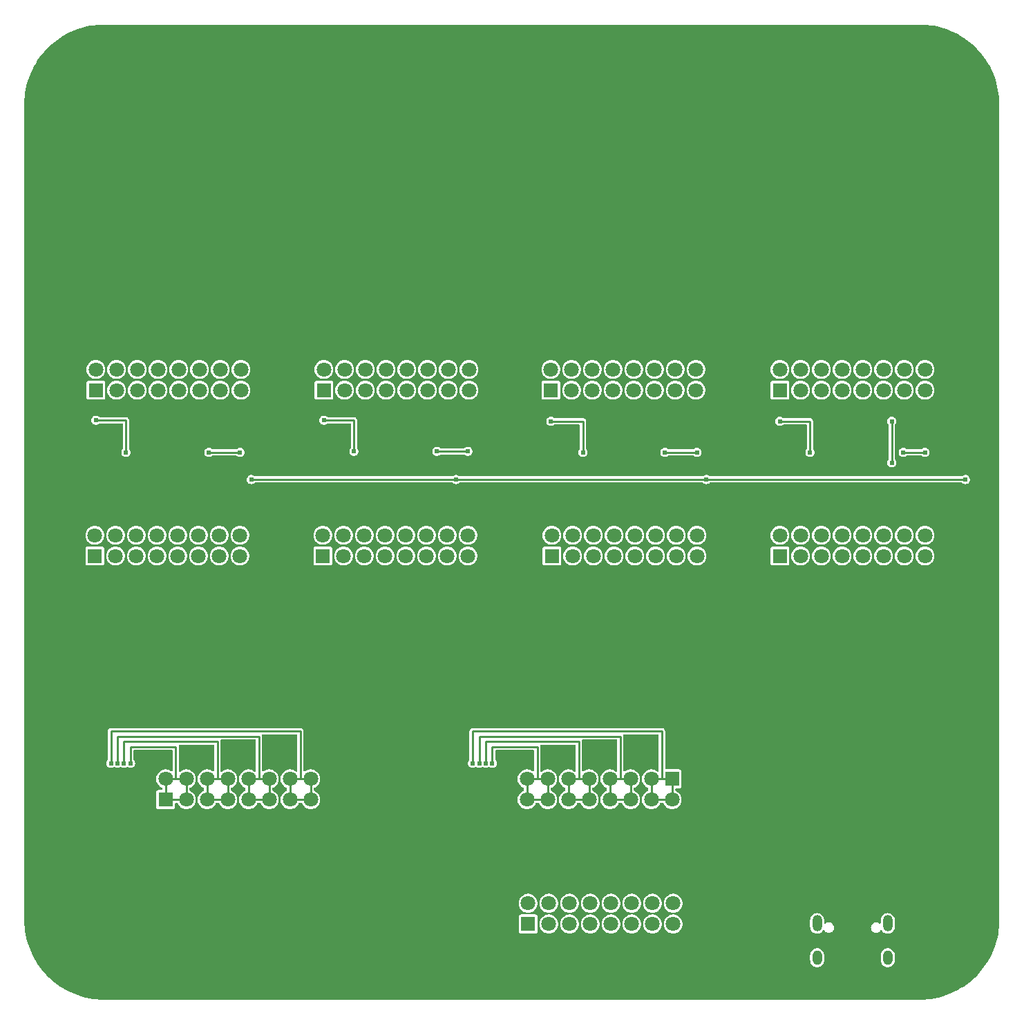
<source format=gbl>
G04 Layer: BottomLayer*
G04 EasyEDA v6.5.15, 2022-09-22 11:34:21*
G04 4b7f6f8434e74b0d931dc7ec5f8e676b,5f190de28158457892684f41c71a4f21,10*
G04 Gerber Generator version 0.2*
G04 Scale: 100 percent, Rotated: No, Reflected: No *
G04 Dimensions in millimeters *
G04 leading zeros omitted , absolute positions ,4 integer and 5 decimal *
%FSLAX45Y45*%
%MOMM*%

%ADD10C,0.2540*%
%ADD11C,1.8000*%
%ADD12R,1.8000X1.8000*%
%ADD13O,1.1999976X1.7999964*%
%ADD14O,1.1999976X1.9999959999999999*%
%ADD15C,0.6110*%
%ADD16C,0.0122*%

%LPD*%
G36*
X1000404Y-14999462D02*
G01*
X956056Y-14998446D01*
X912469Y-14995499D01*
X869035Y-14990622D01*
X825855Y-14983764D01*
X783031Y-14974976D01*
X740613Y-14964308D01*
X698754Y-14951710D01*
X657504Y-14937282D01*
X616966Y-14920976D01*
X577138Y-14902891D01*
X538226Y-14883028D01*
X500176Y-14861438D01*
X463194Y-14838172D01*
X427278Y-14813280D01*
X392480Y-14786813D01*
X358952Y-14758771D01*
X326694Y-14729256D01*
X295757Y-14698370D01*
X266293Y-14666061D01*
X238302Y-14632533D01*
X211836Y-14597735D01*
X186944Y-14561819D01*
X163677Y-14524786D01*
X142138Y-14486737D01*
X122275Y-14447824D01*
X104190Y-14407997D01*
X87934Y-14367408D01*
X73507Y-14326158D01*
X60960Y-14284299D01*
X50292Y-14241881D01*
X41554Y-14199057D01*
X34696Y-14155877D01*
X29819Y-14112443D01*
X26873Y-14068856D01*
X25908Y-14024965D01*
X25908Y-4026306D01*
X26924Y-3981958D01*
X29870Y-3938371D01*
X34747Y-3894937D01*
X41605Y-3851757D01*
X50393Y-3808933D01*
X61061Y-3766515D01*
X73660Y-3724656D01*
X88087Y-3683406D01*
X104394Y-3642868D01*
X122478Y-3603040D01*
X142341Y-3564128D01*
X163931Y-3526078D01*
X187198Y-3489096D01*
X212090Y-3453180D01*
X238556Y-3418382D01*
X266598Y-3384854D01*
X296113Y-3352596D01*
X326999Y-3321659D01*
X359308Y-3292195D01*
X392836Y-3264204D01*
X427634Y-3237738D01*
X463550Y-3212846D01*
X500583Y-3189579D01*
X538632Y-3168040D01*
X577545Y-3148177D01*
X617372Y-3130092D01*
X657961Y-3113836D01*
X699211Y-3099409D01*
X741070Y-3086862D01*
X783488Y-3076194D01*
X826312Y-3067456D01*
X869492Y-3060598D01*
X912926Y-3055721D01*
X956513Y-3052775D01*
X999947Y-3051810D01*
X1004316Y-3051302D01*
X10993932Y-3051302D01*
X10998250Y-3051810D01*
X11042142Y-3052826D01*
X11085728Y-3055772D01*
X11129162Y-3060649D01*
X11172342Y-3067507D01*
X11215166Y-3076295D01*
X11257584Y-3086963D01*
X11299444Y-3099562D01*
X11340693Y-3113989D01*
X11381232Y-3130296D01*
X11421059Y-3148380D01*
X11459972Y-3168243D01*
X11498021Y-3189833D01*
X11535003Y-3213100D01*
X11570919Y-3237992D01*
X11605717Y-3264458D01*
X11639245Y-3292500D01*
X11671503Y-3322015D01*
X11702440Y-3352901D01*
X11731904Y-3385159D01*
X11759895Y-3418738D01*
X11786362Y-3453536D01*
X11811254Y-3489451D01*
X11834520Y-3526485D01*
X11856059Y-3564483D01*
X11875922Y-3603447D01*
X11894007Y-3643274D01*
X11910263Y-3683863D01*
X11924690Y-3725113D01*
X11937238Y-3766972D01*
X11947906Y-3809339D01*
X11956643Y-3852164D01*
X11963501Y-3895344D01*
X11968378Y-3938828D01*
X11971324Y-3982415D01*
X11972290Y-4025849D01*
X11974068Y-4036364D01*
X11974068Y-14024965D01*
X11973052Y-14069313D01*
X11970105Y-14112900D01*
X11965228Y-14156334D01*
X11958370Y-14199514D01*
X11949582Y-14242338D01*
X11938914Y-14284756D01*
X11926316Y-14326616D01*
X11911888Y-14367865D01*
X11895582Y-14408404D01*
X11877497Y-14448231D01*
X11857634Y-14487144D01*
X11836044Y-14525193D01*
X11812778Y-14562175D01*
X11787886Y-14598091D01*
X11761419Y-14632889D01*
X11733377Y-14666417D01*
X11703862Y-14698675D01*
X11672976Y-14729612D01*
X11640667Y-14759076D01*
X11607139Y-14787067D01*
X11572341Y-14813534D01*
X11536426Y-14838426D01*
X11499392Y-14861692D01*
X11461343Y-14883231D01*
X11422430Y-14903094D01*
X11382603Y-14921179D01*
X11342014Y-14937435D01*
X11300764Y-14951862D01*
X11258905Y-14964410D01*
X11216487Y-14975078D01*
X11173663Y-14983815D01*
X11130483Y-14990673D01*
X11087049Y-14995550D01*
X11043462Y-14998496D01*
X10999571Y-14999462D01*
G37*

%LPC*%
G36*
X9740188Y-14600986D02*
G01*
X9752431Y-14600123D01*
X9764420Y-14597532D01*
X9775901Y-14593265D01*
X9786620Y-14587372D01*
X9796424Y-14580006D01*
X9805111Y-14571370D01*
X9812477Y-14561566D01*
X9818319Y-14550796D01*
X9822586Y-14539315D01*
X9825228Y-14527326D01*
X9826091Y-14514779D01*
X9826091Y-14455495D01*
X9825228Y-14442897D01*
X9822586Y-14430908D01*
X9818319Y-14419427D01*
X9812477Y-14408708D01*
X9805111Y-14398904D01*
X9796424Y-14390217D01*
X9786620Y-14382851D01*
X9775901Y-14377009D01*
X9764420Y-14372691D01*
X9752431Y-14370100D01*
X9740188Y-14369237D01*
X9727996Y-14370100D01*
X9716008Y-14372691D01*
X9704527Y-14377009D01*
X9693757Y-14382851D01*
X9683953Y-14390217D01*
X9675317Y-14398904D01*
X9667951Y-14408708D01*
X9662058Y-14419427D01*
X9657791Y-14430908D01*
X9655200Y-14442897D01*
X9654286Y-14455495D01*
X9654286Y-14514779D01*
X9655200Y-14527326D01*
X9657791Y-14539315D01*
X9662058Y-14550796D01*
X9667951Y-14561566D01*
X9675317Y-14571370D01*
X9683953Y-14580006D01*
X9693757Y-14587372D01*
X9704527Y-14593265D01*
X9716008Y-14597532D01*
X9727996Y-14600123D01*
G37*
G36*
X10605211Y-14600986D02*
G01*
X10617403Y-14600123D01*
X10629392Y-14597532D01*
X10640872Y-14593265D01*
X10651642Y-14587372D01*
X10661446Y-14580006D01*
X10670082Y-14571370D01*
X10677448Y-14561566D01*
X10683341Y-14550796D01*
X10687608Y-14539315D01*
X10690199Y-14527326D01*
X10691114Y-14514779D01*
X10691114Y-14455495D01*
X10690199Y-14442897D01*
X10687608Y-14430908D01*
X10683341Y-14419427D01*
X10677448Y-14408708D01*
X10670082Y-14398904D01*
X10661446Y-14390217D01*
X10651642Y-14382851D01*
X10640872Y-14377009D01*
X10629392Y-14372691D01*
X10617403Y-14370100D01*
X10605211Y-14369237D01*
X10592968Y-14370100D01*
X10580979Y-14372691D01*
X10569498Y-14377009D01*
X10558780Y-14382851D01*
X10548975Y-14390217D01*
X10540288Y-14398904D01*
X10532922Y-14408708D01*
X10527080Y-14419427D01*
X10522813Y-14430908D01*
X10520172Y-14442897D01*
X10519308Y-14455495D01*
X10519308Y-14514779D01*
X10520172Y-14527326D01*
X10522813Y-14539315D01*
X10527080Y-14550796D01*
X10532922Y-14561566D01*
X10540288Y-14571370D01*
X10548975Y-14580006D01*
X10558780Y-14587372D01*
X10569498Y-14593265D01*
X10580979Y-14597532D01*
X10592968Y-14600123D01*
G37*
G36*
X10605211Y-14191030D02*
G01*
X10617403Y-14190116D01*
X10629392Y-14187525D01*
X10640872Y-14183258D01*
X10651642Y-14177365D01*
X10661446Y-14170050D01*
X10670082Y-14161363D01*
X10677448Y-14151559D01*
X10683341Y-14140789D01*
X10687608Y-14129308D01*
X10690199Y-14117370D01*
X10691114Y-14104772D01*
X10691114Y-14025473D01*
X10690199Y-14012926D01*
X10687608Y-14000937D01*
X10683341Y-13989456D01*
X10677448Y-13978686D01*
X10670082Y-13968882D01*
X10661446Y-13960246D01*
X10651642Y-13952880D01*
X10640872Y-13946987D01*
X10629392Y-13942720D01*
X10617403Y-13940129D01*
X10605211Y-13939266D01*
X10592968Y-13940129D01*
X10580979Y-13942720D01*
X10569498Y-13946987D01*
X10558780Y-13952880D01*
X10548975Y-13960246D01*
X10540288Y-13968882D01*
X10532922Y-13978686D01*
X10527080Y-13989456D01*
X10522813Y-14000937D01*
X10520172Y-14012926D01*
X10519308Y-14025473D01*
X10519308Y-14058341D01*
X10518292Y-14062760D01*
X10515498Y-14066266D01*
X10511434Y-14068247D01*
X10506964Y-14068298D01*
X10502900Y-14066367D01*
X10497362Y-14062100D01*
X10488168Y-14057122D01*
X10478262Y-14053718D01*
X10467949Y-14051991D01*
X10457484Y-14051991D01*
X10447121Y-14053718D01*
X10437215Y-14057122D01*
X10428020Y-14062100D01*
X10419791Y-14068501D01*
X10412679Y-14076222D01*
X10406938Y-14084960D01*
X10402773Y-14094561D01*
X10400182Y-14104721D01*
X10399318Y-14115135D01*
X10400182Y-14125549D01*
X10402773Y-14135709D01*
X10406938Y-14145310D01*
X10412679Y-14154048D01*
X10419791Y-14161769D01*
X10428020Y-14168170D01*
X10437215Y-14173149D01*
X10447121Y-14176552D01*
X10457484Y-14178280D01*
X10467949Y-14178280D01*
X10478262Y-14176552D01*
X10488168Y-14173149D01*
X10497362Y-14168170D01*
X10505643Y-14161769D01*
X10512704Y-14154048D01*
X10515193Y-14150238D01*
X10518140Y-14147292D01*
X10522000Y-14145818D01*
X10526166Y-14145971D01*
X10529925Y-14147800D01*
X10540288Y-14161363D01*
X10548975Y-14170050D01*
X10558780Y-14177365D01*
X10569498Y-14183258D01*
X10580979Y-14187525D01*
X10592968Y-14190116D01*
G37*
G36*
X9740188Y-14191030D02*
G01*
X9752431Y-14190116D01*
X9764420Y-14187525D01*
X9775901Y-14183258D01*
X9786620Y-14177365D01*
X9796424Y-14170050D01*
X9805111Y-14161363D01*
X9812782Y-14150949D01*
X9815474Y-14147749D01*
X9819233Y-14145971D01*
X9823399Y-14145768D01*
X9827260Y-14147292D01*
X9830206Y-14150238D01*
X9832695Y-14154048D01*
X9839807Y-14161769D01*
X9848037Y-14168170D01*
X9857232Y-14173149D01*
X9867138Y-14176552D01*
X9877501Y-14178280D01*
X9887966Y-14178280D01*
X9898278Y-14176552D01*
X9908184Y-14173149D01*
X9917379Y-14168170D01*
X9925659Y-14161769D01*
X9932720Y-14154048D01*
X9938461Y-14145310D01*
X9942677Y-14135709D01*
X9945217Y-14125549D01*
X9946081Y-14115135D01*
X9945217Y-14104721D01*
X9942677Y-14094561D01*
X9938461Y-14084960D01*
X9932720Y-14076222D01*
X9925659Y-14068501D01*
X9917379Y-14062100D01*
X9908184Y-14057122D01*
X9898278Y-14053718D01*
X9887966Y-14051991D01*
X9877501Y-14051991D01*
X9867138Y-14053718D01*
X9857232Y-14057122D01*
X9848037Y-14062100D01*
X9842500Y-14066367D01*
X9838436Y-14068298D01*
X9833965Y-14068247D01*
X9829901Y-14066266D01*
X9827107Y-14062760D01*
X9826091Y-14058392D01*
X9826091Y-14025473D01*
X9825228Y-14012926D01*
X9822586Y-14000937D01*
X9818319Y-13989456D01*
X9812477Y-13978686D01*
X9805111Y-13968882D01*
X9796424Y-13960246D01*
X9786620Y-13952880D01*
X9775901Y-13946987D01*
X9764420Y-13942720D01*
X9752431Y-13940129D01*
X9740188Y-13939266D01*
X9727996Y-13940129D01*
X9716008Y-13942720D01*
X9704527Y-13946987D01*
X9693757Y-13952880D01*
X9683953Y-13960246D01*
X9675317Y-13968882D01*
X9667951Y-13978686D01*
X9662058Y-13989456D01*
X9657791Y-14000937D01*
X9655200Y-14012926D01*
X9654286Y-14025473D01*
X9654286Y-14104772D01*
X9655200Y-14117370D01*
X9657791Y-14129308D01*
X9662058Y-14140789D01*
X9667951Y-14151559D01*
X9675317Y-14161363D01*
X9683953Y-14170050D01*
X9693757Y-14177365D01*
X9704527Y-14183258D01*
X9716008Y-14187525D01*
X9727996Y-14190116D01*
G37*
G36*
X6108192Y-14187525D02*
G01*
X6287058Y-14187525D01*
X6293358Y-14186814D01*
X6298793Y-14184884D01*
X6303721Y-14181785D01*
X6307785Y-14177721D01*
X6310884Y-14172793D01*
X6312814Y-14167357D01*
X6313525Y-14161007D01*
X6313525Y-13982192D01*
X6312814Y-13975842D01*
X6310884Y-13970406D01*
X6307785Y-13965478D01*
X6303721Y-13961414D01*
X6298793Y-13958316D01*
X6293358Y-13956385D01*
X6287058Y-13955674D01*
X6108192Y-13955674D01*
X6101842Y-13956385D01*
X6096406Y-13958316D01*
X6091478Y-13961414D01*
X6087414Y-13965478D01*
X6084316Y-13970406D01*
X6082385Y-13975842D01*
X6081674Y-13982192D01*
X6081674Y-14161007D01*
X6082385Y-14167357D01*
X6084316Y-14172793D01*
X6087414Y-14177721D01*
X6091478Y-14181785D01*
X6096406Y-14184884D01*
X6101842Y-14186814D01*
G37*
G36*
X7460335Y-14187271D02*
G01*
X7474864Y-14187271D01*
X7489342Y-14185442D01*
X7503414Y-14181836D01*
X7516926Y-14176451D01*
X7529677Y-14169440D01*
X7541463Y-14160906D01*
X7552080Y-14150949D01*
X7561376Y-14139722D01*
X7569149Y-14127429D01*
X7575346Y-14114272D01*
X7579868Y-14100403D01*
X7582560Y-14086128D01*
X7583474Y-14071600D01*
X7582560Y-14057071D01*
X7579868Y-14042796D01*
X7575346Y-14028928D01*
X7569149Y-14015770D01*
X7561376Y-14003477D01*
X7552080Y-13992250D01*
X7541463Y-13982293D01*
X7529677Y-13973759D01*
X7516926Y-13966748D01*
X7503414Y-13961363D01*
X7489342Y-13957757D01*
X7474864Y-13955928D01*
X7460335Y-13955928D01*
X7445908Y-13957757D01*
X7431786Y-13961363D01*
X7418273Y-13966748D01*
X7405522Y-13973759D01*
X7393736Y-13982293D01*
X7383119Y-13992250D01*
X7373874Y-14003477D01*
X7366050Y-14015770D01*
X7359853Y-14028928D01*
X7355382Y-14042796D01*
X7352639Y-14057071D01*
X7351725Y-14071600D01*
X7352639Y-14086128D01*
X7355382Y-14100403D01*
X7359853Y-14114272D01*
X7366050Y-14127429D01*
X7373874Y-14139722D01*
X7383119Y-14150949D01*
X7393736Y-14160906D01*
X7405522Y-14169440D01*
X7418273Y-14176451D01*
X7431786Y-14181836D01*
X7445908Y-14185442D01*
G37*
G36*
X7206335Y-14187271D02*
G01*
X7220864Y-14187271D01*
X7235342Y-14185442D01*
X7249414Y-14181836D01*
X7262926Y-14176451D01*
X7275677Y-14169440D01*
X7287463Y-14160906D01*
X7298080Y-14150949D01*
X7307376Y-14139722D01*
X7315149Y-14127429D01*
X7321346Y-14114272D01*
X7325868Y-14100403D01*
X7328560Y-14086128D01*
X7329474Y-14071600D01*
X7328560Y-14057071D01*
X7325868Y-14042796D01*
X7321346Y-14028928D01*
X7315149Y-14015770D01*
X7307376Y-14003477D01*
X7298080Y-13992250D01*
X7287463Y-13982293D01*
X7275677Y-13973759D01*
X7262926Y-13966748D01*
X7249414Y-13961363D01*
X7235342Y-13957757D01*
X7220864Y-13955928D01*
X7206335Y-13955928D01*
X7191908Y-13957757D01*
X7177786Y-13961363D01*
X7164273Y-13966748D01*
X7151522Y-13973759D01*
X7139736Y-13982293D01*
X7129119Y-13992250D01*
X7119874Y-14003477D01*
X7112050Y-14015770D01*
X7105853Y-14028928D01*
X7101382Y-14042796D01*
X7098639Y-14057071D01*
X7097725Y-14071600D01*
X7098639Y-14086128D01*
X7101382Y-14100403D01*
X7105853Y-14114272D01*
X7112050Y-14127429D01*
X7119874Y-14139722D01*
X7129119Y-14150949D01*
X7139736Y-14160906D01*
X7151522Y-14169440D01*
X7164273Y-14176451D01*
X7177786Y-14181836D01*
X7191908Y-14185442D01*
G37*
G36*
X6952335Y-14187271D02*
G01*
X6966864Y-14187271D01*
X6981342Y-14185442D01*
X6995414Y-14181836D01*
X7008926Y-14176451D01*
X7021677Y-14169440D01*
X7033463Y-14160906D01*
X7044080Y-14150949D01*
X7053376Y-14139722D01*
X7061149Y-14127429D01*
X7067346Y-14114272D01*
X7071868Y-14100403D01*
X7074560Y-14086128D01*
X7075474Y-14071600D01*
X7074560Y-14057071D01*
X7071868Y-14042796D01*
X7067346Y-14028928D01*
X7061149Y-14015770D01*
X7053376Y-14003477D01*
X7044080Y-13992250D01*
X7033463Y-13982293D01*
X7021677Y-13973759D01*
X7008926Y-13966748D01*
X6995414Y-13961363D01*
X6981342Y-13957757D01*
X6966864Y-13955928D01*
X6952335Y-13955928D01*
X6937908Y-13957757D01*
X6923786Y-13961363D01*
X6910273Y-13966748D01*
X6897522Y-13973759D01*
X6885736Y-13982293D01*
X6875119Y-13992250D01*
X6865874Y-14003477D01*
X6858050Y-14015770D01*
X6851853Y-14028928D01*
X6847382Y-14042796D01*
X6844639Y-14057071D01*
X6843725Y-14071600D01*
X6844639Y-14086128D01*
X6847382Y-14100403D01*
X6851853Y-14114272D01*
X6858050Y-14127429D01*
X6865874Y-14139722D01*
X6875119Y-14150949D01*
X6885736Y-14160906D01*
X6897522Y-14169440D01*
X6910273Y-14176451D01*
X6923786Y-14181836D01*
X6937908Y-14185442D01*
G37*
G36*
X6444335Y-14187271D02*
G01*
X6458864Y-14187271D01*
X6473342Y-14185442D01*
X6487414Y-14181836D01*
X6500926Y-14176451D01*
X6513677Y-14169440D01*
X6525463Y-14160906D01*
X6536080Y-14150949D01*
X6545376Y-14139722D01*
X6553149Y-14127429D01*
X6559346Y-14114272D01*
X6563868Y-14100403D01*
X6566560Y-14086128D01*
X6567474Y-14071600D01*
X6566560Y-14057071D01*
X6563868Y-14042796D01*
X6559346Y-14028928D01*
X6553149Y-14015770D01*
X6545376Y-14003477D01*
X6536080Y-13992250D01*
X6525463Y-13982293D01*
X6513677Y-13973759D01*
X6500926Y-13966748D01*
X6487414Y-13961363D01*
X6473342Y-13957757D01*
X6458864Y-13955928D01*
X6444335Y-13955928D01*
X6429908Y-13957757D01*
X6415786Y-13961363D01*
X6402273Y-13966748D01*
X6389522Y-13973759D01*
X6377736Y-13982293D01*
X6367119Y-13992250D01*
X6357874Y-14003477D01*
X6350050Y-14015770D01*
X6343853Y-14028928D01*
X6339382Y-14042796D01*
X6336639Y-14057071D01*
X6335725Y-14071600D01*
X6336639Y-14086128D01*
X6339382Y-14100403D01*
X6343853Y-14114272D01*
X6350050Y-14127429D01*
X6357874Y-14139722D01*
X6367119Y-14150949D01*
X6377736Y-14160906D01*
X6389522Y-14169440D01*
X6402273Y-14176451D01*
X6415786Y-14181836D01*
X6429908Y-14185442D01*
G37*
G36*
X6698335Y-14187271D02*
G01*
X6712864Y-14187271D01*
X6727342Y-14185442D01*
X6741414Y-14181836D01*
X6754926Y-14176451D01*
X6767677Y-14169440D01*
X6779463Y-14160906D01*
X6790080Y-14150949D01*
X6799376Y-14139722D01*
X6807149Y-14127429D01*
X6813346Y-14114272D01*
X6817868Y-14100403D01*
X6820560Y-14086128D01*
X6821474Y-14071600D01*
X6820560Y-14057071D01*
X6817868Y-14042796D01*
X6813346Y-14028928D01*
X6807149Y-14015770D01*
X6799376Y-14003477D01*
X6790080Y-13992250D01*
X6779463Y-13982293D01*
X6767677Y-13973759D01*
X6754926Y-13966748D01*
X6741414Y-13961363D01*
X6727342Y-13957757D01*
X6712864Y-13955928D01*
X6698335Y-13955928D01*
X6683908Y-13957757D01*
X6669786Y-13961363D01*
X6656273Y-13966748D01*
X6643522Y-13973759D01*
X6631736Y-13982293D01*
X6621119Y-13992250D01*
X6611874Y-14003477D01*
X6604050Y-14015770D01*
X6597853Y-14028928D01*
X6593382Y-14042796D01*
X6590639Y-14057071D01*
X6589725Y-14071600D01*
X6590639Y-14086128D01*
X6593382Y-14100403D01*
X6597853Y-14114272D01*
X6604050Y-14127429D01*
X6611874Y-14139722D01*
X6621119Y-14150949D01*
X6631736Y-14160906D01*
X6643522Y-14169440D01*
X6656273Y-14176451D01*
X6669786Y-14181836D01*
X6683908Y-14185442D01*
G37*
G36*
X7968335Y-14187271D02*
G01*
X7982864Y-14187271D01*
X7997342Y-14185442D01*
X8011414Y-14181836D01*
X8024926Y-14176451D01*
X8037677Y-14169440D01*
X8049463Y-14160906D01*
X8060080Y-14150949D01*
X8069376Y-14139722D01*
X8077149Y-14127429D01*
X8083346Y-14114272D01*
X8087868Y-14100403D01*
X8090560Y-14086128D01*
X8091474Y-14071600D01*
X8090560Y-14057071D01*
X8087868Y-14042796D01*
X8083346Y-14028928D01*
X8077149Y-14015770D01*
X8069376Y-14003477D01*
X8060080Y-13992250D01*
X8049463Y-13982293D01*
X8037677Y-13973759D01*
X8024926Y-13966748D01*
X8011414Y-13961363D01*
X7997342Y-13957757D01*
X7982864Y-13955928D01*
X7968335Y-13955928D01*
X7953908Y-13957757D01*
X7939786Y-13961363D01*
X7926273Y-13966748D01*
X7913522Y-13973759D01*
X7901736Y-13982293D01*
X7891119Y-13992250D01*
X7881874Y-14003477D01*
X7874050Y-14015770D01*
X7867853Y-14028928D01*
X7863382Y-14042796D01*
X7860639Y-14057071D01*
X7859725Y-14071600D01*
X7860639Y-14086128D01*
X7863382Y-14100403D01*
X7867853Y-14114272D01*
X7874050Y-14127429D01*
X7881874Y-14139722D01*
X7891119Y-14150949D01*
X7901736Y-14160906D01*
X7913522Y-14169440D01*
X7926273Y-14176451D01*
X7939786Y-14181836D01*
X7953908Y-14185442D01*
G37*
G36*
X7714335Y-14187271D02*
G01*
X7728864Y-14187271D01*
X7743342Y-14185442D01*
X7757414Y-14181836D01*
X7770926Y-14176451D01*
X7783677Y-14169440D01*
X7795463Y-14160906D01*
X7806080Y-14150949D01*
X7815376Y-14139722D01*
X7823149Y-14127429D01*
X7829346Y-14114272D01*
X7833868Y-14100403D01*
X7836560Y-14086128D01*
X7837474Y-14071600D01*
X7836560Y-14057071D01*
X7833868Y-14042796D01*
X7829346Y-14028928D01*
X7823149Y-14015770D01*
X7815376Y-14003477D01*
X7806080Y-13992250D01*
X7795463Y-13982293D01*
X7783677Y-13973759D01*
X7770926Y-13966748D01*
X7757414Y-13961363D01*
X7743342Y-13957757D01*
X7728864Y-13955928D01*
X7714335Y-13955928D01*
X7699908Y-13957757D01*
X7685786Y-13961363D01*
X7672273Y-13966748D01*
X7659522Y-13973759D01*
X7647736Y-13982293D01*
X7637119Y-13992250D01*
X7627874Y-14003477D01*
X7620050Y-14015770D01*
X7613853Y-14028928D01*
X7609382Y-14042796D01*
X7606639Y-14057071D01*
X7605725Y-14071600D01*
X7606639Y-14086128D01*
X7609382Y-14100403D01*
X7613853Y-14114272D01*
X7620050Y-14127429D01*
X7627874Y-14139722D01*
X7637119Y-14150949D01*
X7647736Y-14160906D01*
X7659522Y-14169440D01*
X7672273Y-14176451D01*
X7685786Y-14181836D01*
X7699908Y-14185442D01*
G37*
G36*
X6952335Y-13933271D02*
G01*
X6966864Y-13933271D01*
X6981342Y-13931442D01*
X6995414Y-13927836D01*
X7008926Y-13922451D01*
X7021677Y-13915440D01*
X7033463Y-13906906D01*
X7044080Y-13896949D01*
X7053376Y-13885722D01*
X7061149Y-13873429D01*
X7067346Y-13860272D01*
X7071868Y-13846403D01*
X7074560Y-13832128D01*
X7075474Y-13817600D01*
X7074560Y-13803071D01*
X7071868Y-13788796D01*
X7067346Y-13774928D01*
X7061149Y-13761770D01*
X7053376Y-13749477D01*
X7044080Y-13738250D01*
X7033463Y-13728293D01*
X7021677Y-13719759D01*
X7008926Y-13712748D01*
X6995414Y-13707363D01*
X6981342Y-13703757D01*
X6966864Y-13701928D01*
X6952335Y-13701928D01*
X6937908Y-13703757D01*
X6923786Y-13707363D01*
X6910273Y-13712748D01*
X6897522Y-13719759D01*
X6885736Y-13728293D01*
X6875119Y-13738250D01*
X6865874Y-13749477D01*
X6858050Y-13761770D01*
X6851853Y-13774928D01*
X6847382Y-13788796D01*
X6844639Y-13803071D01*
X6843725Y-13817600D01*
X6844639Y-13832128D01*
X6847382Y-13846403D01*
X6851853Y-13860272D01*
X6858050Y-13873429D01*
X6865874Y-13885722D01*
X6875119Y-13896949D01*
X6885736Y-13906906D01*
X6897522Y-13915440D01*
X6910273Y-13922451D01*
X6923786Y-13927836D01*
X6937908Y-13931442D01*
G37*
G36*
X7206335Y-13933271D02*
G01*
X7220864Y-13933271D01*
X7235342Y-13931442D01*
X7249414Y-13927836D01*
X7262926Y-13922451D01*
X7275677Y-13915440D01*
X7287463Y-13906906D01*
X7298080Y-13896949D01*
X7307376Y-13885722D01*
X7315149Y-13873429D01*
X7321346Y-13860272D01*
X7325868Y-13846403D01*
X7328560Y-13832128D01*
X7329474Y-13817600D01*
X7328560Y-13803071D01*
X7325868Y-13788796D01*
X7321346Y-13774928D01*
X7315149Y-13761770D01*
X7307376Y-13749477D01*
X7298080Y-13738250D01*
X7287463Y-13728293D01*
X7275677Y-13719759D01*
X7262926Y-13712748D01*
X7249414Y-13707363D01*
X7235342Y-13703757D01*
X7220864Y-13701928D01*
X7206335Y-13701928D01*
X7191908Y-13703757D01*
X7177786Y-13707363D01*
X7164273Y-13712748D01*
X7151522Y-13719759D01*
X7139736Y-13728293D01*
X7129119Y-13738250D01*
X7119874Y-13749477D01*
X7112050Y-13761770D01*
X7105853Y-13774928D01*
X7101382Y-13788796D01*
X7098639Y-13803071D01*
X7097725Y-13817600D01*
X7098639Y-13832128D01*
X7101382Y-13846403D01*
X7105853Y-13860272D01*
X7112050Y-13873429D01*
X7119874Y-13885722D01*
X7129119Y-13896949D01*
X7139736Y-13906906D01*
X7151522Y-13915440D01*
X7164273Y-13922451D01*
X7177786Y-13927836D01*
X7191908Y-13931442D01*
G37*
G36*
X6190335Y-13933271D02*
G01*
X6204864Y-13933271D01*
X6219342Y-13931442D01*
X6233414Y-13927836D01*
X6246926Y-13922451D01*
X6259677Y-13915440D01*
X6271463Y-13906906D01*
X6282080Y-13896949D01*
X6291376Y-13885722D01*
X6299149Y-13873429D01*
X6305346Y-13860272D01*
X6309868Y-13846403D01*
X6312560Y-13832128D01*
X6313474Y-13817600D01*
X6312560Y-13803071D01*
X6309868Y-13788796D01*
X6305346Y-13774928D01*
X6299149Y-13761770D01*
X6291376Y-13749477D01*
X6282080Y-13738250D01*
X6271463Y-13728293D01*
X6259677Y-13719759D01*
X6246926Y-13712748D01*
X6233414Y-13707363D01*
X6219342Y-13703757D01*
X6204864Y-13701928D01*
X6190335Y-13701928D01*
X6175908Y-13703757D01*
X6161786Y-13707363D01*
X6148273Y-13712748D01*
X6135522Y-13719759D01*
X6123736Y-13728293D01*
X6113119Y-13738250D01*
X6103874Y-13749477D01*
X6096050Y-13761770D01*
X6089853Y-13774928D01*
X6085382Y-13788796D01*
X6082639Y-13803071D01*
X6081725Y-13817600D01*
X6082639Y-13832128D01*
X6085382Y-13846403D01*
X6089853Y-13860272D01*
X6096050Y-13873429D01*
X6103874Y-13885722D01*
X6113119Y-13896949D01*
X6123736Y-13906906D01*
X6135522Y-13915440D01*
X6148273Y-13922451D01*
X6161786Y-13927836D01*
X6175908Y-13931442D01*
G37*
G36*
X7714335Y-13933271D02*
G01*
X7728864Y-13933271D01*
X7743342Y-13931442D01*
X7757414Y-13927836D01*
X7770926Y-13922451D01*
X7783677Y-13915440D01*
X7795463Y-13906906D01*
X7806080Y-13896949D01*
X7815376Y-13885722D01*
X7823149Y-13873429D01*
X7829346Y-13860272D01*
X7833868Y-13846403D01*
X7836560Y-13832128D01*
X7837474Y-13817600D01*
X7836560Y-13803071D01*
X7833868Y-13788796D01*
X7829346Y-13774928D01*
X7823149Y-13761770D01*
X7815376Y-13749477D01*
X7806080Y-13738250D01*
X7795463Y-13728293D01*
X7783677Y-13719759D01*
X7770926Y-13712748D01*
X7757414Y-13707363D01*
X7743342Y-13703757D01*
X7728864Y-13701928D01*
X7714335Y-13701928D01*
X7699908Y-13703757D01*
X7685786Y-13707363D01*
X7672273Y-13712748D01*
X7659522Y-13719759D01*
X7647736Y-13728293D01*
X7637119Y-13738250D01*
X7627874Y-13749477D01*
X7620050Y-13761770D01*
X7613853Y-13774928D01*
X7609382Y-13788796D01*
X7606639Y-13803071D01*
X7605725Y-13817600D01*
X7606639Y-13832128D01*
X7609382Y-13846403D01*
X7613853Y-13860272D01*
X7620050Y-13873429D01*
X7627874Y-13885722D01*
X7637119Y-13896949D01*
X7647736Y-13906906D01*
X7659522Y-13915440D01*
X7672273Y-13922451D01*
X7685786Y-13927836D01*
X7699908Y-13931442D01*
G37*
G36*
X7460335Y-13933271D02*
G01*
X7474864Y-13933271D01*
X7489342Y-13931442D01*
X7503414Y-13927836D01*
X7516926Y-13922451D01*
X7529677Y-13915440D01*
X7541463Y-13906906D01*
X7552080Y-13896949D01*
X7561376Y-13885722D01*
X7569149Y-13873429D01*
X7575346Y-13860272D01*
X7579868Y-13846403D01*
X7582560Y-13832128D01*
X7583474Y-13817600D01*
X7582560Y-13803071D01*
X7579868Y-13788796D01*
X7575346Y-13774928D01*
X7569149Y-13761770D01*
X7561376Y-13749477D01*
X7552080Y-13738250D01*
X7541463Y-13728293D01*
X7529677Y-13719759D01*
X7516926Y-13712748D01*
X7503414Y-13707363D01*
X7489342Y-13703757D01*
X7474864Y-13701928D01*
X7460335Y-13701928D01*
X7445908Y-13703757D01*
X7431786Y-13707363D01*
X7418273Y-13712748D01*
X7405522Y-13719759D01*
X7393736Y-13728293D01*
X7383119Y-13738250D01*
X7373874Y-13749477D01*
X7366050Y-13761770D01*
X7359853Y-13774928D01*
X7355382Y-13788796D01*
X7352639Y-13803071D01*
X7351725Y-13817600D01*
X7352639Y-13832128D01*
X7355382Y-13846403D01*
X7359853Y-13860272D01*
X7366050Y-13873429D01*
X7373874Y-13885722D01*
X7383119Y-13896949D01*
X7393736Y-13906906D01*
X7405522Y-13915440D01*
X7418273Y-13922451D01*
X7431786Y-13927836D01*
X7445908Y-13931442D01*
G37*
G36*
X6444335Y-13933271D02*
G01*
X6458864Y-13933271D01*
X6473342Y-13931442D01*
X6487414Y-13927836D01*
X6500926Y-13922451D01*
X6513677Y-13915440D01*
X6525463Y-13906906D01*
X6536080Y-13896949D01*
X6545376Y-13885722D01*
X6553149Y-13873429D01*
X6559346Y-13860272D01*
X6563868Y-13846403D01*
X6566560Y-13832128D01*
X6567474Y-13817600D01*
X6566560Y-13803071D01*
X6563868Y-13788796D01*
X6559346Y-13774928D01*
X6553149Y-13761770D01*
X6545376Y-13749477D01*
X6536080Y-13738250D01*
X6525463Y-13728293D01*
X6513677Y-13719759D01*
X6500926Y-13712748D01*
X6487414Y-13707363D01*
X6473342Y-13703757D01*
X6458864Y-13701928D01*
X6444335Y-13701928D01*
X6429908Y-13703757D01*
X6415786Y-13707363D01*
X6402273Y-13712748D01*
X6389522Y-13719759D01*
X6377736Y-13728293D01*
X6367119Y-13738250D01*
X6357874Y-13749477D01*
X6350050Y-13761770D01*
X6343853Y-13774928D01*
X6339382Y-13788796D01*
X6336639Y-13803071D01*
X6335725Y-13817600D01*
X6336639Y-13832128D01*
X6339382Y-13846403D01*
X6343853Y-13860272D01*
X6350050Y-13873429D01*
X6357874Y-13885722D01*
X6367119Y-13896949D01*
X6377736Y-13906906D01*
X6389522Y-13915440D01*
X6402273Y-13922451D01*
X6415786Y-13927836D01*
X6429908Y-13931442D01*
G37*
G36*
X6698335Y-13933271D02*
G01*
X6712864Y-13933271D01*
X6727342Y-13931442D01*
X6741414Y-13927836D01*
X6754926Y-13922451D01*
X6767677Y-13915440D01*
X6779463Y-13906906D01*
X6790080Y-13896949D01*
X6799376Y-13885722D01*
X6807149Y-13873429D01*
X6813346Y-13860272D01*
X6817868Y-13846403D01*
X6820560Y-13832128D01*
X6821474Y-13817600D01*
X6820560Y-13803071D01*
X6817868Y-13788796D01*
X6813346Y-13774928D01*
X6807149Y-13761770D01*
X6799376Y-13749477D01*
X6790080Y-13738250D01*
X6779463Y-13728293D01*
X6767677Y-13719759D01*
X6754926Y-13712748D01*
X6741414Y-13707363D01*
X6727342Y-13703757D01*
X6712864Y-13701928D01*
X6698335Y-13701928D01*
X6683908Y-13703757D01*
X6669786Y-13707363D01*
X6656273Y-13712748D01*
X6643522Y-13719759D01*
X6631736Y-13728293D01*
X6621119Y-13738250D01*
X6611874Y-13749477D01*
X6604050Y-13761770D01*
X6597853Y-13774928D01*
X6593382Y-13788796D01*
X6590639Y-13803071D01*
X6589725Y-13817600D01*
X6590639Y-13832128D01*
X6593382Y-13846403D01*
X6597853Y-13860272D01*
X6604050Y-13873429D01*
X6611874Y-13885722D01*
X6621119Y-13896949D01*
X6631736Y-13906906D01*
X6643522Y-13915440D01*
X6656273Y-13922451D01*
X6669786Y-13927836D01*
X6683908Y-13931442D01*
G37*
G36*
X7968335Y-13933271D02*
G01*
X7982864Y-13933271D01*
X7997342Y-13931442D01*
X8011414Y-13927836D01*
X8024926Y-13922451D01*
X8037677Y-13915440D01*
X8049463Y-13906906D01*
X8060080Y-13896949D01*
X8069376Y-13885722D01*
X8077149Y-13873429D01*
X8083346Y-13860272D01*
X8087868Y-13846403D01*
X8090560Y-13832128D01*
X8091474Y-13817600D01*
X8090560Y-13803071D01*
X8087868Y-13788796D01*
X8083346Y-13774928D01*
X8077149Y-13761770D01*
X8069376Y-13749477D01*
X8060080Y-13738250D01*
X8049463Y-13728293D01*
X8037677Y-13719759D01*
X8024926Y-13712748D01*
X8011414Y-13707363D01*
X7997342Y-13703757D01*
X7982864Y-13701928D01*
X7968335Y-13701928D01*
X7953908Y-13703757D01*
X7939786Y-13707363D01*
X7926273Y-13712748D01*
X7913522Y-13719759D01*
X7901736Y-13728293D01*
X7891119Y-13738250D01*
X7881874Y-13749477D01*
X7874050Y-13761770D01*
X7867853Y-13774928D01*
X7863382Y-13788796D01*
X7860639Y-13803071D01*
X7859725Y-13817600D01*
X7860639Y-13832128D01*
X7863382Y-13846403D01*
X7867853Y-13860272D01*
X7874050Y-13873429D01*
X7881874Y-13885722D01*
X7891119Y-13896949D01*
X7901736Y-13906906D01*
X7913522Y-13915440D01*
X7926273Y-13922451D01*
X7939786Y-13927836D01*
X7953908Y-13931442D01*
G37*
G36*
X1667611Y-12663525D02*
G01*
X1846478Y-12663525D01*
X1852777Y-12662814D01*
X1858264Y-12660884D01*
X1863140Y-12657785D01*
X1867255Y-12653721D01*
X1870303Y-12648793D01*
X1872234Y-12643358D01*
X1872945Y-12637008D01*
X1872945Y-12596368D01*
X1873707Y-12592456D01*
X1875942Y-12589205D01*
X1879244Y-12586970D01*
X1883105Y-12586208D01*
X1894941Y-12586208D01*
X1898700Y-12586919D01*
X1901901Y-12588951D01*
X1904136Y-12592050D01*
X1909470Y-12603429D01*
X1917293Y-12615722D01*
X1926539Y-12626949D01*
X1937156Y-12636906D01*
X1948942Y-12645440D01*
X1961692Y-12652451D01*
X1975205Y-12657836D01*
X1989328Y-12661442D01*
X2003755Y-12663271D01*
X2018334Y-12663271D01*
X2032762Y-12661442D01*
X2046833Y-12657836D01*
X2060397Y-12652451D01*
X2073148Y-12645440D01*
X2084933Y-12636906D01*
X2095500Y-12626949D01*
X2104796Y-12615722D01*
X2112568Y-12603429D01*
X2118766Y-12590272D01*
X2123287Y-12576403D01*
X2126030Y-12562128D01*
X2126945Y-12547600D01*
X2126030Y-12533071D01*
X2123287Y-12518796D01*
X2118766Y-12504928D01*
X2112568Y-12491770D01*
X2104796Y-12479477D01*
X2095500Y-12468250D01*
X2084933Y-12458293D01*
X2073148Y-12449759D01*
X2060397Y-12442748D01*
X2056079Y-12441021D01*
X2052675Y-12438837D01*
X2050440Y-12435535D01*
X2049627Y-12431572D01*
X2049627Y-12409627D01*
X2050440Y-12405664D01*
X2052675Y-12402362D01*
X2056079Y-12400178D01*
X2060397Y-12398451D01*
X2073148Y-12391440D01*
X2084933Y-12382906D01*
X2095500Y-12372949D01*
X2104796Y-12361722D01*
X2112568Y-12349429D01*
X2118766Y-12336272D01*
X2123287Y-12322403D01*
X2126030Y-12308128D01*
X2126945Y-12293600D01*
X2126030Y-12279071D01*
X2123287Y-12264796D01*
X2118766Y-12250928D01*
X2112568Y-12237770D01*
X2104796Y-12225477D01*
X2095500Y-12214250D01*
X2084933Y-12204293D01*
X2073148Y-12195759D01*
X2060397Y-12188748D01*
X2046833Y-12183364D01*
X2032762Y-12179757D01*
X2018334Y-12177928D01*
X2003755Y-12177928D01*
X1989328Y-12179757D01*
X1975205Y-12183364D01*
X1961692Y-12188748D01*
X1948942Y-12195759D01*
X1937156Y-12204293D01*
X1935581Y-12205817D01*
X1932279Y-12207900D01*
X1928418Y-12208560D01*
X1924608Y-12207697D01*
X1921357Y-12205512D01*
X1919224Y-12202210D01*
X1918462Y-12198400D01*
X1918462Y-11900408D01*
X1917700Y-11892381D01*
X1916379Y-11888114D01*
X1915972Y-11884355D01*
X1916988Y-11880748D01*
X1919224Y-11877700D01*
X1922424Y-11875719D01*
X1926132Y-11875008D01*
X2341626Y-11875008D01*
X2345537Y-11875770D01*
X2348839Y-11878005D01*
X2351024Y-11881256D01*
X2351786Y-11885168D01*
X2351786Y-12193727D01*
X2350820Y-12198045D01*
X2348128Y-12201550D01*
X2344166Y-12203582D01*
X2339746Y-12203734D01*
X2335682Y-12201956D01*
X2327148Y-12195759D01*
X2314397Y-12188748D01*
X2300833Y-12183364D01*
X2286762Y-12179757D01*
X2272334Y-12177928D01*
X2257755Y-12177928D01*
X2243328Y-12179757D01*
X2229205Y-12183364D01*
X2215692Y-12188748D01*
X2202942Y-12195759D01*
X2191156Y-12204293D01*
X2180539Y-12214250D01*
X2171293Y-12225477D01*
X2163470Y-12237770D01*
X2157272Y-12250928D01*
X2152802Y-12264796D01*
X2150059Y-12279071D01*
X2149144Y-12293600D01*
X2150059Y-12308128D01*
X2152802Y-12322403D01*
X2157272Y-12336272D01*
X2163470Y-12349429D01*
X2171293Y-12361722D01*
X2180539Y-12372949D01*
X2191156Y-12382906D01*
X2202942Y-12391440D01*
X2215692Y-12398451D01*
X2220010Y-12400178D01*
X2223363Y-12402362D01*
X2225649Y-12405664D01*
X2226411Y-12409627D01*
X2226411Y-12431572D01*
X2225649Y-12435535D01*
X2223363Y-12438837D01*
X2220010Y-12441021D01*
X2215692Y-12442748D01*
X2202942Y-12449759D01*
X2191156Y-12458293D01*
X2180539Y-12468250D01*
X2171293Y-12479477D01*
X2163470Y-12491770D01*
X2157272Y-12504928D01*
X2152802Y-12518796D01*
X2150059Y-12533071D01*
X2149144Y-12547600D01*
X2150059Y-12562128D01*
X2152802Y-12576403D01*
X2157272Y-12590272D01*
X2163470Y-12603429D01*
X2171293Y-12615722D01*
X2180539Y-12626949D01*
X2191156Y-12636906D01*
X2202942Y-12645440D01*
X2215692Y-12652451D01*
X2229205Y-12657836D01*
X2243328Y-12661442D01*
X2257755Y-12663271D01*
X2272334Y-12663271D01*
X2286762Y-12661442D01*
X2300833Y-12657836D01*
X2314397Y-12652451D01*
X2327148Y-12645440D01*
X2338933Y-12636906D01*
X2349500Y-12626949D01*
X2358796Y-12615722D01*
X2366568Y-12603429D01*
X2371953Y-12592050D01*
X2374188Y-12588951D01*
X2377389Y-12586919D01*
X2381148Y-12586208D01*
X2402941Y-12586208D01*
X2406700Y-12586919D01*
X2409901Y-12588951D01*
X2412136Y-12592050D01*
X2417470Y-12603429D01*
X2425293Y-12615722D01*
X2434539Y-12626949D01*
X2445156Y-12636906D01*
X2456942Y-12645440D01*
X2469692Y-12652451D01*
X2483205Y-12657836D01*
X2497328Y-12661442D01*
X2511755Y-12663271D01*
X2526334Y-12663271D01*
X2540762Y-12661442D01*
X2554833Y-12657836D01*
X2568397Y-12652451D01*
X2581148Y-12645440D01*
X2592933Y-12636906D01*
X2603500Y-12626949D01*
X2612796Y-12615722D01*
X2620568Y-12603429D01*
X2626766Y-12590272D01*
X2631287Y-12576403D01*
X2634030Y-12562128D01*
X2634945Y-12547600D01*
X2634030Y-12533071D01*
X2631287Y-12518796D01*
X2626766Y-12504928D01*
X2620568Y-12491770D01*
X2612796Y-12479477D01*
X2603500Y-12468250D01*
X2592933Y-12458293D01*
X2581148Y-12449759D01*
X2568397Y-12442748D01*
X2564079Y-12441021D01*
X2560675Y-12438837D01*
X2558440Y-12435535D01*
X2557627Y-12431572D01*
X2557627Y-12409627D01*
X2558440Y-12405664D01*
X2560675Y-12402362D01*
X2564079Y-12400178D01*
X2568397Y-12398451D01*
X2581148Y-12391440D01*
X2592933Y-12382906D01*
X2603500Y-12372949D01*
X2612796Y-12361722D01*
X2620568Y-12349429D01*
X2626766Y-12336272D01*
X2631287Y-12322403D01*
X2634030Y-12308128D01*
X2634945Y-12293600D01*
X2634030Y-12279071D01*
X2631287Y-12264796D01*
X2626766Y-12250928D01*
X2620568Y-12237770D01*
X2612796Y-12225477D01*
X2603500Y-12214250D01*
X2592933Y-12204293D01*
X2581148Y-12195759D01*
X2568397Y-12188748D01*
X2554833Y-12183364D01*
X2540762Y-12179757D01*
X2526334Y-12177928D01*
X2511755Y-12177928D01*
X2497328Y-12179757D01*
X2483205Y-12183364D01*
X2469692Y-12188748D01*
X2456942Y-12195759D01*
X2445156Y-12204344D01*
X2441092Y-12206071D01*
X2436622Y-12205970D01*
X2432710Y-12203938D01*
X2429967Y-12200432D01*
X2429002Y-12196114D01*
X2429002Y-11836908D01*
X2428240Y-11828881D01*
X2426919Y-11824614D01*
X2426512Y-11820855D01*
X2427528Y-11817248D01*
X2429764Y-11814200D01*
X2432964Y-11812219D01*
X2436672Y-11811508D01*
X2852166Y-11811508D01*
X2856077Y-11812270D01*
X2859328Y-11814505D01*
X2861564Y-11817756D01*
X2862326Y-11821668D01*
X2862326Y-12195556D01*
X2861360Y-12199874D01*
X2858617Y-12203379D01*
X2854706Y-12205411D01*
X2850286Y-12205563D01*
X2846171Y-12203785D01*
X2835148Y-12195759D01*
X2822397Y-12188748D01*
X2808833Y-12183364D01*
X2794762Y-12179757D01*
X2780334Y-12177928D01*
X2765755Y-12177928D01*
X2751328Y-12179757D01*
X2737205Y-12183364D01*
X2723692Y-12188748D01*
X2710942Y-12195759D01*
X2699156Y-12204293D01*
X2688539Y-12214250D01*
X2679293Y-12225477D01*
X2671470Y-12237770D01*
X2665272Y-12250928D01*
X2660802Y-12264796D01*
X2658059Y-12279071D01*
X2657144Y-12293600D01*
X2658059Y-12308128D01*
X2660802Y-12322403D01*
X2665272Y-12336272D01*
X2671470Y-12349429D01*
X2679293Y-12361722D01*
X2688539Y-12372949D01*
X2699156Y-12382906D01*
X2710942Y-12391440D01*
X2723692Y-12398451D01*
X2728010Y-12400178D01*
X2731363Y-12402362D01*
X2733649Y-12405664D01*
X2734411Y-12409627D01*
X2734411Y-12431572D01*
X2733649Y-12435535D01*
X2731363Y-12438837D01*
X2728010Y-12441021D01*
X2723692Y-12442748D01*
X2710942Y-12449759D01*
X2699156Y-12458293D01*
X2688539Y-12468250D01*
X2679293Y-12479477D01*
X2671470Y-12491770D01*
X2665272Y-12504928D01*
X2660802Y-12518796D01*
X2658059Y-12533071D01*
X2657144Y-12547600D01*
X2658059Y-12562128D01*
X2660802Y-12576403D01*
X2665272Y-12590272D01*
X2671470Y-12603429D01*
X2679293Y-12615722D01*
X2688539Y-12626949D01*
X2699156Y-12636906D01*
X2710942Y-12645440D01*
X2723692Y-12652451D01*
X2737205Y-12657836D01*
X2751328Y-12661442D01*
X2765755Y-12663271D01*
X2780334Y-12663271D01*
X2794762Y-12661442D01*
X2808833Y-12657836D01*
X2822397Y-12652451D01*
X2835148Y-12645440D01*
X2846933Y-12636906D01*
X2857500Y-12626949D01*
X2866796Y-12615722D01*
X2874568Y-12603429D01*
X2879953Y-12592050D01*
X2882188Y-12588951D01*
X2885389Y-12586919D01*
X2889148Y-12586208D01*
X2910941Y-12586208D01*
X2914700Y-12586919D01*
X2917901Y-12588951D01*
X2920136Y-12592050D01*
X2925470Y-12603429D01*
X2933293Y-12615722D01*
X2942539Y-12626949D01*
X2953156Y-12636906D01*
X2964942Y-12645440D01*
X2977692Y-12652451D01*
X2991205Y-12657836D01*
X3005328Y-12661442D01*
X3019755Y-12663271D01*
X3034334Y-12663271D01*
X3048762Y-12661442D01*
X3062833Y-12657836D01*
X3076397Y-12652451D01*
X3089148Y-12645440D01*
X3100933Y-12636906D01*
X3111500Y-12626949D01*
X3120796Y-12615722D01*
X3128568Y-12603429D01*
X3134766Y-12590272D01*
X3139287Y-12576403D01*
X3142030Y-12562128D01*
X3142945Y-12547600D01*
X3142030Y-12533071D01*
X3139287Y-12518796D01*
X3134766Y-12504928D01*
X3128568Y-12491770D01*
X3120796Y-12479477D01*
X3111500Y-12468250D01*
X3100933Y-12458293D01*
X3089148Y-12449759D01*
X3076397Y-12442748D01*
X3072079Y-12441021D01*
X3068675Y-12438837D01*
X3066440Y-12435535D01*
X3065627Y-12431572D01*
X3065627Y-12409627D01*
X3066440Y-12405664D01*
X3068675Y-12402362D01*
X3072079Y-12400178D01*
X3076397Y-12398451D01*
X3089148Y-12391440D01*
X3100933Y-12382906D01*
X3111500Y-12372949D01*
X3120796Y-12361722D01*
X3128568Y-12349429D01*
X3134766Y-12336272D01*
X3139287Y-12322403D01*
X3142030Y-12308128D01*
X3142945Y-12293600D01*
X3142030Y-12279071D01*
X3139287Y-12264796D01*
X3134766Y-12250928D01*
X3128568Y-12237770D01*
X3120796Y-12225477D01*
X3111500Y-12214250D01*
X3100933Y-12204293D01*
X3089148Y-12195759D01*
X3076397Y-12188748D01*
X3062833Y-12183364D01*
X3048762Y-12179757D01*
X3034334Y-12177928D01*
X3019755Y-12177928D01*
X3005328Y-12179757D01*
X2991205Y-12183364D01*
X2977692Y-12188748D01*
X2964942Y-12195759D01*
X2955696Y-12202464D01*
X2951581Y-12204242D01*
X2947162Y-12204090D01*
X2943250Y-12202109D01*
X2940507Y-12198604D01*
X2939542Y-12194286D01*
X2939542Y-11773408D01*
X2938729Y-11765381D01*
X2937459Y-11761114D01*
X2937052Y-11757355D01*
X2938018Y-11753748D01*
X2940304Y-11750700D01*
X2943504Y-11748719D01*
X2947162Y-11748008D01*
X3359556Y-11748008D01*
X3363417Y-11748770D01*
X3366719Y-11751005D01*
X3368903Y-11754256D01*
X3369716Y-11758168D01*
X3369716Y-12195098D01*
X3368751Y-12199416D01*
X3366008Y-12202922D01*
X3362045Y-12204954D01*
X3357626Y-12205106D01*
X3353562Y-12203328D01*
X3343148Y-12195759D01*
X3330397Y-12188748D01*
X3316833Y-12183364D01*
X3302762Y-12179757D01*
X3288334Y-12177928D01*
X3273755Y-12177928D01*
X3259328Y-12179757D01*
X3245205Y-12183364D01*
X3231692Y-12188748D01*
X3218942Y-12195759D01*
X3207156Y-12204293D01*
X3196539Y-12214250D01*
X3187293Y-12225477D01*
X3179470Y-12237770D01*
X3173272Y-12250928D01*
X3168802Y-12264796D01*
X3166059Y-12279071D01*
X3165144Y-12293600D01*
X3166059Y-12308128D01*
X3168802Y-12322403D01*
X3173272Y-12336272D01*
X3179470Y-12349429D01*
X3187293Y-12361722D01*
X3196539Y-12372949D01*
X3207156Y-12382906D01*
X3218942Y-12391440D01*
X3231692Y-12398451D01*
X3236010Y-12400178D01*
X3239363Y-12402362D01*
X3241649Y-12405664D01*
X3242411Y-12409627D01*
X3242411Y-12431572D01*
X3241649Y-12435535D01*
X3239363Y-12438837D01*
X3236010Y-12441021D01*
X3231692Y-12442748D01*
X3218942Y-12449759D01*
X3207156Y-12458293D01*
X3196539Y-12468250D01*
X3187293Y-12479477D01*
X3179470Y-12491770D01*
X3173272Y-12504928D01*
X3168802Y-12518796D01*
X3166059Y-12533071D01*
X3165144Y-12547600D01*
X3166059Y-12562128D01*
X3168802Y-12576403D01*
X3173272Y-12590272D01*
X3179470Y-12603429D01*
X3187293Y-12615722D01*
X3196539Y-12626949D01*
X3207156Y-12636906D01*
X3218942Y-12645440D01*
X3231692Y-12652451D01*
X3245205Y-12657836D01*
X3259328Y-12661442D01*
X3273755Y-12663271D01*
X3288334Y-12663271D01*
X3302762Y-12661442D01*
X3316833Y-12657836D01*
X3330397Y-12652451D01*
X3343148Y-12645440D01*
X3354933Y-12636906D01*
X3365500Y-12626949D01*
X3374796Y-12615722D01*
X3382568Y-12603429D01*
X3387953Y-12592050D01*
X3390188Y-12588951D01*
X3393389Y-12586919D01*
X3397148Y-12586208D01*
X3418941Y-12586208D01*
X3422700Y-12586919D01*
X3425901Y-12588951D01*
X3428136Y-12592050D01*
X3433470Y-12603429D01*
X3441293Y-12615722D01*
X3450539Y-12626949D01*
X3461156Y-12636906D01*
X3472942Y-12645440D01*
X3485692Y-12652451D01*
X3499205Y-12657836D01*
X3513328Y-12661442D01*
X3527755Y-12663271D01*
X3542334Y-12663271D01*
X3556762Y-12661442D01*
X3570833Y-12657836D01*
X3584397Y-12652451D01*
X3597148Y-12645440D01*
X3608933Y-12636906D01*
X3619500Y-12626949D01*
X3628796Y-12615722D01*
X3636568Y-12603429D01*
X3642766Y-12590272D01*
X3647287Y-12576403D01*
X3650030Y-12562128D01*
X3650945Y-12547600D01*
X3650030Y-12533071D01*
X3647287Y-12518796D01*
X3642766Y-12504928D01*
X3636568Y-12491770D01*
X3628796Y-12479477D01*
X3619500Y-12468250D01*
X3608933Y-12458293D01*
X3597148Y-12449759D01*
X3584397Y-12442748D01*
X3580079Y-12441021D01*
X3576675Y-12438837D01*
X3574440Y-12435535D01*
X3573627Y-12431572D01*
X3573627Y-12409627D01*
X3574440Y-12405664D01*
X3576675Y-12402362D01*
X3580079Y-12400178D01*
X3584397Y-12398451D01*
X3597148Y-12391440D01*
X3608933Y-12382906D01*
X3619500Y-12372949D01*
X3628796Y-12361722D01*
X3636568Y-12349429D01*
X3642766Y-12336272D01*
X3647287Y-12322403D01*
X3650030Y-12308128D01*
X3650945Y-12293600D01*
X3650030Y-12279071D01*
X3647287Y-12264796D01*
X3642766Y-12250928D01*
X3636568Y-12237770D01*
X3628796Y-12225477D01*
X3619500Y-12214250D01*
X3608933Y-12204293D01*
X3597148Y-12195759D01*
X3584397Y-12188748D01*
X3570833Y-12183364D01*
X3556762Y-12179757D01*
X3542334Y-12177928D01*
X3527755Y-12177928D01*
X3513328Y-12179757D01*
X3499205Y-12183364D01*
X3485692Y-12188748D01*
X3472942Y-12195759D01*
X3463036Y-12202972D01*
X3458972Y-12204700D01*
X3454552Y-12204547D01*
X3450590Y-12202566D01*
X3447897Y-12199061D01*
X3446932Y-12194743D01*
X3446932Y-11709908D01*
X3446119Y-11701881D01*
X3443935Y-11694668D01*
X3440379Y-11687962D01*
X3435553Y-11682120D01*
X3429711Y-11677345D01*
X3423056Y-11673789D01*
X3415842Y-11671604D01*
X3407816Y-11670792D01*
X1087018Y-11670792D01*
X1078992Y-11671604D01*
X1071727Y-11673789D01*
X1065072Y-11677345D01*
X1059230Y-11682120D01*
X1054455Y-11687962D01*
X1050899Y-11694668D01*
X1048715Y-11701881D01*
X1047902Y-11709908D01*
X1047902Y-12058040D01*
X1047140Y-12061901D01*
X1044905Y-12065203D01*
X1043279Y-12066828D01*
X1037640Y-12074906D01*
X1033475Y-12083796D01*
X1030935Y-12093295D01*
X1030071Y-12103100D01*
X1030935Y-12112904D01*
X1033475Y-12122404D01*
X1037640Y-12131294D01*
X1043279Y-12139371D01*
X1050239Y-12146330D01*
X1058316Y-12151969D01*
X1067206Y-12156135D01*
X1076706Y-12158675D01*
X1086510Y-12159538D01*
X1096314Y-12158675D01*
X1105814Y-12156135D01*
X1114704Y-12151969D01*
X1120698Y-12147804D01*
X1124458Y-12146178D01*
X1128572Y-12146178D01*
X1132332Y-12147804D01*
X1138275Y-12151969D01*
X1147216Y-12156135D01*
X1156716Y-12158675D01*
X1166520Y-12159538D01*
X1176274Y-12158675D01*
X1185773Y-12156135D01*
X1194714Y-12151969D01*
X1200658Y-12147804D01*
X1204468Y-12146178D01*
X1208582Y-12146178D01*
X1212342Y-12147804D01*
X1218285Y-12151969D01*
X1227226Y-12156135D01*
X1236726Y-12158675D01*
X1246530Y-12159538D01*
X1256284Y-12158675D01*
X1265783Y-12156135D01*
X1274724Y-12151969D01*
X1280668Y-12147804D01*
X1284427Y-12146178D01*
X1288542Y-12146178D01*
X1292352Y-12147804D01*
X1298295Y-12151969D01*
X1307185Y-12156135D01*
X1316685Y-12158675D01*
X1326489Y-12159538D01*
X1336294Y-12158675D01*
X1345793Y-12156135D01*
X1354683Y-12151969D01*
X1362760Y-12146330D01*
X1369720Y-12139371D01*
X1375359Y-12131294D01*
X1379524Y-12122404D01*
X1382064Y-12112904D01*
X1382928Y-12103100D01*
X1382064Y-12093295D01*
X1379524Y-12083796D01*
X1375359Y-12074906D01*
X1369720Y-12066828D01*
X1368094Y-12065203D01*
X1365859Y-12061901D01*
X1365097Y-12057989D01*
X1365097Y-11948668D01*
X1365859Y-11944756D01*
X1368094Y-11941505D01*
X1371396Y-11939270D01*
X1375257Y-11938508D01*
X1831086Y-11938508D01*
X1834997Y-11939270D01*
X1838299Y-11941505D01*
X1840484Y-11944756D01*
X1841246Y-11948668D01*
X1841246Y-12191898D01*
X1840280Y-12196216D01*
X1837588Y-12199721D01*
X1833625Y-12201702D01*
X1829206Y-12201855D01*
X1825142Y-12200077D01*
X1819148Y-12195759D01*
X1806397Y-12188748D01*
X1792833Y-12183364D01*
X1778762Y-12179757D01*
X1764334Y-12177928D01*
X1749755Y-12177928D01*
X1735328Y-12179757D01*
X1721205Y-12183364D01*
X1707692Y-12188748D01*
X1694942Y-12195759D01*
X1683156Y-12204293D01*
X1672539Y-12214250D01*
X1663293Y-12225477D01*
X1655470Y-12237770D01*
X1649272Y-12250928D01*
X1644802Y-12264796D01*
X1642059Y-12279071D01*
X1641144Y-12293600D01*
X1642059Y-12308128D01*
X1644802Y-12322403D01*
X1649272Y-12336272D01*
X1655470Y-12349429D01*
X1663293Y-12361722D01*
X1672539Y-12372949D01*
X1683156Y-12382906D01*
X1694942Y-12391440D01*
X1707692Y-12398451D01*
X1712010Y-12400178D01*
X1715363Y-12402362D01*
X1717649Y-12405664D01*
X1718411Y-12409627D01*
X1718411Y-12421514D01*
X1717649Y-12425426D01*
X1715465Y-12428728D01*
X1712163Y-12430912D01*
X1708251Y-12431674D01*
X1667611Y-12431674D01*
X1661312Y-12432385D01*
X1655825Y-12434316D01*
X1650949Y-12437414D01*
X1646834Y-12441478D01*
X1643735Y-12446406D01*
X1641856Y-12451842D01*
X1641144Y-12458192D01*
X1641144Y-12637008D01*
X1641856Y-12643358D01*
X1643735Y-12648793D01*
X1646834Y-12653721D01*
X1650949Y-12657785D01*
X1655825Y-12660884D01*
X1661312Y-12662814D01*
G37*
G36*
X6177635Y-12663271D02*
G01*
X6192164Y-12663271D01*
X6206642Y-12661442D01*
X6220714Y-12657836D01*
X6234226Y-12652451D01*
X6246977Y-12645440D01*
X6258763Y-12636906D01*
X6269380Y-12626949D01*
X6278676Y-12615722D01*
X6286449Y-12603429D01*
X6291834Y-12592050D01*
X6294069Y-12588951D01*
X6297269Y-12586919D01*
X6301028Y-12586208D01*
X6322822Y-12586208D01*
X6326530Y-12586919D01*
X6329730Y-12588951D01*
X6332016Y-12592050D01*
X6337350Y-12603429D01*
X6345174Y-12615722D01*
X6354419Y-12626949D01*
X6365036Y-12636906D01*
X6376822Y-12645440D01*
X6389573Y-12652451D01*
X6403086Y-12657836D01*
X6417208Y-12661442D01*
X6431635Y-12663271D01*
X6446164Y-12663271D01*
X6460642Y-12661442D01*
X6474714Y-12657836D01*
X6488226Y-12652451D01*
X6500977Y-12645440D01*
X6512763Y-12636906D01*
X6523380Y-12626949D01*
X6532676Y-12615722D01*
X6540449Y-12603429D01*
X6546646Y-12590272D01*
X6551168Y-12576403D01*
X6553860Y-12562128D01*
X6554774Y-12547600D01*
X6553860Y-12533071D01*
X6551168Y-12518796D01*
X6546646Y-12504928D01*
X6540449Y-12491770D01*
X6532676Y-12479477D01*
X6523380Y-12468250D01*
X6512763Y-12458293D01*
X6500977Y-12449759D01*
X6488226Y-12442748D01*
X6483908Y-12441021D01*
X6480556Y-12438837D01*
X6478320Y-12435535D01*
X6477508Y-12431572D01*
X6477508Y-12409627D01*
X6478320Y-12405664D01*
X6480556Y-12402362D01*
X6483908Y-12400178D01*
X6488226Y-12398451D01*
X6500977Y-12391440D01*
X6512763Y-12382906D01*
X6523380Y-12372949D01*
X6532676Y-12361722D01*
X6540449Y-12349429D01*
X6546646Y-12336272D01*
X6551168Y-12322403D01*
X6553860Y-12308128D01*
X6554774Y-12293600D01*
X6553860Y-12279071D01*
X6551168Y-12264796D01*
X6546646Y-12250928D01*
X6540449Y-12237770D01*
X6532676Y-12225477D01*
X6523380Y-12214250D01*
X6512763Y-12204293D01*
X6500977Y-12195759D01*
X6488226Y-12188748D01*
X6474714Y-12183364D01*
X6460642Y-12179757D01*
X6446164Y-12177928D01*
X6431635Y-12177928D01*
X6417208Y-12179757D01*
X6403086Y-12183364D01*
X6389573Y-12188748D01*
X6376822Y-12195759D01*
X6365036Y-12204293D01*
X6360972Y-12206071D01*
X6356553Y-12205919D01*
X6352590Y-12203938D01*
X6349898Y-12200432D01*
X6348933Y-12196064D01*
X6348933Y-11900408D01*
X6348120Y-11892381D01*
X6346850Y-11888114D01*
X6346444Y-11884355D01*
X6347409Y-11880748D01*
X6349644Y-11877700D01*
X6352844Y-11875719D01*
X6356553Y-11875008D01*
X6772097Y-11875008D01*
X6775958Y-11875770D01*
X6779259Y-11878005D01*
X6781444Y-11881256D01*
X6782257Y-11885168D01*
X6782257Y-12195606D01*
X6781292Y-12199924D01*
X6778548Y-12203430D01*
X6774586Y-12205462D01*
X6770166Y-12205563D01*
X6766102Y-12203836D01*
X6754977Y-12195759D01*
X6742226Y-12188748D01*
X6728714Y-12183364D01*
X6714642Y-12179757D01*
X6700164Y-12177928D01*
X6685635Y-12177928D01*
X6671208Y-12179757D01*
X6657086Y-12183364D01*
X6643573Y-12188748D01*
X6630822Y-12195759D01*
X6619036Y-12204293D01*
X6608419Y-12214250D01*
X6599174Y-12225477D01*
X6591350Y-12237770D01*
X6585153Y-12250928D01*
X6580682Y-12264796D01*
X6577939Y-12279071D01*
X6577025Y-12293600D01*
X6577939Y-12308128D01*
X6580682Y-12322403D01*
X6585153Y-12336272D01*
X6591350Y-12349429D01*
X6599174Y-12361722D01*
X6608419Y-12372949D01*
X6619036Y-12382906D01*
X6630822Y-12391440D01*
X6643573Y-12398451D01*
X6647891Y-12400178D01*
X6651244Y-12402362D01*
X6653479Y-12405664D01*
X6654292Y-12409627D01*
X6654292Y-12431572D01*
X6653479Y-12435535D01*
X6651244Y-12438837D01*
X6647891Y-12441021D01*
X6643573Y-12442748D01*
X6630822Y-12449759D01*
X6619036Y-12458293D01*
X6608419Y-12468250D01*
X6599174Y-12479477D01*
X6591350Y-12491770D01*
X6585153Y-12504928D01*
X6580682Y-12518796D01*
X6577939Y-12533071D01*
X6577025Y-12547600D01*
X6577939Y-12562128D01*
X6580682Y-12576403D01*
X6585153Y-12590272D01*
X6591350Y-12603429D01*
X6599174Y-12615722D01*
X6608419Y-12626949D01*
X6619036Y-12636906D01*
X6630822Y-12645440D01*
X6643573Y-12652451D01*
X6657086Y-12657836D01*
X6671208Y-12661442D01*
X6685635Y-12663271D01*
X6700164Y-12663271D01*
X6714642Y-12661442D01*
X6728714Y-12657836D01*
X6742226Y-12652451D01*
X6754977Y-12645440D01*
X6766763Y-12636906D01*
X6777380Y-12626949D01*
X6786676Y-12615722D01*
X6794449Y-12603429D01*
X6799834Y-12592050D01*
X6802069Y-12588951D01*
X6805269Y-12586919D01*
X6809028Y-12586208D01*
X6830822Y-12586208D01*
X6834530Y-12586919D01*
X6837730Y-12588951D01*
X6840016Y-12592050D01*
X6845350Y-12603429D01*
X6853174Y-12615722D01*
X6862419Y-12626949D01*
X6873036Y-12636906D01*
X6884822Y-12645440D01*
X6897573Y-12652451D01*
X6911086Y-12657836D01*
X6925208Y-12661442D01*
X6939635Y-12663271D01*
X6954164Y-12663271D01*
X6968642Y-12661442D01*
X6982714Y-12657836D01*
X6996226Y-12652451D01*
X7008977Y-12645440D01*
X7020763Y-12636906D01*
X7031380Y-12626949D01*
X7040676Y-12615722D01*
X7048449Y-12603429D01*
X7054646Y-12590272D01*
X7059168Y-12576403D01*
X7061860Y-12562128D01*
X7062774Y-12547600D01*
X7061860Y-12533071D01*
X7059168Y-12518796D01*
X7054646Y-12504928D01*
X7048449Y-12491770D01*
X7040676Y-12479477D01*
X7031380Y-12468250D01*
X7020763Y-12458293D01*
X7008977Y-12449759D01*
X6996226Y-12442748D01*
X6991908Y-12441021D01*
X6988556Y-12438837D01*
X6986320Y-12435535D01*
X6985508Y-12431572D01*
X6985508Y-12409627D01*
X6986320Y-12405664D01*
X6988556Y-12402362D01*
X6991908Y-12400178D01*
X6996226Y-12398451D01*
X7008977Y-12391440D01*
X7020763Y-12382906D01*
X7031380Y-12372949D01*
X7040676Y-12361722D01*
X7048449Y-12349429D01*
X7054646Y-12336272D01*
X7059168Y-12322403D01*
X7061860Y-12308128D01*
X7062774Y-12293600D01*
X7061860Y-12279071D01*
X7059168Y-12264796D01*
X7054646Y-12250928D01*
X7048449Y-12237770D01*
X7040676Y-12225477D01*
X7031380Y-12214250D01*
X7020763Y-12204293D01*
X7008977Y-12195759D01*
X6996226Y-12188748D01*
X6982714Y-12183364D01*
X6968642Y-12179757D01*
X6954164Y-12177928D01*
X6939635Y-12177928D01*
X6925208Y-12179757D01*
X6911086Y-12183364D01*
X6897573Y-12188748D01*
X6884822Y-12195759D01*
X6875576Y-12202464D01*
X6871512Y-12204192D01*
X6867093Y-12204090D01*
X6863130Y-12202058D01*
X6860438Y-12198553D01*
X6859473Y-12194235D01*
X6859473Y-11836908D01*
X6858660Y-11828881D01*
X6857390Y-11824614D01*
X6856984Y-11820855D01*
X6857949Y-11817248D01*
X6860184Y-11814200D01*
X6863384Y-11812219D01*
X6867093Y-11811508D01*
X7280097Y-11811508D01*
X7283958Y-11812270D01*
X7287259Y-11814505D01*
X7289444Y-11817756D01*
X7290257Y-11821668D01*
X7290257Y-12195606D01*
X7289292Y-12199924D01*
X7286548Y-12203430D01*
X7282586Y-12205462D01*
X7278166Y-12205563D01*
X7274102Y-12203836D01*
X7262977Y-12195759D01*
X7250226Y-12188748D01*
X7236714Y-12183364D01*
X7222642Y-12179757D01*
X7208164Y-12177928D01*
X7193635Y-12177928D01*
X7179208Y-12179757D01*
X7165086Y-12183364D01*
X7151573Y-12188748D01*
X7138822Y-12195759D01*
X7127036Y-12204293D01*
X7116419Y-12214250D01*
X7107174Y-12225477D01*
X7099350Y-12237770D01*
X7093153Y-12250928D01*
X7088682Y-12264796D01*
X7085939Y-12279071D01*
X7085025Y-12293600D01*
X7085939Y-12308128D01*
X7088682Y-12322403D01*
X7093153Y-12336272D01*
X7099350Y-12349429D01*
X7107174Y-12361722D01*
X7116419Y-12372949D01*
X7127036Y-12382906D01*
X7138822Y-12391440D01*
X7151573Y-12398451D01*
X7155891Y-12400178D01*
X7159244Y-12402362D01*
X7161479Y-12405664D01*
X7162292Y-12409627D01*
X7162292Y-12431572D01*
X7161479Y-12435535D01*
X7159244Y-12438837D01*
X7155891Y-12441021D01*
X7151573Y-12442748D01*
X7138822Y-12449759D01*
X7127036Y-12458293D01*
X7116419Y-12468250D01*
X7107174Y-12479477D01*
X7099350Y-12491770D01*
X7093153Y-12504928D01*
X7088682Y-12518796D01*
X7085939Y-12533071D01*
X7085025Y-12547600D01*
X7085939Y-12562128D01*
X7088682Y-12576403D01*
X7093153Y-12590272D01*
X7099350Y-12603429D01*
X7107174Y-12615722D01*
X7116419Y-12626949D01*
X7127036Y-12636906D01*
X7138822Y-12645440D01*
X7151573Y-12652451D01*
X7165086Y-12657836D01*
X7179208Y-12661442D01*
X7193635Y-12663271D01*
X7208164Y-12663271D01*
X7222642Y-12661442D01*
X7236714Y-12657836D01*
X7250226Y-12652451D01*
X7262977Y-12645440D01*
X7274763Y-12636906D01*
X7285380Y-12626949D01*
X7294676Y-12615722D01*
X7302449Y-12603429D01*
X7307834Y-12592050D01*
X7310069Y-12588951D01*
X7313269Y-12586919D01*
X7317028Y-12586208D01*
X7338822Y-12586208D01*
X7342530Y-12586919D01*
X7345730Y-12588951D01*
X7348016Y-12592050D01*
X7353350Y-12603429D01*
X7361174Y-12615722D01*
X7370419Y-12626949D01*
X7381036Y-12636906D01*
X7392822Y-12645440D01*
X7405573Y-12652451D01*
X7419086Y-12657836D01*
X7433208Y-12661442D01*
X7447635Y-12663271D01*
X7462164Y-12663271D01*
X7476642Y-12661442D01*
X7490714Y-12657836D01*
X7504226Y-12652451D01*
X7516977Y-12645440D01*
X7528763Y-12636906D01*
X7539380Y-12626949D01*
X7548676Y-12615722D01*
X7556449Y-12603429D01*
X7562646Y-12590272D01*
X7567168Y-12576403D01*
X7569860Y-12562128D01*
X7570774Y-12547600D01*
X7569860Y-12533071D01*
X7567168Y-12518796D01*
X7562646Y-12504928D01*
X7556449Y-12491770D01*
X7548676Y-12479477D01*
X7539380Y-12468250D01*
X7528763Y-12458293D01*
X7516977Y-12449759D01*
X7504226Y-12442748D01*
X7499908Y-12441021D01*
X7496556Y-12438837D01*
X7494320Y-12435535D01*
X7493508Y-12431572D01*
X7493508Y-12409627D01*
X7494320Y-12405664D01*
X7496556Y-12402362D01*
X7499908Y-12400178D01*
X7504226Y-12398451D01*
X7516977Y-12391440D01*
X7528763Y-12382906D01*
X7539380Y-12372949D01*
X7548676Y-12361722D01*
X7556449Y-12349429D01*
X7562646Y-12336272D01*
X7567168Y-12322403D01*
X7569860Y-12308128D01*
X7570774Y-12293600D01*
X7569860Y-12279071D01*
X7567168Y-12264796D01*
X7562646Y-12250928D01*
X7556449Y-12237770D01*
X7548676Y-12225477D01*
X7539380Y-12214250D01*
X7528763Y-12204293D01*
X7516977Y-12195759D01*
X7504226Y-12188748D01*
X7490714Y-12183364D01*
X7476642Y-12179757D01*
X7462164Y-12177928D01*
X7447635Y-12177928D01*
X7433208Y-12179757D01*
X7419086Y-12183364D01*
X7405573Y-12188748D01*
X7392822Y-12195759D01*
X7383576Y-12202464D01*
X7379512Y-12204192D01*
X7375093Y-12204090D01*
X7371130Y-12202058D01*
X7368438Y-12198553D01*
X7367473Y-12194235D01*
X7367473Y-11773408D01*
X7366660Y-11765381D01*
X7365390Y-11761114D01*
X7364984Y-11757355D01*
X7365949Y-11753748D01*
X7368184Y-11750700D01*
X7371384Y-11748719D01*
X7375093Y-11748008D01*
X7789519Y-11748008D01*
X7793380Y-11748770D01*
X7796682Y-11751005D01*
X7798917Y-11754256D01*
X7799679Y-11758168D01*
X7799679Y-12196673D01*
X7798714Y-12201042D01*
X7795971Y-12204547D01*
X7792008Y-12206528D01*
X7787589Y-12206681D01*
X7783525Y-12204903D01*
X7770977Y-12195759D01*
X7758226Y-12188748D01*
X7744714Y-12183364D01*
X7730642Y-12179757D01*
X7716164Y-12177928D01*
X7701635Y-12177928D01*
X7687208Y-12179757D01*
X7673086Y-12183364D01*
X7659573Y-12188748D01*
X7646822Y-12195759D01*
X7635036Y-12204293D01*
X7624419Y-12214250D01*
X7615174Y-12225477D01*
X7607350Y-12237770D01*
X7601153Y-12250928D01*
X7596682Y-12264796D01*
X7593939Y-12279071D01*
X7593025Y-12293600D01*
X7593939Y-12308128D01*
X7596682Y-12322403D01*
X7601153Y-12336272D01*
X7607350Y-12349429D01*
X7615174Y-12361722D01*
X7624419Y-12372949D01*
X7635036Y-12382906D01*
X7646822Y-12391440D01*
X7659573Y-12398451D01*
X7663891Y-12400178D01*
X7667244Y-12402362D01*
X7669479Y-12405664D01*
X7670292Y-12409627D01*
X7670292Y-12431572D01*
X7669479Y-12435535D01*
X7667244Y-12438837D01*
X7663891Y-12441021D01*
X7659573Y-12442748D01*
X7646822Y-12449759D01*
X7635036Y-12458293D01*
X7624419Y-12468250D01*
X7615174Y-12479477D01*
X7607350Y-12491770D01*
X7601153Y-12504928D01*
X7596682Y-12518796D01*
X7593939Y-12533071D01*
X7593025Y-12547600D01*
X7593939Y-12562128D01*
X7596682Y-12576403D01*
X7601153Y-12590272D01*
X7607350Y-12603429D01*
X7615174Y-12615722D01*
X7624419Y-12626949D01*
X7635036Y-12636906D01*
X7646822Y-12645440D01*
X7659573Y-12652451D01*
X7673086Y-12657836D01*
X7687208Y-12661442D01*
X7701635Y-12663271D01*
X7716164Y-12663271D01*
X7730642Y-12661442D01*
X7744714Y-12657836D01*
X7758226Y-12652451D01*
X7770977Y-12645440D01*
X7782763Y-12636906D01*
X7793380Y-12626949D01*
X7802676Y-12615722D01*
X7810449Y-12603429D01*
X7815834Y-12592050D01*
X7818069Y-12588951D01*
X7821269Y-12586919D01*
X7825028Y-12586208D01*
X7846822Y-12586208D01*
X7850530Y-12586919D01*
X7853730Y-12588951D01*
X7856016Y-12592050D01*
X7861350Y-12603429D01*
X7869174Y-12615722D01*
X7878419Y-12626949D01*
X7889036Y-12636906D01*
X7900822Y-12645440D01*
X7913573Y-12652451D01*
X7927086Y-12657836D01*
X7941208Y-12661442D01*
X7955635Y-12663271D01*
X7970164Y-12663271D01*
X7984642Y-12661442D01*
X7998714Y-12657836D01*
X8012226Y-12652451D01*
X8024977Y-12645440D01*
X8036763Y-12636906D01*
X8047380Y-12626949D01*
X8056676Y-12615722D01*
X8064449Y-12603429D01*
X8070646Y-12590272D01*
X8075168Y-12576403D01*
X8077860Y-12562128D01*
X8078774Y-12547600D01*
X8077860Y-12533071D01*
X8075168Y-12518796D01*
X8070646Y-12504928D01*
X8064449Y-12491770D01*
X8056676Y-12479477D01*
X8047380Y-12468250D01*
X8036763Y-12458293D01*
X8024977Y-12449759D01*
X8012226Y-12442748D01*
X8007908Y-12441021D01*
X8004556Y-12438837D01*
X8002320Y-12435535D01*
X8001508Y-12431572D01*
X8001508Y-12419685D01*
X8002270Y-12415774D01*
X8004505Y-12412472D01*
X8007756Y-12410287D01*
X8011668Y-12409525D01*
X8052358Y-12409525D01*
X8058658Y-12408814D01*
X8064093Y-12406884D01*
X8069021Y-12403785D01*
X8073085Y-12399721D01*
X8076184Y-12394793D01*
X8078114Y-12389358D01*
X8078825Y-12383008D01*
X8078825Y-12204192D01*
X8078114Y-12197842D01*
X8076184Y-12192406D01*
X8073085Y-12187478D01*
X8069021Y-12183414D01*
X8064093Y-12180316D01*
X8058658Y-12178385D01*
X8052358Y-12177674D01*
X7887055Y-12177674D01*
X7883144Y-12176912D01*
X7879842Y-12174728D01*
X7877657Y-12171426D01*
X7876895Y-12167514D01*
X7876895Y-11709908D01*
X7876082Y-11701881D01*
X7873898Y-11694668D01*
X7870342Y-11687962D01*
X7865567Y-11682120D01*
X7859725Y-11677345D01*
X7853019Y-11673789D01*
X7845806Y-11671604D01*
X7837779Y-11670792D01*
X5519318Y-11670792D01*
X5511292Y-11671604D01*
X5504027Y-11673789D01*
X5497372Y-11677345D01*
X5491530Y-11682120D01*
X5486755Y-11687962D01*
X5483199Y-11694668D01*
X5481015Y-11701881D01*
X5480202Y-11709908D01*
X5480202Y-12058040D01*
X5479440Y-12061901D01*
X5477205Y-12065203D01*
X5475579Y-12066828D01*
X5469940Y-12074906D01*
X5465775Y-12083796D01*
X5463235Y-12093295D01*
X5462371Y-12103100D01*
X5463235Y-12112904D01*
X5465775Y-12122404D01*
X5469940Y-12131294D01*
X5475579Y-12139371D01*
X5482539Y-12146330D01*
X5490616Y-12151969D01*
X5499506Y-12156135D01*
X5509006Y-12158675D01*
X5518810Y-12159538D01*
X5528614Y-12158675D01*
X5538114Y-12156135D01*
X5547004Y-12151969D01*
X5552998Y-12147804D01*
X5556758Y-12146178D01*
X5560872Y-12146178D01*
X5564632Y-12147804D01*
X5570575Y-12151969D01*
X5579516Y-12156135D01*
X5589016Y-12158675D01*
X5598820Y-12159538D01*
X5608574Y-12158675D01*
X5618073Y-12156135D01*
X5627014Y-12151969D01*
X5632958Y-12147804D01*
X5636768Y-12146178D01*
X5640882Y-12146178D01*
X5644642Y-12147804D01*
X5650585Y-12151969D01*
X5659526Y-12156135D01*
X5669026Y-12158675D01*
X5678830Y-12159538D01*
X5688584Y-12158675D01*
X5698083Y-12156135D01*
X5707024Y-12151969D01*
X5712968Y-12147804D01*
X5716727Y-12146178D01*
X5720842Y-12146178D01*
X5724652Y-12147804D01*
X5730595Y-12151969D01*
X5739485Y-12156135D01*
X5748985Y-12158675D01*
X5758789Y-12159538D01*
X5768594Y-12158675D01*
X5778093Y-12156135D01*
X5786983Y-12151969D01*
X5795060Y-12146330D01*
X5802020Y-12139371D01*
X5807659Y-12131294D01*
X5811824Y-12122404D01*
X5814364Y-12112904D01*
X5815228Y-12103100D01*
X5814364Y-12093295D01*
X5811824Y-12083796D01*
X5807659Y-12074906D01*
X5802020Y-12066828D01*
X5800394Y-12065203D01*
X5798159Y-12061901D01*
X5797397Y-12057989D01*
X5797397Y-11948668D01*
X5798159Y-11944756D01*
X5800394Y-11941505D01*
X5803696Y-11939270D01*
X5807557Y-11938508D01*
X6261557Y-11938508D01*
X6265418Y-11939270D01*
X6268720Y-11941505D01*
X6270904Y-11944756D01*
X6271717Y-11948668D01*
X6271717Y-12193727D01*
X6270701Y-12198096D01*
X6268008Y-12201601D01*
X6264046Y-12203582D01*
X6259626Y-12203734D01*
X6255562Y-12201956D01*
X6246977Y-12195759D01*
X6234226Y-12188748D01*
X6220714Y-12183364D01*
X6206642Y-12179757D01*
X6192164Y-12177928D01*
X6177635Y-12177928D01*
X6163208Y-12179757D01*
X6149086Y-12183364D01*
X6135573Y-12188748D01*
X6122822Y-12195759D01*
X6111036Y-12204293D01*
X6100419Y-12214250D01*
X6091174Y-12225477D01*
X6083350Y-12237770D01*
X6077153Y-12250928D01*
X6072682Y-12264796D01*
X6069939Y-12279071D01*
X6069025Y-12293600D01*
X6069939Y-12308128D01*
X6072682Y-12322403D01*
X6077153Y-12336272D01*
X6083350Y-12349429D01*
X6091174Y-12361722D01*
X6100419Y-12372949D01*
X6111036Y-12382906D01*
X6122822Y-12391440D01*
X6135573Y-12398451D01*
X6139891Y-12400178D01*
X6143244Y-12402362D01*
X6145479Y-12405664D01*
X6146292Y-12409627D01*
X6146292Y-12431572D01*
X6145479Y-12435535D01*
X6143244Y-12438837D01*
X6139891Y-12441021D01*
X6135573Y-12442748D01*
X6122822Y-12449759D01*
X6111036Y-12458293D01*
X6100419Y-12468250D01*
X6091174Y-12479477D01*
X6083350Y-12491770D01*
X6077153Y-12504928D01*
X6072682Y-12518796D01*
X6069939Y-12533071D01*
X6069025Y-12547600D01*
X6069939Y-12562128D01*
X6072682Y-12576403D01*
X6077153Y-12590272D01*
X6083350Y-12603429D01*
X6091174Y-12615722D01*
X6100419Y-12626949D01*
X6111036Y-12636906D01*
X6122822Y-12645440D01*
X6135573Y-12652451D01*
X6149086Y-12657836D01*
X6163208Y-12661442D01*
G37*
G36*
X799592Y-9679025D02*
G01*
X978458Y-9679025D01*
X984758Y-9678314D01*
X990193Y-9676384D01*
X995121Y-9673285D01*
X999185Y-9669221D01*
X1002284Y-9664293D01*
X1004214Y-9658858D01*
X1004925Y-9652508D01*
X1004925Y-9473692D01*
X1004214Y-9467342D01*
X1002284Y-9461906D01*
X999185Y-9456978D01*
X995121Y-9452914D01*
X990193Y-9449816D01*
X984758Y-9447885D01*
X978458Y-9447174D01*
X799592Y-9447174D01*
X793242Y-9447885D01*
X787806Y-9449816D01*
X782878Y-9452914D01*
X778814Y-9456978D01*
X775716Y-9461906D01*
X773785Y-9467342D01*
X773074Y-9473692D01*
X773074Y-9652508D01*
X773785Y-9658858D01*
X775716Y-9664293D01*
X778814Y-9669221D01*
X782878Y-9673285D01*
X787806Y-9676384D01*
X793242Y-9678314D01*
G37*
G36*
X6400292Y-9679025D02*
G01*
X6579158Y-9679025D01*
X6585458Y-9678314D01*
X6590893Y-9676384D01*
X6595821Y-9673285D01*
X6599885Y-9669221D01*
X6602984Y-9664293D01*
X6604914Y-9658858D01*
X6605625Y-9652508D01*
X6605625Y-9473692D01*
X6604914Y-9467342D01*
X6602984Y-9461906D01*
X6599885Y-9456978D01*
X6595821Y-9452914D01*
X6590893Y-9449816D01*
X6585458Y-9447885D01*
X6579158Y-9447174D01*
X6400292Y-9447174D01*
X6393942Y-9447885D01*
X6388506Y-9449816D01*
X6383578Y-9452914D01*
X6379514Y-9456978D01*
X6376416Y-9461906D01*
X6374485Y-9467342D01*
X6373774Y-9473692D01*
X6373774Y-9652508D01*
X6374485Y-9658858D01*
X6376416Y-9664293D01*
X6379514Y-9669221D01*
X6383578Y-9673285D01*
X6388506Y-9676384D01*
X6393942Y-9678314D01*
G37*
G36*
X3593592Y-9679025D02*
G01*
X3772458Y-9679025D01*
X3778758Y-9678314D01*
X3784193Y-9676384D01*
X3789121Y-9673285D01*
X3793185Y-9669221D01*
X3796284Y-9664293D01*
X3798214Y-9658858D01*
X3798925Y-9652508D01*
X3798925Y-9473692D01*
X3798214Y-9467342D01*
X3796284Y-9461906D01*
X3793185Y-9456978D01*
X3789121Y-9452914D01*
X3784193Y-9449816D01*
X3778758Y-9447885D01*
X3772458Y-9447174D01*
X3593592Y-9447174D01*
X3587242Y-9447885D01*
X3581806Y-9449816D01*
X3576878Y-9452914D01*
X3572814Y-9456978D01*
X3569715Y-9461906D01*
X3567785Y-9467342D01*
X3567074Y-9473692D01*
X3567074Y-9652508D01*
X3567785Y-9658858D01*
X3569715Y-9664293D01*
X3572814Y-9669221D01*
X3576878Y-9673285D01*
X3581806Y-9676384D01*
X3587242Y-9678314D01*
G37*
G36*
X9194292Y-9679025D02*
G01*
X9373158Y-9679025D01*
X9379458Y-9678314D01*
X9384893Y-9676384D01*
X9389821Y-9673285D01*
X9393885Y-9669221D01*
X9396984Y-9664293D01*
X9398914Y-9658858D01*
X9399625Y-9652508D01*
X9399625Y-9473692D01*
X9398914Y-9467342D01*
X9396984Y-9461906D01*
X9393885Y-9456978D01*
X9389821Y-9452914D01*
X9384893Y-9449816D01*
X9379458Y-9447885D01*
X9373158Y-9447174D01*
X9194292Y-9447174D01*
X9187942Y-9447885D01*
X9182506Y-9449816D01*
X9177578Y-9452914D01*
X9173514Y-9456978D01*
X9170416Y-9461906D01*
X9168485Y-9467342D01*
X9167774Y-9473692D01*
X9167774Y-9652508D01*
X9168485Y-9658858D01*
X9170416Y-9664293D01*
X9173514Y-9669221D01*
X9177578Y-9673285D01*
X9182506Y-9676384D01*
X9187942Y-9678314D01*
G37*
G36*
X1389735Y-9678771D02*
G01*
X1404264Y-9678771D01*
X1418742Y-9676942D01*
X1432814Y-9673336D01*
X1446326Y-9667951D01*
X1459077Y-9660940D01*
X1470863Y-9652406D01*
X1481480Y-9642449D01*
X1490776Y-9631222D01*
X1498549Y-9618929D01*
X1504746Y-9605772D01*
X1509268Y-9591903D01*
X1511960Y-9577628D01*
X1512874Y-9563100D01*
X1511960Y-9548571D01*
X1509268Y-9534296D01*
X1504746Y-9520428D01*
X1498549Y-9507270D01*
X1490776Y-9494977D01*
X1481480Y-9483750D01*
X1470863Y-9473793D01*
X1459077Y-9465259D01*
X1446326Y-9458248D01*
X1432814Y-9452864D01*
X1418742Y-9449257D01*
X1404264Y-9447428D01*
X1389735Y-9447428D01*
X1375308Y-9449257D01*
X1361186Y-9452864D01*
X1347673Y-9458248D01*
X1334922Y-9465259D01*
X1323136Y-9473793D01*
X1312519Y-9483750D01*
X1303274Y-9494977D01*
X1295450Y-9507270D01*
X1289253Y-9520428D01*
X1284782Y-9534296D01*
X1282039Y-9548571D01*
X1281125Y-9563100D01*
X1282039Y-9577628D01*
X1284782Y-9591903D01*
X1289253Y-9605772D01*
X1295450Y-9618929D01*
X1303274Y-9631222D01*
X1312519Y-9642449D01*
X1323136Y-9652406D01*
X1334922Y-9660940D01*
X1347673Y-9667951D01*
X1361186Y-9673336D01*
X1375308Y-9676942D01*
G37*
G36*
X1643735Y-9678771D02*
G01*
X1658264Y-9678771D01*
X1672742Y-9676942D01*
X1686814Y-9673336D01*
X1700326Y-9667951D01*
X1713077Y-9660940D01*
X1724863Y-9652406D01*
X1735480Y-9642449D01*
X1744776Y-9631222D01*
X1752549Y-9618929D01*
X1758746Y-9605772D01*
X1763268Y-9591903D01*
X1765960Y-9577628D01*
X1766874Y-9563100D01*
X1765960Y-9548571D01*
X1763268Y-9534296D01*
X1758746Y-9520428D01*
X1752549Y-9507270D01*
X1744776Y-9494977D01*
X1735480Y-9483750D01*
X1724863Y-9473793D01*
X1713077Y-9465259D01*
X1700326Y-9458248D01*
X1686814Y-9452864D01*
X1672742Y-9449257D01*
X1658264Y-9447428D01*
X1643735Y-9447428D01*
X1629308Y-9449257D01*
X1615186Y-9452864D01*
X1601673Y-9458248D01*
X1588922Y-9465259D01*
X1577136Y-9473793D01*
X1566519Y-9483750D01*
X1557274Y-9494977D01*
X1549450Y-9507270D01*
X1543253Y-9520428D01*
X1538782Y-9534296D01*
X1536039Y-9548571D01*
X1535125Y-9563100D01*
X1536039Y-9577628D01*
X1538782Y-9591903D01*
X1543253Y-9605772D01*
X1549450Y-9618929D01*
X1557274Y-9631222D01*
X1566519Y-9642449D01*
X1577136Y-9652406D01*
X1588922Y-9660940D01*
X1601673Y-9667951D01*
X1615186Y-9673336D01*
X1629308Y-9676942D01*
G37*
G36*
X1897735Y-9678771D02*
G01*
X1912264Y-9678771D01*
X1926742Y-9676942D01*
X1940814Y-9673336D01*
X1954326Y-9667951D01*
X1967077Y-9660940D01*
X1978863Y-9652406D01*
X1989480Y-9642449D01*
X1998776Y-9631222D01*
X2006549Y-9618929D01*
X2012746Y-9605772D01*
X2017268Y-9591903D01*
X2019960Y-9577628D01*
X2020874Y-9563100D01*
X2019960Y-9548571D01*
X2017268Y-9534296D01*
X2012746Y-9520428D01*
X2006549Y-9507270D01*
X1998776Y-9494977D01*
X1989480Y-9483750D01*
X1978863Y-9473793D01*
X1967077Y-9465259D01*
X1954326Y-9458248D01*
X1940814Y-9452864D01*
X1926742Y-9449257D01*
X1912264Y-9447428D01*
X1897735Y-9447428D01*
X1883308Y-9449257D01*
X1869186Y-9452864D01*
X1855673Y-9458248D01*
X1842922Y-9465259D01*
X1831136Y-9473793D01*
X1820519Y-9483750D01*
X1811274Y-9494977D01*
X1803450Y-9507270D01*
X1797253Y-9520428D01*
X1792782Y-9534296D01*
X1790039Y-9548571D01*
X1789125Y-9563100D01*
X1790039Y-9577628D01*
X1792782Y-9591903D01*
X1797253Y-9605772D01*
X1803450Y-9618929D01*
X1811274Y-9631222D01*
X1820519Y-9642449D01*
X1831136Y-9652406D01*
X1842922Y-9660940D01*
X1855673Y-9667951D01*
X1869186Y-9673336D01*
X1883308Y-9676942D01*
G37*
G36*
X1135735Y-9678771D02*
G01*
X1150264Y-9678771D01*
X1164742Y-9676942D01*
X1178814Y-9673336D01*
X1192326Y-9667951D01*
X1205077Y-9660940D01*
X1216863Y-9652406D01*
X1227480Y-9642449D01*
X1236776Y-9631222D01*
X1244549Y-9618929D01*
X1250746Y-9605772D01*
X1255268Y-9591903D01*
X1257960Y-9577628D01*
X1258874Y-9563100D01*
X1257960Y-9548571D01*
X1255268Y-9534296D01*
X1250746Y-9520428D01*
X1244549Y-9507270D01*
X1236776Y-9494977D01*
X1227480Y-9483750D01*
X1216863Y-9473793D01*
X1205077Y-9465259D01*
X1192326Y-9458248D01*
X1178814Y-9452864D01*
X1164742Y-9449257D01*
X1150264Y-9447428D01*
X1135735Y-9447428D01*
X1121308Y-9449257D01*
X1107186Y-9452864D01*
X1093673Y-9458248D01*
X1080922Y-9465259D01*
X1069136Y-9473793D01*
X1058519Y-9483750D01*
X1049274Y-9494977D01*
X1041450Y-9507270D01*
X1035253Y-9520428D01*
X1030782Y-9534296D01*
X1028039Y-9548571D01*
X1027125Y-9563100D01*
X1028039Y-9577628D01*
X1030782Y-9591903D01*
X1035253Y-9605772D01*
X1041450Y-9618929D01*
X1049274Y-9631222D01*
X1058519Y-9642449D01*
X1069136Y-9652406D01*
X1080922Y-9660940D01*
X1093673Y-9667951D01*
X1107186Y-9673336D01*
X1121308Y-9676942D01*
G37*
G36*
X4691735Y-9678771D02*
G01*
X4706264Y-9678771D01*
X4720742Y-9676942D01*
X4734814Y-9673336D01*
X4748326Y-9667951D01*
X4761077Y-9660940D01*
X4772863Y-9652406D01*
X4783480Y-9642449D01*
X4792776Y-9631222D01*
X4800549Y-9618929D01*
X4806746Y-9605772D01*
X4811268Y-9591903D01*
X4813960Y-9577628D01*
X4814874Y-9563100D01*
X4813960Y-9548571D01*
X4811268Y-9534296D01*
X4806746Y-9520428D01*
X4800549Y-9507270D01*
X4792776Y-9494977D01*
X4783480Y-9483750D01*
X4772863Y-9473793D01*
X4761077Y-9465259D01*
X4748326Y-9458248D01*
X4734814Y-9452864D01*
X4720742Y-9449257D01*
X4706264Y-9447428D01*
X4691735Y-9447428D01*
X4677308Y-9449257D01*
X4663186Y-9452864D01*
X4649673Y-9458248D01*
X4636922Y-9465259D01*
X4625136Y-9473793D01*
X4614519Y-9483750D01*
X4605274Y-9494977D01*
X4597450Y-9507270D01*
X4591253Y-9520428D01*
X4586782Y-9534296D01*
X4584039Y-9548571D01*
X4583125Y-9563100D01*
X4584039Y-9577628D01*
X4586782Y-9591903D01*
X4591253Y-9605772D01*
X4597450Y-9618929D01*
X4605274Y-9631222D01*
X4614519Y-9642449D01*
X4625136Y-9652406D01*
X4636922Y-9660940D01*
X4649673Y-9667951D01*
X4663186Y-9673336D01*
X4677308Y-9676942D01*
G37*
G36*
X2151735Y-9678771D02*
G01*
X2166264Y-9678771D01*
X2180742Y-9676942D01*
X2194814Y-9673336D01*
X2208326Y-9667951D01*
X2221077Y-9660940D01*
X2232863Y-9652406D01*
X2243480Y-9642449D01*
X2252776Y-9631222D01*
X2260549Y-9618929D01*
X2266746Y-9605772D01*
X2271268Y-9591903D01*
X2273960Y-9577628D01*
X2274874Y-9563100D01*
X2273960Y-9548571D01*
X2271268Y-9534296D01*
X2266746Y-9520428D01*
X2260549Y-9507270D01*
X2252776Y-9494977D01*
X2243480Y-9483750D01*
X2232863Y-9473793D01*
X2221077Y-9465259D01*
X2208326Y-9458248D01*
X2194814Y-9452864D01*
X2180742Y-9449257D01*
X2166264Y-9447428D01*
X2151735Y-9447428D01*
X2137308Y-9449257D01*
X2123186Y-9452864D01*
X2109673Y-9458248D01*
X2096922Y-9465259D01*
X2085136Y-9473793D01*
X2074519Y-9483750D01*
X2065274Y-9494977D01*
X2057450Y-9507270D01*
X2051253Y-9520428D01*
X2046782Y-9534296D01*
X2044039Y-9548571D01*
X2043125Y-9563100D01*
X2044039Y-9577628D01*
X2046782Y-9591903D01*
X2051253Y-9605772D01*
X2057450Y-9618929D01*
X2065274Y-9631222D01*
X2074519Y-9642449D01*
X2085136Y-9652406D01*
X2096922Y-9660940D01*
X2109673Y-9667951D01*
X2123186Y-9673336D01*
X2137308Y-9676942D01*
G37*
G36*
X4437735Y-9678771D02*
G01*
X4452264Y-9678771D01*
X4466742Y-9676942D01*
X4480814Y-9673336D01*
X4494326Y-9667951D01*
X4507077Y-9660940D01*
X4518863Y-9652406D01*
X4529480Y-9642449D01*
X4538776Y-9631222D01*
X4546549Y-9618929D01*
X4552746Y-9605772D01*
X4557268Y-9591903D01*
X4559960Y-9577628D01*
X4560874Y-9563100D01*
X4559960Y-9548571D01*
X4557268Y-9534296D01*
X4552746Y-9520428D01*
X4546549Y-9507270D01*
X4538776Y-9494977D01*
X4529480Y-9483750D01*
X4518863Y-9473793D01*
X4507077Y-9465259D01*
X4494326Y-9458248D01*
X4480814Y-9452864D01*
X4466742Y-9449257D01*
X4452264Y-9447428D01*
X4437735Y-9447428D01*
X4423308Y-9449257D01*
X4409186Y-9452864D01*
X4395673Y-9458248D01*
X4382922Y-9465259D01*
X4371136Y-9473793D01*
X4360519Y-9483750D01*
X4351274Y-9494977D01*
X4343450Y-9507270D01*
X4337253Y-9520428D01*
X4332782Y-9534296D01*
X4330039Y-9548571D01*
X4329125Y-9563100D01*
X4330039Y-9577628D01*
X4332782Y-9591903D01*
X4337253Y-9605772D01*
X4343450Y-9618929D01*
X4351274Y-9631222D01*
X4360519Y-9642449D01*
X4371136Y-9652406D01*
X4382922Y-9660940D01*
X4395673Y-9667951D01*
X4409186Y-9673336D01*
X4423308Y-9676942D01*
G37*
G36*
X7498435Y-9678771D02*
G01*
X7512964Y-9678771D01*
X7527442Y-9676942D01*
X7541514Y-9673336D01*
X7555026Y-9667951D01*
X7567777Y-9660940D01*
X7579563Y-9652406D01*
X7590180Y-9642449D01*
X7599476Y-9631222D01*
X7607249Y-9618929D01*
X7613446Y-9605772D01*
X7617968Y-9591903D01*
X7620660Y-9577628D01*
X7621574Y-9563100D01*
X7620660Y-9548571D01*
X7617968Y-9534296D01*
X7613446Y-9520428D01*
X7607249Y-9507270D01*
X7599476Y-9494977D01*
X7590180Y-9483750D01*
X7579563Y-9473793D01*
X7567777Y-9465259D01*
X7555026Y-9458248D01*
X7541514Y-9452864D01*
X7527442Y-9449257D01*
X7512964Y-9447428D01*
X7498435Y-9447428D01*
X7484008Y-9449257D01*
X7469886Y-9452864D01*
X7456373Y-9458248D01*
X7443622Y-9465259D01*
X7431836Y-9473793D01*
X7421219Y-9483750D01*
X7411974Y-9494977D01*
X7404150Y-9507270D01*
X7397953Y-9520428D01*
X7393482Y-9534296D01*
X7390739Y-9548571D01*
X7389825Y-9563100D01*
X7390739Y-9577628D01*
X7393482Y-9591903D01*
X7397953Y-9605772D01*
X7404150Y-9618929D01*
X7411974Y-9631222D01*
X7421219Y-9642449D01*
X7431836Y-9652406D01*
X7443622Y-9660940D01*
X7456373Y-9667951D01*
X7469886Y-9673336D01*
X7484008Y-9676942D01*
G37*
G36*
X7244435Y-9678771D02*
G01*
X7258964Y-9678771D01*
X7273442Y-9676942D01*
X7287514Y-9673336D01*
X7301026Y-9667951D01*
X7313777Y-9660940D01*
X7325563Y-9652406D01*
X7336180Y-9642449D01*
X7345476Y-9631222D01*
X7353249Y-9618929D01*
X7359446Y-9605772D01*
X7363968Y-9591903D01*
X7366660Y-9577628D01*
X7367574Y-9563100D01*
X7366660Y-9548571D01*
X7363968Y-9534296D01*
X7359446Y-9520428D01*
X7353249Y-9507270D01*
X7345476Y-9494977D01*
X7336180Y-9483750D01*
X7325563Y-9473793D01*
X7313777Y-9465259D01*
X7301026Y-9458248D01*
X7287514Y-9452864D01*
X7273442Y-9449257D01*
X7258964Y-9447428D01*
X7244435Y-9447428D01*
X7230008Y-9449257D01*
X7215886Y-9452864D01*
X7202373Y-9458248D01*
X7189622Y-9465259D01*
X7177836Y-9473793D01*
X7167219Y-9483750D01*
X7157974Y-9494977D01*
X7150150Y-9507270D01*
X7143953Y-9520428D01*
X7139482Y-9534296D01*
X7136739Y-9548571D01*
X7135825Y-9563100D01*
X7136739Y-9577628D01*
X7139482Y-9591903D01*
X7143953Y-9605772D01*
X7150150Y-9618929D01*
X7157974Y-9631222D01*
X7167219Y-9642449D01*
X7177836Y-9652406D01*
X7189622Y-9660940D01*
X7202373Y-9667951D01*
X7215886Y-9673336D01*
X7230008Y-9676942D01*
G37*
G36*
X4945735Y-9678771D02*
G01*
X4960264Y-9678771D01*
X4974742Y-9676942D01*
X4988814Y-9673336D01*
X5002326Y-9667951D01*
X5015077Y-9660940D01*
X5026863Y-9652406D01*
X5037480Y-9642449D01*
X5046776Y-9631222D01*
X5054549Y-9618929D01*
X5060746Y-9605772D01*
X5065268Y-9591903D01*
X5067960Y-9577628D01*
X5068874Y-9563100D01*
X5067960Y-9548571D01*
X5065268Y-9534296D01*
X5060746Y-9520428D01*
X5054549Y-9507270D01*
X5046776Y-9494977D01*
X5037480Y-9483750D01*
X5026863Y-9473793D01*
X5015077Y-9465259D01*
X5002326Y-9458248D01*
X4988814Y-9452864D01*
X4974742Y-9449257D01*
X4960264Y-9447428D01*
X4945735Y-9447428D01*
X4931308Y-9449257D01*
X4917186Y-9452864D01*
X4903673Y-9458248D01*
X4890922Y-9465259D01*
X4879136Y-9473793D01*
X4868519Y-9483750D01*
X4859274Y-9494977D01*
X4851450Y-9507270D01*
X4845253Y-9520428D01*
X4840782Y-9534296D01*
X4838039Y-9548571D01*
X4837125Y-9563100D01*
X4838039Y-9577628D01*
X4840782Y-9591903D01*
X4845253Y-9605772D01*
X4851450Y-9618929D01*
X4859274Y-9631222D01*
X4868519Y-9642449D01*
X4879136Y-9652406D01*
X4890922Y-9660940D01*
X4903673Y-9667951D01*
X4917186Y-9673336D01*
X4931308Y-9676942D01*
G37*
G36*
X10546435Y-9678771D02*
G01*
X10560964Y-9678771D01*
X10575442Y-9676942D01*
X10589514Y-9673336D01*
X10603026Y-9667951D01*
X10615777Y-9660940D01*
X10627563Y-9652406D01*
X10638180Y-9642449D01*
X10647476Y-9631222D01*
X10655249Y-9618929D01*
X10661446Y-9605772D01*
X10665968Y-9591903D01*
X10668660Y-9577628D01*
X10669574Y-9563100D01*
X10668660Y-9548571D01*
X10665968Y-9534296D01*
X10661446Y-9520428D01*
X10655249Y-9507270D01*
X10647476Y-9494977D01*
X10638180Y-9483750D01*
X10627563Y-9473793D01*
X10615777Y-9465259D01*
X10603026Y-9458248D01*
X10589514Y-9452864D01*
X10575442Y-9449257D01*
X10560964Y-9447428D01*
X10546435Y-9447428D01*
X10532008Y-9449257D01*
X10517886Y-9452864D01*
X10504373Y-9458248D01*
X10491622Y-9465259D01*
X10479836Y-9473793D01*
X10469219Y-9483750D01*
X10459974Y-9494977D01*
X10452150Y-9507270D01*
X10445953Y-9520428D01*
X10441482Y-9534296D01*
X10438739Y-9548571D01*
X10437825Y-9563100D01*
X10438739Y-9577628D01*
X10441482Y-9591903D01*
X10445953Y-9605772D01*
X10452150Y-9618929D01*
X10459974Y-9631222D01*
X10469219Y-9642449D01*
X10479836Y-9652406D01*
X10491622Y-9660940D01*
X10504373Y-9667951D01*
X10517886Y-9673336D01*
X10532008Y-9676942D01*
G37*
G36*
X5199735Y-9678771D02*
G01*
X5214264Y-9678771D01*
X5228742Y-9676942D01*
X5242814Y-9673336D01*
X5256326Y-9667951D01*
X5269077Y-9660940D01*
X5280863Y-9652406D01*
X5291480Y-9642449D01*
X5300776Y-9631222D01*
X5308549Y-9618929D01*
X5314746Y-9605772D01*
X5319268Y-9591903D01*
X5321960Y-9577628D01*
X5322874Y-9563100D01*
X5321960Y-9548571D01*
X5319268Y-9534296D01*
X5314746Y-9520428D01*
X5308549Y-9507270D01*
X5300776Y-9494977D01*
X5291480Y-9483750D01*
X5280863Y-9473793D01*
X5269077Y-9465259D01*
X5256326Y-9458248D01*
X5242814Y-9452864D01*
X5228742Y-9449257D01*
X5214264Y-9447428D01*
X5199735Y-9447428D01*
X5185308Y-9449257D01*
X5171186Y-9452864D01*
X5157673Y-9458248D01*
X5144922Y-9465259D01*
X5133136Y-9473793D01*
X5122519Y-9483750D01*
X5113274Y-9494977D01*
X5105450Y-9507270D01*
X5099253Y-9520428D01*
X5094782Y-9534296D01*
X5092039Y-9548571D01*
X5091125Y-9563100D01*
X5092039Y-9577628D01*
X5094782Y-9591903D01*
X5099253Y-9605772D01*
X5105450Y-9618929D01*
X5113274Y-9631222D01*
X5122519Y-9642449D01*
X5133136Y-9652406D01*
X5144922Y-9660940D01*
X5157673Y-9667951D01*
X5171186Y-9673336D01*
X5185308Y-9676942D01*
G37*
G36*
X2659735Y-9678771D02*
G01*
X2674264Y-9678771D01*
X2688742Y-9676942D01*
X2702814Y-9673336D01*
X2716326Y-9667951D01*
X2729077Y-9660940D01*
X2740863Y-9652406D01*
X2751480Y-9642449D01*
X2760776Y-9631222D01*
X2768549Y-9618929D01*
X2774746Y-9605772D01*
X2779268Y-9591903D01*
X2781960Y-9577628D01*
X2782874Y-9563100D01*
X2781960Y-9548571D01*
X2779268Y-9534296D01*
X2774746Y-9520428D01*
X2768549Y-9507270D01*
X2760776Y-9494977D01*
X2751480Y-9483750D01*
X2740863Y-9473793D01*
X2729077Y-9465259D01*
X2716326Y-9458248D01*
X2702814Y-9452864D01*
X2688742Y-9449257D01*
X2674264Y-9447428D01*
X2659735Y-9447428D01*
X2645308Y-9449257D01*
X2631186Y-9452864D01*
X2617673Y-9458248D01*
X2604922Y-9465259D01*
X2593136Y-9473793D01*
X2582519Y-9483750D01*
X2573274Y-9494977D01*
X2565450Y-9507270D01*
X2559253Y-9520428D01*
X2554782Y-9534296D01*
X2552039Y-9548571D01*
X2551125Y-9563100D01*
X2552039Y-9577628D01*
X2554782Y-9591903D01*
X2559253Y-9605772D01*
X2565450Y-9618929D01*
X2573274Y-9631222D01*
X2582519Y-9642449D01*
X2593136Y-9652406D01*
X2604922Y-9660940D01*
X2617673Y-9667951D01*
X2631186Y-9673336D01*
X2645308Y-9676942D01*
G37*
G36*
X3929735Y-9678771D02*
G01*
X3944264Y-9678771D01*
X3958742Y-9676942D01*
X3972814Y-9673336D01*
X3986326Y-9667951D01*
X3999077Y-9660940D01*
X4010863Y-9652406D01*
X4021480Y-9642449D01*
X4030776Y-9631222D01*
X4038549Y-9618929D01*
X4044746Y-9605772D01*
X4049268Y-9591903D01*
X4051960Y-9577628D01*
X4052874Y-9563100D01*
X4051960Y-9548571D01*
X4049268Y-9534296D01*
X4044746Y-9520428D01*
X4038549Y-9507270D01*
X4030776Y-9494977D01*
X4021480Y-9483750D01*
X4010863Y-9473793D01*
X3999077Y-9465259D01*
X3986326Y-9458248D01*
X3972814Y-9452864D01*
X3958742Y-9449257D01*
X3944264Y-9447428D01*
X3929735Y-9447428D01*
X3915308Y-9449257D01*
X3901186Y-9452864D01*
X3887673Y-9458248D01*
X3874922Y-9465259D01*
X3863136Y-9473793D01*
X3852519Y-9483750D01*
X3843274Y-9494977D01*
X3835450Y-9507270D01*
X3829253Y-9520428D01*
X3824782Y-9534296D01*
X3822039Y-9548571D01*
X3821125Y-9563100D01*
X3822039Y-9577628D01*
X3824782Y-9591903D01*
X3829253Y-9605772D01*
X3835450Y-9618929D01*
X3843274Y-9631222D01*
X3852519Y-9642449D01*
X3863136Y-9652406D01*
X3874922Y-9660940D01*
X3887673Y-9667951D01*
X3901186Y-9673336D01*
X3915308Y-9676942D01*
G37*
G36*
X10800435Y-9678771D02*
G01*
X10814964Y-9678771D01*
X10829442Y-9676942D01*
X10843514Y-9673336D01*
X10857026Y-9667951D01*
X10869777Y-9660940D01*
X10881563Y-9652406D01*
X10892180Y-9642449D01*
X10901476Y-9631222D01*
X10909249Y-9618929D01*
X10915446Y-9605772D01*
X10919968Y-9591903D01*
X10922660Y-9577628D01*
X10923574Y-9563100D01*
X10922660Y-9548571D01*
X10919968Y-9534296D01*
X10915446Y-9520428D01*
X10909249Y-9507270D01*
X10901476Y-9494977D01*
X10892180Y-9483750D01*
X10881563Y-9473793D01*
X10869777Y-9465259D01*
X10857026Y-9458248D01*
X10843514Y-9452864D01*
X10829442Y-9449257D01*
X10814964Y-9447428D01*
X10800435Y-9447428D01*
X10786008Y-9449257D01*
X10771886Y-9452864D01*
X10758373Y-9458248D01*
X10745622Y-9465259D01*
X10733836Y-9473793D01*
X10723219Y-9483750D01*
X10713974Y-9494977D01*
X10706150Y-9507270D01*
X10699953Y-9520428D01*
X10695482Y-9534296D01*
X10692739Y-9548571D01*
X10691825Y-9563100D01*
X10692739Y-9577628D01*
X10695482Y-9591903D01*
X10699953Y-9605772D01*
X10706150Y-9618929D01*
X10713974Y-9631222D01*
X10723219Y-9642449D01*
X10733836Y-9652406D01*
X10745622Y-9660940D01*
X10758373Y-9667951D01*
X10771886Y-9673336D01*
X10786008Y-9676942D01*
G37*
G36*
X8006435Y-9678771D02*
G01*
X8020964Y-9678771D01*
X8035442Y-9676942D01*
X8049514Y-9673336D01*
X8063026Y-9667951D01*
X8075777Y-9660940D01*
X8087563Y-9652406D01*
X8098180Y-9642449D01*
X8107476Y-9631222D01*
X8115249Y-9618929D01*
X8121446Y-9605772D01*
X8125968Y-9591903D01*
X8128660Y-9577628D01*
X8129574Y-9563100D01*
X8128660Y-9548571D01*
X8125968Y-9534296D01*
X8121446Y-9520428D01*
X8115249Y-9507270D01*
X8107476Y-9494977D01*
X8098180Y-9483750D01*
X8087563Y-9473793D01*
X8075777Y-9465259D01*
X8063026Y-9458248D01*
X8049514Y-9452864D01*
X8035442Y-9449257D01*
X8020964Y-9447428D01*
X8006435Y-9447428D01*
X7992008Y-9449257D01*
X7977886Y-9452864D01*
X7964373Y-9458248D01*
X7951622Y-9465259D01*
X7939836Y-9473793D01*
X7929219Y-9483750D01*
X7919974Y-9494977D01*
X7912150Y-9507270D01*
X7905953Y-9520428D01*
X7901482Y-9534296D01*
X7898739Y-9548571D01*
X7897825Y-9563100D01*
X7898739Y-9577628D01*
X7901482Y-9591903D01*
X7905953Y-9605772D01*
X7912150Y-9618929D01*
X7919974Y-9631222D01*
X7929219Y-9642449D01*
X7939836Y-9652406D01*
X7951622Y-9660940D01*
X7964373Y-9667951D01*
X7977886Y-9673336D01*
X7992008Y-9676942D01*
G37*
G36*
X8260435Y-9678771D02*
G01*
X8274964Y-9678771D01*
X8289442Y-9676942D01*
X8303514Y-9673336D01*
X8317026Y-9667951D01*
X8329777Y-9660940D01*
X8341563Y-9652406D01*
X8352180Y-9642449D01*
X8361476Y-9631222D01*
X8369249Y-9618929D01*
X8375446Y-9605772D01*
X8379968Y-9591903D01*
X8382660Y-9577628D01*
X8383574Y-9563100D01*
X8382660Y-9548571D01*
X8379968Y-9534296D01*
X8375446Y-9520428D01*
X8369249Y-9507270D01*
X8361476Y-9494977D01*
X8352180Y-9483750D01*
X8341563Y-9473793D01*
X8329777Y-9465259D01*
X8317026Y-9458248D01*
X8303514Y-9452864D01*
X8289442Y-9449257D01*
X8274964Y-9447428D01*
X8260435Y-9447428D01*
X8246008Y-9449257D01*
X8231886Y-9452864D01*
X8218373Y-9458248D01*
X8205622Y-9465259D01*
X8193836Y-9473793D01*
X8183219Y-9483750D01*
X8173974Y-9494977D01*
X8166150Y-9507270D01*
X8159953Y-9520428D01*
X8155482Y-9534296D01*
X8152739Y-9548571D01*
X8151825Y-9563100D01*
X8152739Y-9577628D01*
X8155482Y-9591903D01*
X8159953Y-9605772D01*
X8166150Y-9618929D01*
X8173974Y-9631222D01*
X8183219Y-9642449D01*
X8193836Y-9652406D01*
X8205622Y-9660940D01*
X8218373Y-9667951D01*
X8231886Y-9673336D01*
X8246008Y-9676942D01*
G37*
G36*
X9784435Y-9678771D02*
G01*
X9798964Y-9678771D01*
X9813442Y-9676942D01*
X9827514Y-9673336D01*
X9841026Y-9667951D01*
X9853777Y-9660940D01*
X9865563Y-9652406D01*
X9876180Y-9642449D01*
X9885476Y-9631222D01*
X9893249Y-9618929D01*
X9899446Y-9605772D01*
X9903968Y-9591903D01*
X9906660Y-9577628D01*
X9907574Y-9563100D01*
X9906660Y-9548571D01*
X9903968Y-9534296D01*
X9899446Y-9520428D01*
X9893249Y-9507270D01*
X9885476Y-9494977D01*
X9876180Y-9483750D01*
X9865563Y-9473793D01*
X9853777Y-9465259D01*
X9841026Y-9458248D01*
X9827514Y-9452864D01*
X9813442Y-9449257D01*
X9798964Y-9447428D01*
X9784435Y-9447428D01*
X9770008Y-9449257D01*
X9755886Y-9452864D01*
X9742373Y-9458248D01*
X9729622Y-9465259D01*
X9717836Y-9473793D01*
X9707219Y-9483750D01*
X9697974Y-9494977D01*
X9690150Y-9507270D01*
X9683953Y-9520428D01*
X9679482Y-9534296D01*
X9676739Y-9548571D01*
X9675825Y-9563100D01*
X9676739Y-9577628D01*
X9679482Y-9591903D01*
X9683953Y-9605772D01*
X9690150Y-9618929D01*
X9697974Y-9631222D01*
X9707219Y-9642449D01*
X9717836Y-9652406D01*
X9729622Y-9660940D01*
X9742373Y-9667951D01*
X9755886Y-9673336D01*
X9770008Y-9676942D01*
G37*
G36*
X9530435Y-9678771D02*
G01*
X9544964Y-9678771D01*
X9559442Y-9676942D01*
X9573514Y-9673336D01*
X9587026Y-9667951D01*
X9599777Y-9660940D01*
X9611563Y-9652406D01*
X9622180Y-9642449D01*
X9631476Y-9631222D01*
X9639249Y-9618929D01*
X9645446Y-9605772D01*
X9649968Y-9591903D01*
X9652660Y-9577628D01*
X9653574Y-9563100D01*
X9652660Y-9548571D01*
X9649968Y-9534296D01*
X9645446Y-9520428D01*
X9639249Y-9507270D01*
X9631476Y-9494977D01*
X9622180Y-9483750D01*
X9611563Y-9473793D01*
X9599777Y-9465259D01*
X9587026Y-9458248D01*
X9573514Y-9452864D01*
X9559442Y-9449257D01*
X9544964Y-9447428D01*
X9530435Y-9447428D01*
X9516008Y-9449257D01*
X9501886Y-9452864D01*
X9488373Y-9458248D01*
X9475622Y-9465259D01*
X9463836Y-9473793D01*
X9453219Y-9483750D01*
X9443974Y-9494977D01*
X9436150Y-9507270D01*
X9429953Y-9520428D01*
X9425482Y-9534296D01*
X9422739Y-9548571D01*
X9421825Y-9563100D01*
X9422739Y-9577628D01*
X9425482Y-9591903D01*
X9429953Y-9605772D01*
X9436150Y-9618929D01*
X9443974Y-9631222D01*
X9453219Y-9642449D01*
X9463836Y-9652406D01*
X9475622Y-9660940D01*
X9488373Y-9667951D01*
X9501886Y-9673336D01*
X9516008Y-9676942D01*
G37*
G36*
X6736435Y-9678771D02*
G01*
X6750964Y-9678771D01*
X6765442Y-9676942D01*
X6779514Y-9673336D01*
X6793026Y-9667951D01*
X6805777Y-9660940D01*
X6817563Y-9652406D01*
X6828180Y-9642449D01*
X6837476Y-9631222D01*
X6845249Y-9618929D01*
X6851446Y-9605772D01*
X6855968Y-9591903D01*
X6858660Y-9577628D01*
X6859574Y-9563100D01*
X6858660Y-9548571D01*
X6855968Y-9534296D01*
X6851446Y-9520428D01*
X6845249Y-9507270D01*
X6837476Y-9494977D01*
X6828180Y-9483750D01*
X6817563Y-9473793D01*
X6805777Y-9465259D01*
X6793026Y-9458248D01*
X6779514Y-9452864D01*
X6765442Y-9449257D01*
X6750964Y-9447428D01*
X6736435Y-9447428D01*
X6722008Y-9449257D01*
X6707886Y-9452864D01*
X6694373Y-9458248D01*
X6681622Y-9465259D01*
X6669836Y-9473793D01*
X6659219Y-9483750D01*
X6649974Y-9494977D01*
X6642150Y-9507270D01*
X6635953Y-9520428D01*
X6631482Y-9534296D01*
X6628739Y-9548571D01*
X6627825Y-9563100D01*
X6628739Y-9577628D01*
X6631482Y-9591903D01*
X6635953Y-9605772D01*
X6642150Y-9618929D01*
X6649974Y-9631222D01*
X6659219Y-9642449D01*
X6669836Y-9652406D01*
X6681622Y-9660940D01*
X6694373Y-9667951D01*
X6707886Y-9673336D01*
X6722008Y-9676942D01*
G37*
G36*
X5453735Y-9678771D02*
G01*
X5468264Y-9678771D01*
X5482742Y-9676942D01*
X5496814Y-9673336D01*
X5510326Y-9667951D01*
X5523077Y-9660940D01*
X5534863Y-9652406D01*
X5545480Y-9642449D01*
X5554776Y-9631222D01*
X5562549Y-9618929D01*
X5568746Y-9605772D01*
X5573268Y-9591903D01*
X5575960Y-9577628D01*
X5576874Y-9563100D01*
X5575960Y-9548571D01*
X5573268Y-9534296D01*
X5568746Y-9520428D01*
X5562549Y-9507270D01*
X5554776Y-9494977D01*
X5545480Y-9483750D01*
X5534863Y-9473793D01*
X5523077Y-9465259D01*
X5510326Y-9458248D01*
X5496814Y-9452864D01*
X5482742Y-9449257D01*
X5468264Y-9447428D01*
X5453735Y-9447428D01*
X5439308Y-9449257D01*
X5425186Y-9452864D01*
X5411673Y-9458248D01*
X5398922Y-9465259D01*
X5387136Y-9473793D01*
X5376519Y-9483750D01*
X5367274Y-9494977D01*
X5359450Y-9507270D01*
X5353253Y-9520428D01*
X5348782Y-9534296D01*
X5346039Y-9548571D01*
X5345125Y-9563100D01*
X5346039Y-9577628D01*
X5348782Y-9591903D01*
X5353253Y-9605772D01*
X5359450Y-9618929D01*
X5367274Y-9631222D01*
X5376519Y-9642449D01*
X5387136Y-9652406D01*
X5398922Y-9660940D01*
X5411673Y-9667951D01*
X5425186Y-9673336D01*
X5439308Y-9676942D01*
G37*
G36*
X10292435Y-9678771D02*
G01*
X10306964Y-9678771D01*
X10321442Y-9676942D01*
X10335514Y-9673336D01*
X10349026Y-9667951D01*
X10361777Y-9660940D01*
X10373563Y-9652406D01*
X10384180Y-9642449D01*
X10393476Y-9631222D01*
X10401249Y-9618929D01*
X10407446Y-9605772D01*
X10411968Y-9591903D01*
X10414660Y-9577628D01*
X10415574Y-9563100D01*
X10414660Y-9548571D01*
X10411968Y-9534296D01*
X10407446Y-9520428D01*
X10401249Y-9507270D01*
X10393476Y-9494977D01*
X10384180Y-9483750D01*
X10373563Y-9473793D01*
X10361777Y-9465259D01*
X10349026Y-9458248D01*
X10335514Y-9452864D01*
X10321442Y-9449257D01*
X10306964Y-9447428D01*
X10292435Y-9447428D01*
X10278008Y-9449257D01*
X10263886Y-9452864D01*
X10250373Y-9458248D01*
X10237622Y-9465259D01*
X10225836Y-9473793D01*
X10215219Y-9483750D01*
X10205974Y-9494977D01*
X10198150Y-9507270D01*
X10191953Y-9520428D01*
X10187482Y-9534296D01*
X10184739Y-9548571D01*
X10183825Y-9563100D01*
X10184739Y-9577628D01*
X10187482Y-9591903D01*
X10191953Y-9605772D01*
X10198150Y-9618929D01*
X10205974Y-9631222D01*
X10215219Y-9642449D01*
X10225836Y-9652406D01*
X10237622Y-9660940D01*
X10250373Y-9667951D01*
X10263886Y-9673336D01*
X10278008Y-9676942D01*
G37*
G36*
X6990435Y-9678771D02*
G01*
X7004964Y-9678771D01*
X7019442Y-9676942D01*
X7033514Y-9673336D01*
X7047026Y-9667951D01*
X7059777Y-9660940D01*
X7071563Y-9652406D01*
X7082180Y-9642449D01*
X7091476Y-9631222D01*
X7099249Y-9618929D01*
X7105446Y-9605772D01*
X7109968Y-9591903D01*
X7112660Y-9577628D01*
X7113574Y-9563100D01*
X7112660Y-9548571D01*
X7109968Y-9534296D01*
X7105446Y-9520428D01*
X7099249Y-9507270D01*
X7091476Y-9494977D01*
X7082180Y-9483750D01*
X7071563Y-9473793D01*
X7059777Y-9465259D01*
X7047026Y-9458248D01*
X7033514Y-9452864D01*
X7019442Y-9449257D01*
X7004964Y-9447428D01*
X6990435Y-9447428D01*
X6976008Y-9449257D01*
X6961886Y-9452864D01*
X6948373Y-9458248D01*
X6935622Y-9465259D01*
X6923836Y-9473793D01*
X6913219Y-9483750D01*
X6903974Y-9494977D01*
X6896150Y-9507270D01*
X6889953Y-9520428D01*
X6885482Y-9534296D01*
X6882739Y-9548571D01*
X6881825Y-9563100D01*
X6882739Y-9577628D01*
X6885482Y-9591903D01*
X6889953Y-9605772D01*
X6896150Y-9618929D01*
X6903974Y-9631222D01*
X6913219Y-9642449D01*
X6923836Y-9652406D01*
X6935622Y-9660940D01*
X6948373Y-9667951D01*
X6961886Y-9673336D01*
X6976008Y-9676942D01*
G37*
G36*
X2405735Y-9678771D02*
G01*
X2420264Y-9678771D01*
X2434742Y-9676942D01*
X2448814Y-9673336D01*
X2462326Y-9667951D01*
X2475077Y-9660940D01*
X2486863Y-9652406D01*
X2497480Y-9642449D01*
X2506776Y-9631222D01*
X2514549Y-9618929D01*
X2520746Y-9605772D01*
X2525268Y-9591903D01*
X2527960Y-9577628D01*
X2528874Y-9563100D01*
X2527960Y-9548571D01*
X2525268Y-9534296D01*
X2520746Y-9520428D01*
X2514549Y-9507270D01*
X2506776Y-9494977D01*
X2497480Y-9483750D01*
X2486863Y-9473793D01*
X2475077Y-9465259D01*
X2462326Y-9458248D01*
X2448814Y-9452864D01*
X2434742Y-9449257D01*
X2420264Y-9447428D01*
X2405735Y-9447428D01*
X2391308Y-9449257D01*
X2377186Y-9452864D01*
X2363673Y-9458248D01*
X2350922Y-9465259D01*
X2339136Y-9473793D01*
X2328519Y-9483750D01*
X2319274Y-9494977D01*
X2311450Y-9507270D01*
X2305253Y-9520428D01*
X2300782Y-9534296D01*
X2298039Y-9548571D01*
X2297125Y-9563100D01*
X2298039Y-9577628D01*
X2300782Y-9591903D01*
X2305253Y-9605772D01*
X2311450Y-9618929D01*
X2319274Y-9631222D01*
X2328519Y-9642449D01*
X2339136Y-9652406D01*
X2350922Y-9660940D01*
X2363673Y-9667951D01*
X2377186Y-9673336D01*
X2391308Y-9676942D01*
G37*
G36*
X4183735Y-9678771D02*
G01*
X4198264Y-9678771D01*
X4212742Y-9676942D01*
X4226814Y-9673336D01*
X4240326Y-9667951D01*
X4253077Y-9660940D01*
X4264863Y-9652406D01*
X4275480Y-9642449D01*
X4284776Y-9631222D01*
X4292549Y-9618929D01*
X4298746Y-9605772D01*
X4303268Y-9591903D01*
X4305960Y-9577628D01*
X4306874Y-9563100D01*
X4305960Y-9548571D01*
X4303268Y-9534296D01*
X4298746Y-9520428D01*
X4292549Y-9507270D01*
X4284776Y-9494977D01*
X4275480Y-9483750D01*
X4264863Y-9473793D01*
X4253077Y-9465259D01*
X4240326Y-9458248D01*
X4226814Y-9452864D01*
X4212742Y-9449257D01*
X4198264Y-9447428D01*
X4183735Y-9447428D01*
X4169308Y-9449257D01*
X4155186Y-9452864D01*
X4141673Y-9458248D01*
X4128922Y-9465259D01*
X4117136Y-9473793D01*
X4106519Y-9483750D01*
X4097274Y-9494977D01*
X4089450Y-9507270D01*
X4083253Y-9520428D01*
X4078782Y-9534296D01*
X4076039Y-9548571D01*
X4075125Y-9563100D01*
X4076039Y-9577628D01*
X4078782Y-9591903D01*
X4083253Y-9605772D01*
X4089450Y-9618929D01*
X4097274Y-9631222D01*
X4106519Y-9642449D01*
X4117136Y-9652406D01*
X4128922Y-9660940D01*
X4141673Y-9667951D01*
X4155186Y-9673336D01*
X4169308Y-9676942D01*
G37*
G36*
X7752435Y-9678771D02*
G01*
X7766964Y-9678771D01*
X7781442Y-9676942D01*
X7795514Y-9673336D01*
X7809026Y-9667951D01*
X7821777Y-9660940D01*
X7833563Y-9652406D01*
X7844180Y-9642449D01*
X7853476Y-9631222D01*
X7861249Y-9618929D01*
X7867446Y-9605772D01*
X7871968Y-9591903D01*
X7874660Y-9577628D01*
X7875574Y-9563100D01*
X7874660Y-9548571D01*
X7871968Y-9534296D01*
X7867446Y-9520428D01*
X7861249Y-9507270D01*
X7853476Y-9494977D01*
X7844180Y-9483750D01*
X7833563Y-9473793D01*
X7821777Y-9465259D01*
X7809026Y-9458248D01*
X7795514Y-9452864D01*
X7781442Y-9449257D01*
X7766964Y-9447428D01*
X7752435Y-9447428D01*
X7738008Y-9449257D01*
X7723886Y-9452864D01*
X7710373Y-9458248D01*
X7697622Y-9465259D01*
X7685836Y-9473793D01*
X7675219Y-9483750D01*
X7665974Y-9494977D01*
X7658150Y-9507270D01*
X7651953Y-9520428D01*
X7647482Y-9534296D01*
X7644739Y-9548571D01*
X7643825Y-9563100D01*
X7644739Y-9577628D01*
X7647482Y-9591903D01*
X7651953Y-9605772D01*
X7658150Y-9618929D01*
X7665974Y-9631222D01*
X7675219Y-9642449D01*
X7685836Y-9652406D01*
X7697622Y-9660940D01*
X7710373Y-9667951D01*
X7723886Y-9673336D01*
X7738008Y-9676942D01*
G37*
G36*
X10038435Y-9678771D02*
G01*
X10052964Y-9678771D01*
X10067442Y-9676942D01*
X10081514Y-9673336D01*
X10095026Y-9667951D01*
X10107777Y-9660940D01*
X10119563Y-9652406D01*
X10130180Y-9642449D01*
X10139476Y-9631222D01*
X10147249Y-9618929D01*
X10153446Y-9605772D01*
X10157968Y-9591903D01*
X10160660Y-9577628D01*
X10161574Y-9563100D01*
X10160660Y-9548571D01*
X10157968Y-9534296D01*
X10153446Y-9520428D01*
X10147249Y-9507270D01*
X10139476Y-9494977D01*
X10130180Y-9483750D01*
X10119563Y-9473793D01*
X10107777Y-9465259D01*
X10095026Y-9458248D01*
X10081514Y-9452864D01*
X10067442Y-9449257D01*
X10052964Y-9447428D01*
X10038435Y-9447428D01*
X10024008Y-9449257D01*
X10009886Y-9452864D01*
X9996373Y-9458248D01*
X9983622Y-9465259D01*
X9971836Y-9473793D01*
X9961219Y-9483750D01*
X9951974Y-9494977D01*
X9944150Y-9507270D01*
X9937953Y-9520428D01*
X9933482Y-9534296D01*
X9930739Y-9548571D01*
X9929825Y-9563100D01*
X9930739Y-9577628D01*
X9933482Y-9591903D01*
X9937953Y-9605772D01*
X9944150Y-9618929D01*
X9951974Y-9631222D01*
X9961219Y-9642449D01*
X9971836Y-9652406D01*
X9983622Y-9660940D01*
X9996373Y-9667951D01*
X10009886Y-9673336D01*
X10024008Y-9676942D01*
G37*
G36*
X11054435Y-9678771D02*
G01*
X11068964Y-9678771D01*
X11083442Y-9676942D01*
X11097514Y-9673336D01*
X11111026Y-9667951D01*
X11123777Y-9660940D01*
X11135563Y-9652406D01*
X11146180Y-9642449D01*
X11155476Y-9631222D01*
X11163249Y-9618929D01*
X11169446Y-9605772D01*
X11173968Y-9591903D01*
X11176660Y-9577628D01*
X11177574Y-9563100D01*
X11176660Y-9548571D01*
X11173968Y-9534296D01*
X11169446Y-9520428D01*
X11163249Y-9507270D01*
X11155476Y-9494977D01*
X11146180Y-9483750D01*
X11135563Y-9473793D01*
X11123777Y-9465259D01*
X11111026Y-9458248D01*
X11097514Y-9452864D01*
X11083442Y-9449257D01*
X11068964Y-9447428D01*
X11054435Y-9447428D01*
X11040008Y-9449257D01*
X11025886Y-9452864D01*
X11012373Y-9458248D01*
X10999622Y-9465259D01*
X10987836Y-9473793D01*
X10977219Y-9483750D01*
X10967974Y-9494977D01*
X10960150Y-9507270D01*
X10953953Y-9520428D01*
X10949482Y-9534296D01*
X10946739Y-9548571D01*
X10945825Y-9563100D01*
X10946739Y-9577628D01*
X10949482Y-9591903D01*
X10953953Y-9605772D01*
X10960150Y-9618929D01*
X10967974Y-9631222D01*
X10977219Y-9642449D01*
X10987836Y-9652406D01*
X10999622Y-9660940D01*
X11012373Y-9667951D01*
X11025886Y-9673336D01*
X11040008Y-9676942D01*
G37*
G36*
X1389735Y-9424771D02*
G01*
X1404264Y-9424771D01*
X1418742Y-9422942D01*
X1432814Y-9419336D01*
X1446326Y-9413951D01*
X1459077Y-9406940D01*
X1470863Y-9398406D01*
X1481480Y-9388449D01*
X1490776Y-9377222D01*
X1498549Y-9364929D01*
X1504746Y-9351772D01*
X1509268Y-9337903D01*
X1511960Y-9323628D01*
X1512874Y-9309100D01*
X1511960Y-9294571D01*
X1509268Y-9280296D01*
X1504746Y-9266428D01*
X1498549Y-9253270D01*
X1490776Y-9240977D01*
X1481480Y-9229750D01*
X1470863Y-9219793D01*
X1459077Y-9211259D01*
X1446326Y-9204248D01*
X1432814Y-9198864D01*
X1418742Y-9195257D01*
X1404264Y-9193428D01*
X1389735Y-9193428D01*
X1375308Y-9195257D01*
X1361186Y-9198864D01*
X1347673Y-9204248D01*
X1334922Y-9211259D01*
X1323136Y-9219793D01*
X1312519Y-9229750D01*
X1303274Y-9240977D01*
X1295450Y-9253270D01*
X1289253Y-9266428D01*
X1284782Y-9280296D01*
X1282039Y-9294571D01*
X1281125Y-9309100D01*
X1282039Y-9323628D01*
X1284782Y-9337903D01*
X1289253Y-9351772D01*
X1295450Y-9364929D01*
X1303274Y-9377222D01*
X1312519Y-9388449D01*
X1323136Y-9398406D01*
X1334922Y-9406940D01*
X1347673Y-9413951D01*
X1361186Y-9419336D01*
X1375308Y-9422942D01*
G37*
G36*
X1643735Y-9424771D02*
G01*
X1658264Y-9424771D01*
X1672742Y-9422942D01*
X1686814Y-9419336D01*
X1700326Y-9413951D01*
X1713077Y-9406940D01*
X1724863Y-9398406D01*
X1735480Y-9388449D01*
X1744776Y-9377222D01*
X1752549Y-9364929D01*
X1758746Y-9351772D01*
X1763268Y-9337903D01*
X1765960Y-9323628D01*
X1766874Y-9309100D01*
X1765960Y-9294571D01*
X1763268Y-9280296D01*
X1758746Y-9266428D01*
X1752549Y-9253270D01*
X1744776Y-9240977D01*
X1735480Y-9229750D01*
X1724863Y-9219793D01*
X1713077Y-9211259D01*
X1700326Y-9204248D01*
X1686814Y-9198864D01*
X1672742Y-9195257D01*
X1658264Y-9193428D01*
X1643735Y-9193428D01*
X1629308Y-9195257D01*
X1615186Y-9198864D01*
X1601673Y-9204248D01*
X1588922Y-9211259D01*
X1577136Y-9219793D01*
X1566519Y-9229750D01*
X1557274Y-9240977D01*
X1549450Y-9253270D01*
X1543253Y-9266428D01*
X1538782Y-9280296D01*
X1536039Y-9294571D01*
X1535125Y-9309100D01*
X1536039Y-9323628D01*
X1538782Y-9337903D01*
X1543253Y-9351772D01*
X1549450Y-9364929D01*
X1557274Y-9377222D01*
X1566519Y-9388449D01*
X1577136Y-9398406D01*
X1588922Y-9406940D01*
X1601673Y-9413951D01*
X1615186Y-9419336D01*
X1629308Y-9422942D01*
G37*
G36*
X1135735Y-9424771D02*
G01*
X1150264Y-9424771D01*
X1164742Y-9422942D01*
X1178814Y-9419336D01*
X1192326Y-9413951D01*
X1205077Y-9406940D01*
X1216863Y-9398406D01*
X1227480Y-9388449D01*
X1236776Y-9377222D01*
X1244549Y-9364929D01*
X1250746Y-9351772D01*
X1255268Y-9337903D01*
X1257960Y-9323628D01*
X1258874Y-9309100D01*
X1257960Y-9294571D01*
X1255268Y-9280296D01*
X1250746Y-9266428D01*
X1244549Y-9253270D01*
X1236776Y-9240977D01*
X1227480Y-9229750D01*
X1216863Y-9219793D01*
X1205077Y-9211259D01*
X1192326Y-9204248D01*
X1178814Y-9198864D01*
X1164742Y-9195257D01*
X1150264Y-9193428D01*
X1135735Y-9193428D01*
X1121308Y-9195257D01*
X1107186Y-9198864D01*
X1093673Y-9204248D01*
X1080922Y-9211259D01*
X1069136Y-9219793D01*
X1058519Y-9229750D01*
X1049274Y-9240977D01*
X1041450Y-9253270D01*
X1035253Y-9266428D01*
X1030782Y-9280296D01*
X1028039Y-9294571D01*
X1027125Y-9309100D01*
X1028039Y-9323628D01*
X1030782Y-9337903D01*
X1035253Y-9351772D01*
X1041450Y-9364929D01*
X1049274Y-9377222D01*
X1058519Y-9388449D01*
X1069136Y-9398406D01*
X1080922Y-9406940D01*
X1093673Y-9413951D01*
X1107186Y-9419336D01*
X1121308Y-9422942D01*
G37*
G36*
X881735Y-9424771D02*
G01*
X896264Y-9424771D01*
X910742Y-9422942D01*
X924814Y-9419336D01*
X938326Y-9413951D01*
X951077Y-9406940D01*
X962863Y-9398406D01*
X973480Y-9388449D01*
X982776Y-9377222D01*
X990549Y-9364929D01*
X996746Y-9351772D01*
X1001268Y-9337903D01*
X1003960Y-9323628D01*
X1004874Y-9309100D01*
X1003960Y-9294571D01*
X1001268Y-9280296D01*
X996746Y-9266428D01*
X990549Y-9253270D01*
X982776Y-9240977D01*
X973480Y-9229750D01*
X962863Y-9219793D01*
X951077Y-9211259D01*
X938326Y-9204248D01*
X924814Y-9198864D01*
X910742Y-9195257D01*
X896264Y-9193428D01*
X881735Y-9193428D01*
X867308Y-9195257D01*
X853186Y-9198864D01*
X839673Y-9204248D01*
X826922Y-9211259D01*
X815136Y-9219793D01*
X804519Y-9229750D01*
X795274Y-9240977D01*
X787450Y-9253270D01*
X781253Y-9266428D01*
X776782Y-9280296D01*
X774039Y-9294571D01*
X773125Y-9309100D01*
X774039Y-9323628D01*
X776782Y-9337903D01*
X781253Y-9351772D01*
X787450Y-9364929D01*
X795274Y-9377222D01*
X804519Y-9388449D01*
X815136Y-9398406D01*
X826922Y-9406940D01*
X839673Y-9413951D01*
X853186Y-9419336D01*
X867308Y-9422942D01*
G37*
G36*
X1897735Y-9424771D02*
G01*
X1912264Y-9424771D01*
X1926742Y-9422942D01*
X1940814Y-9419336D01*
X1954326Y-9413951D01*
X1967077Y-9406940D01*
X1978863Y-9398406D01*
X1989480Y-9388449D01*
X1998776Y-9377222D01*
X2006549Y-9364929D01*
X2012746Y-9351772D01*
X2017268Y-9337903D01*
X2019960Y-9323628D01*
X2020874Y-9309100D01*
X2019960Y-9294571D01*
X2017268Y-9280296D01*
X2012746Y-9266428D01*
X2006549Y-9253270D01*
X1998776Y-9240977D01*
X1989480Y-9229750D01*
X1978863Y-9219793D01*
X1967077Y-9211259D01*
X1954326Y-9204248D01*
X1940814Y-9198864D01*
X1926742Y-9195257D01*
X1912264Y-9193428D01*
X1897735Y-9193428D01*
X1883308Y-9195257D01*
X1869186Y-9198864D01*
X1855673Y-9204248D01*
X1842922Y-9211259D01*
X1831136Y-9219793D01*
X1820519Y-9229750D01*
X1811274Y-9240977D01*
X1803450Y-9253270D01*
X1797253Y-9266428D01*
X1792782Y-9280296D01*
X1790039Y-9294571D01*
X1789125Y-9309100D01*
X1790039Y-9323628D01*
X1792782Y-9337903D01*
X1797253Y-9351772D01*
X1803450Y-9364929D01*
X1811274Y-9377222D01*
X1820519Y-9388449D01*
X1831136Y-9398406D01*
X1842922Y-9406940D01*
X1855673Y-9413951D01*
X1869186Y-9419336D01*
X1883308Y-9422942D01*
G37*
G36*
X5453735Y-9424771D02*
G01*
X5468264Y-9424771D01*
X5482742Y-9422942D01*
X5496814Y-9419336D01*
X5510326Y-9413951D01*
X5523077Y-9406940D01*
X5534863Y-9398406D01*
X5545480Y-9388449D01*
X5554776Y-9377222D01*
X5562549Y-9364929D01*
X5568746Y-9351772D01*
X5573268Y-9337903D01*
X5575960Y-9323628D01*
X5576874Y-9309100D01*
X5575960Y-9294571D01*
X5573268Y-9280296D01*
X5568746Y-9266428D01*
X5562549Y-9253270D01*
X5554776Y-9240977D01*
X5545480Y-9229750D01*
X5534863Y-9219793D01*
X5523077Y-9211259D01*
X5510326Y-9204248D01*
X5496814Y-9198864D01*
X5482742Y-9195257D01*
X5468264Y-9193428D01*
X5453735Y-9193428D01*
X5439308Y-9195257D01*
X5425186Y-9198864D01*
X5411673Y-9204248D01*
X5398922Y-9211259D01*
X5387136Y-9219793D01*
X5376519Y-9229750D01*
X5367274Y-9240977D01*
X5359450Y-9253270D01*
X5353253Y-9266428D01*
X5348782Y-9280296D01*
X5346039Y-9294571D01*
X5345125Y-9309100D01*
X5346039Y-9323628D01*
X5348782Y-9337903D01*
X5353253Y-9351772D01*
X5359450Y-9364929D01*
X5367274Y-9377222D01*
X5376519Y-9388449D01*
X5387136Y-9398406D01*
X5398922Y-9406940D01*
X5411673Y-9413951D01*
X5425186Y-9419336D01*
X5439308Y-9422942D01*
G37*
G36*
X6482435Y-9424771D02*
G01*
X6496964Y-9424771D01*
X6511442Y-9422942D01*
X6525514Y-9419336D01*
X6539026Y-9413951D01*
X6551777Y-9406940D01*
X6563563Y-9398406D01*
X6574180Y-9388449D01*
X6583476Y-9377222D01*
X6591249Y-9364929D01*
X6597446Y-9351772D01*
X6601968Y-9337903D01*
X6604660Y-9323628D01*
X6605574Y-9309100D01*
X6604660Y-9294571D01*
X6601968Y-9280296D01*
X6597446Y-9266428D01*
X6591249Y-9253270D01*
X6583476Y-9240977D01*
X6574180Y-9229750D01*
X6563563Y-9219793D01*
X6551777Y-9211259D01*
X6539026Y-9204248D01*
X6525514Y-9198864D01*
X6511442Y-9195257D01*
X6496964Y-9193428D01*
X6482435Y-9193428D01*
X6468008Y-9195257D01*
X6453886Y-9198864D01*
X6440373Y-9204248D01*
X6427622Y-9211259D01*
X6415836Y-9219793D01*
X6405219Y-9229750D01*
X6395974Y-9240977D01*
X6388150Y-9253270D01*
X6381953Y-9266428D01*
X6377482Y-9280296D01*
X6374739Y-9294571D01*
X6373825Y-9309100D01*
X6374739Y-9323628D01*
X6377482Y-9337903D01*
X6381953Y-9351772D01*
X6388150Y-9364929D01*
X6395974Y-9377222D01*
X6405219Y-9388449D01*
X6415836Y-9398406D01*
X6427622Y-9406940D01*
X6440373Y-9413951D01*
X6453886Y-9419336D01*
X6468008Y-9422942D01*
G37*
G36*
X5199735Y-9424771D02*
G01*
X5214264Y-9424771D01*
X5228742Y-9422942D01*
X5242814Y-9419336D01*
X5256326Y-9413951D01*
X5269077Y-9406940D01*
X5280863Y-9398406D01*
X5291480Y-9388449D01*
X5300776Y-9377222D01*
X5308549Y-9364929D01*
X5314746Y-9351772D01*
X5319268Y-9337903D01*
X5321960Y-9323628D01*
X5322874Y-9309100D01*
X5321960Y-9294571D01*
X5319268Y-9280296D01*
X5314746Y-9266428D01*
X5308549Y-9253270D01*
X5300776Y-9240977D01*
X5291480Y-9229750D01*
X5280863Y-9219793D01*
X5269077Y-9211259D01*
X5256326Y-9204248D01*
X5242814Y-9198864D01*
X5228742Y-9195257D01*
X5214264Y-9193428D01*
X5199735Y-9193428D01*
X5185308Y-9195257D01*
X5171186Y-9198864D01*
X5157673Y-9204248D01*
X5144922Y-9211259D01*
X5133136Y-9219793D01*
X5122519Y-9229750D01*
X5113274Y-9240977D01*
X5105450Y-9253270D01*
X5099253Y-9266428D01*
X5094782Y-9280296D01*
X5092039Y-9294571D01*
X5091125Y-9309100D01*
X5092039Y-9323628D01*
X5094782Y-9337903D01*
X5099253Y-9351772D01*
X5105450Y-9364929D01*
X5113274Y-9377222D01*
X5122519Y-9388449D01*
X5133136Y-9398406D01*
X5144922Y-9406940D01*
X5157673Y-9413951D01*
X5171186Y-9419336D01*
X5185308Y-9422942D01*
G37*
G36*
X6736435Y-9424771D02*
G01*
X6750964Y-9424771D01*
X6765442Y-9422942D01*
X6779514Y-9419336D01*
X6793026Y-9413951D01*
X6805777Y-9406940D01*
X6817563Y-9398406D01*
X6828180Y-9388449D01*
X6837476Y-9377222D01*
X6845249Y-9364929D01*
X6851446Y-9351772D01*
X6855968Y-9337903D01*
X6858660Y-9323628D01*
X6859574Y-9309100D01*
X6858660Y-9294571D01*
X6855968Y-9280296D01*
X6851446Y-9266428D01*
X6845249Y-9253270D01*
X6837476Y-9240977D01*
X6828180Y-9229750D01*
X6817563Y-9219793D01*
X6805777Y-9211259D01*
X6793026Y-9204248D01*
X6779514Y-9198864D01*
X6765442Y-9195257D01*
X6750964Y-9193428D01*
X6736435Y-9193428D01*
X6722008Y-9195257D01*
X6707886Y-9198864D01*
X6694373Y-9204248D01*
X6681622Y-9211259D01*
X6669836Y-9219793D01*
X6659219Y-9229750D01*
X6649974Y-9240977D01*
X6642150Y-9253270D01*
X6635953Y-9266428D01*
X6631482Y-9280296D01*
X6628739Y-9294571D01*
X6627825Y-9309100D01*
X6628739Y-9323628D01*
X6631482Y-9337903D01*
X6635953Y-9351772D01*
X6642150Y-9364929D01*
X6649974Y-9377222D01*
X6659219Y-9388449D01*
X6669836Y-9398406D01*
X6681622Y-9406940D01*
X6694373Y-9413951D01*
X6707886Y-9419336D01*
X6722008Y-9422942D01*
G37*
G36*
X4945735Y-9424771D02*
G01*
X4960264Y-9424771D01*
X4974742Y-9422942D01*
X4988814Y-9419336D01*
X5002326Y-9413951D01*
X5015077Y-9406940D01*
X5026863Y-9398406D01*
X5037480Y-9388449D01*
X5046776Y-9377222D01*
X5054549Y-9364929D01*
X5060746Y-9351772D01*
X5065268Y-9337903D01*
X5067960Y-9323628D01*
X5068874Y-9309100D01*
X5067960Y-9294571D01*
X5065268Y-9280296D01*
X5060746Y-9266428D01*
X5054549Y-9253270D01*
X5046776Y-9240977D01*
X5037480Y-9229750D01*
X5026863Y-9219793D01*
X5015077Y-9211259D01*
X5002326Y-9204248D01*
X4988814Y-9198864D01*
X4974742Y-9195257D01*
X4960264Y-9193428D01*
X4945735Y-9193428D01*
X4931308Y-9195257D01*
X4917186Y-9198864D01*
X4903673Y-9204248D01*
X4890922Y-9211259D01*
X4879136Y-9219793D01*
X4868519Y-9229750D01*
X4859274Y-9240977D01*
X4851450Y-9253270D01*
X4845253Y-9266428D01*
X4840782Y-9280296D01*
X4838039Y-9294571D01*
X4837125Y-9309100D01*
X4838039Y-9323628D01*
X4840782Y-9337903D01*
X4845253Y-9351772D01*
X4851450Y-9364929D01*
X4859274Y-9377222D01*
X4868519Y-9388449D01*
X4879136Y-9398406D01*
X4890922Y-9406940D01*
X4903673Y-9413951D01*
X4917186Y-9419336D01*
X4931308Y-9422942D01*
G37*
G36*
X6990435Y-9424771D02*
G01*
X7004964Y-9424771D01*
X7019442Y-9422942D01*
X7033514Y-9419336D01*
X7047026Y-9413951D01*
X7059777Y-9406940D01*
X7071563Y-9398406D01*
X7082180Y-9388449D01*
X7091476Y-9377222D01*
X7099249Y-9364929D01*
X7105446Y-9351772D01*
X7109968Y-9337903D01*
X7112660Y-9323628D01*
X7113574Y-9309100D01*
X7112660Y-9294571D01*
X7109968Y-9280296D01*
X7105446Y-9266428D01*
X7099249Y-9253270D01*
X7091476Y-9240977D01*
X7082180Y-9229750D01*
X7071563Y-9219793D01*
X7059777Y-9211259D01*
X7047026Y-9204248D01*
X7033514Y-9198864D01*
X7019442Y-9195257D01*
X7004964Y-9193428D01*
X6990435Y-9193428D01*
X6976008Y-9195257D01*
X6961886Y-9198864D01*
X6948373Y-9204248D01*
X6935622Y-9211259D01*
X6923836Y-9219793D01*
X6913219Y-9229750D01*
X6903974Y-9240977D01*
X6896150Y-9253270D01*
X6889953Y-9266428D01*
X6885482Y-9280296D01*
X6882739Y-9294571D01*
X6881825Y-9309100D01*
X6882739Y-9323628D01*
X6885482Y-9337903D01*
X6889953Y-9351772D01*
X6896150Y-9364929D01*
X6903974Y-9377222D01*
X6913219Y-9388449D01*
X6923836Y-9398406D01*
X6935622Y-9406940D01*
X6948373Y-9413951D01*
X6961886Y-9419336D01*
X6976008Y-9422942D01*
G37*
G36*
X4691735Y-9424771D02*
G01*
X4706264Y-9424771D01*
X4720742Y-9422942D01*
X4734814Y-9419336D01*
X4748326Y-9413951D01*
X4761077Y-9406940D01*
X4772863Y-9398406D01*
X4783480Y-9388449D01*
X4792776Y-9377222D01*
X4800549Y-9364929D01*
X4806746Y-9351772D01*
X4811268Y-9337903D01*
X4813960Y-9323628D01*
X4814874Y-9309100D01*
X4813960Y-9294571D01*
X4811268Y-9280296D01*
X4806746Y-9266428D01*
X4800549Y-9253270D01*
X4792776Y-9240977D01*
X4783480Y-9229750D01*
X4772863Y-9219793D01*
X4761077Y-9211259D01*
X4748326Y-9204248D01*
X4734814Y-9198864D01*
X4720742Y-9195257D01*
X4706264Y-9193428D01*
X4691735Y-9193428D01*
X4677308Y-9195257D01*
X4663186Y-9198864D01*
X4649673Y-9204248D01*
X4636922Y-9211259D01*
X4625136Y-9219793D01*
X4614519Y-9229750D01*
X4605274Y-9240977D01*
X4597450Y-9253270D01*
X4591253Y-9266428D01*
X4586782Y-9280296D01*
X4584039Y-9294571D01*
X4583125Y-9309100D01*
X4584039Y-9323628D01*
X4586782Y-9337903D01*
X4591253Y-9351772D01*
X4597450Y-9364929D01*
X4605274Y-9377222D01*
X4614519Y-9388449D01*
X4625136Y-9398406D01*
X4636922Y-9406940D01*
X4649673Y-9413951D01*
X4663186Y-9419336D01*
X4677308Y-9422942D01*
G37*
G36*
X7244435Y-9424771D02*
G01*
X7258964Y-9424771D01*
X7273442Y-9422942D01*
X7287514Y-9419336D01*
X7301026Y-9413951D01*
X7313777Y-9406940D01*
X7325563Y-9398406D01*
X7336180Y-9388449D01*
X7345476Y-9377222D01*
X7353249Y-9364929D01*
X7359446Y-9351772D01*
X7363968Y-9337903D01*
X7366660Y-9323628D01*
X7367574Y-9309100D01*
X7366660Y-9294571D01*
X7363968Y-9280296D01*
X7359446Y-9266428D01*
X7353249Y-9253270D01*
X7345476Y-9240977D01*
X7336180Y-9229750D01*
X7325563Y-9219793D01*
X7313777Y-9211259D01*
X7301026Y-9204248D01*
X7287514Y-9198864D01*
X7273442Y-9195257D01*
X7258964Y-9193428D01*
X7244435Y-9193428D01*
X7230008Y-9195257D01*
X7215886Y-9198864D01*
X7202373Y-9204248D01*
X7189622Y-9211259D01*
X7177836Y-9219793D01*
X7167219Y-9229750D01*
X7157974Y-9240977D01*
X7150150Y-9253270D01*
X7143953Y-9266428D01*
X7139482Y-9280296D01*
X7136739Y-9294571D01*
X7135825Y-9309100D01*
X7136739Y-9323628D01*
X7139482Y-9337903D01*
X7143953Y-9351772D01*
X7150150Y-9364929D01*
X7157974Y-9377222D01*
X7167219Y-9388449D01*
X7177836Y-9398406D01*
X7189622Y-9406940D01*
X7202373Y-9413951D01*
X7215886Y-9419336D01*
X7230008Y-9422942D01*
G37*
G36*
X10038435Y-9424771D02*
G01*
X10052964Y-9424771D01*
X10067442Y-9422942D01*
X10081514Y-9419336D01*
X10095026Y-9413951D01*
X10107777Y-9406940D01*
X10119563Y-9398406D01*
X10130180Y-9388449D01*
X10139476Y-9377222D01*
X10147249Y-9364929D01*
X10153446Y-9351772D01*
X10157968Y-9337903D01*
X10160660Y-9323628D01*
X10161574Y-9309100D01*
X10160660Y-9294571D01*
X10157968Y-9280296D01*
X10153446Y-9266428D01*
X10147249Y-9253270D01*
X10139476Y-9240977D01*
X10130180Y-9229750D01*
X10119563Y-9219793D01*
X10107777Y-9211259D01*
X10095026Y-9204248D01*
X10081514Y-9198864D01*
X10067442Y-9195257D01*
X10052964Y-9193428D01*
X10038435Y-9193428D01*
X10024008Y-9195257D01*
X10009886Y-9198864D01*
X9996373Y-9204248D01*
X9983622Y-9211259D01*
X9971836Y-9219793D01*
X9961219Y-9229750D01*
X9951974Y-9240977D01*
X9944150Y-9253270D01*
X9937953Y-9266428D01*
X9933482Y-9280296D01*
X9930739Y-9294571D01*
X9929825Y-9309100D01*
X9930739Y-9323628D01*
X9933482Y-9337903D01*
X9937953Y-9351772D01*
X9944150Y-9364929D01*
X9951974Y-9377222D01*
X9961219Y-9388449D01*
X9971836Y-9398406D01*
X9983622Y-9406940D01*
X9996373Y-9413951D01*
X10009886Y-9419336D01*
X10024008Y-9422942D01*
G37*
G36*
X4437735Y-9424771D02*
G01*
X4452264Y-9424771D01*
X4466742Y-9422942D01*
X4480814Y-9419336D01*
X4494326Y-9413951D01*
X4507077Y-9406940D01*
X4518863Y-9398406D01*
X4529480Y-9388449D01*
X4538776Y-9377222D01*
X4546549Y-9364929D01*
X4552746Y-9351772D01*
X4557268Y-9337903D01*
X4559960Y-9323628D01*
X4560874Y-9309100D01*
X4559960Y-9294571D01*
X4557268Y-9280296D01*
X4552746Y-9266428D01*
X4546549Y-9253270D01*
X4538776Y-9240977D01*
X4529480Y-9229750D01*
X4518863Y-9219793D01*
X4507077Y-9211259D01*
X4494326Y-9204248D01*
X4480814Y-9198864D01*
X4466742Y-9195257D01*
X4452264Y-9193428D01*
X4437735Y-9193428D01*
X4423308Y-9195257D01*
X4409186Y-9198864D01*
X4395673Y-9204248D01*
X4382922Y-9211259D01*
X4371136Y-9219793D01*
X4360519Y-9229750D01*
X4351274Y-9240977D01*
X4343450Y-9253270D01*
X4337253Y-9266428D01*
X4332782Y-9280296D01*
X4330039Y-9294571D01*
X4329125Y-9309100D01*
X4330039Y-9323628D01*
X4332782Y-9337903D01*
X4337253Y-9351772D01*
X4343450Y-9364929D01*
X4351274Y-9377222D01*
X4360519Y-9388449D01*
X4371136Y-9398406D01*
X4382922Y-9406940D01*
X4395673Y-9413951D01*
X4409186Y-9419336D01*
X4423308Y-9422942D01*
G37*
G36*
X7498435Y-9424771D02*
G01*
X7512964Y-9424771D01*
X7527442Y-9422942D01*
X7541514Y-9419336D01*
X7555026Y-9413951D01*
X7567777Y-9406940D01*
X7579563Y-9398406D01*
X7590180Y-9388449D01*
X7599476Y-9377222D01*
X7607249Y-9364929D01*
X7613446Y-9351772D01*
X7617968Y-9337903D01*
X7620660Y-9323628D01*
X7621574Y-9309100D01*
X7620660Y-9294571D01*
X7617968Y-9280296D01*
X7613446Y-9266428D01*
X7607249Y-9253270D01*
X7599476Y-9240977D01*
X7590180Y-9229750D01*
X7579563Y-9219793D01*
X7567777Y-9211259D01*
X7555026Y-9204248D01*
X7541514Y-9198864D01*
X7527442Y-9195257D01*
X7512964Y-9193428D01*
X7498435Y-9193428D01*
X7484008Y-9195257D01*
X7469886Y-9198864D01*
X7456373Y-9204248D01*
X7443622Y-9211259D01*
X7431836Y-9219793D01*
X7421219Y-9229750D01*
X7411974Y-9240977D01*
X7404150Y-9253270D01*
X7397953Y-9266428D01*
X7393482Y-9280296D01*
X7390739Y-9294571D01*
X7389825Y-9309100D01*
X7390739Y-9323628D01*
X7393482Y-9337903D01*
X7397953Y-9351772D01*
X7404150Y-9364929D01*
X7411974Y-9377222D01*
X7421219Y-9388449D01*
X7431836Y-9398406D01*
X7443622Y-9406940D01*
X7456373Y-9413951D01*
X7469886Y-9419336D01*
X7484008Y-9422942D01*
G37*
G36*
X4183735Y-9424771D02*
G01*
X4198264Y-9424771D01*
X4212742Y-9422942D01*
X4226814Y-9419336D01*
X4240326Y-9413951D01*
X4253077Y-9406940D01*
X4264863Y-9398406D01*
X4275480Y-9388449D01*
X4284776Y-9377222D01*
X4292549Y-9364929D01*
X4298746Y-9351772D01*
X4303268Y-9337903D01*
X4305960Y-9323628D01*
X4306874Y-9309100D01*
X4305960Y-9294571D01*
X4303268Y-9280296D01*
X4298746Y-9266428D01*
X4292549Y-9253270D01*
X4284776Y-9240977D01*
X4275480Y-9229750D01*
X4264863Y-9219793D01*
X4253077Y-9211259D01*
X4240326Y-9204248D01*
X4226814Y-9198864D01*
X4212742Y-9195257D01*
X4198264Y-9193428D01*
X4183735Y-9193428D01*
X4169308Y-9195257D01*
X4155186Y-9198864D01*
X4141673Y-9204248D01*
X4128922Y-9211259D01*
X4117136Y-9219793D01*
X4106519Y-9229750D01*
X4097274Y-9240977D01*
X4089450Y-9253270D01*
X4083253Y-9266428D01*
X4078782Y-9280296D01*
X4076039Y-9294571D01*
X4075125Y-9309100D01*
X4076039Y-9323628D01*
X4078782Y-9337903D01*
X4083253Y-9351772D01*
X4089450Y-9364929D01*
X4097274Y-9377222D01*
X4106519Y-9388449D01*
X4117136Y-9398406D01*
X4128922Y-9406940D01*
X4141673Y-9413951D01*
X4155186Y-9419336D01*
X4169308Y-9422942D01*
G37*
G36*
X7752435Y-9424771D02*
G01*
X7766964Y-9424771D01*
X7781442Y-9422942D01*
X7795514Y-9419336D01*
X7809026Y-9413951D01*
X7821777Y-9406940D01*
X7833563Y-9398406D01*
X7844180Y-9388449D01*
X7853476Y-9377222D01*
X7861249Y-9364929D01*
X7867446Y-9351772D01*
X7871968Y-9337903D01*
X7874660Y-9323628D01*
X7875574Y-9309100D01*
X7874660Y-9294571D01*
X7871968Y-9280296D01*
X7867446Y-9266428D01*
X7861249Y-9253270D01*
X7853476Y-9240977D01*
X7844180Y-9229750D01*
X7833563Y-9219793D01*
X7821777Y-9211259D01*
X7809026Y-9204248D01*
X7795514Y-9198864D01*
X7781442Y-9195257D01*
X7766964Y-9193428D01*
X7752435Y-9193428D01*
X7738008Y-9195257D01*
X7723886Y-9198864D01*
X7710373Y-9204248D01*
X7697622Y-9211259D01*
X7685836Y-9219793D01*
X7675219Y-9229750D01*
X7665974Y-9240977D01*
X7658150Y-9253270D01*
X7651953Y-9266428D01*
X7647482Y-9280296D01*
X7644739Y-9294571D01*
X7643825Y-9309100D01*
X7644739Y-9323628D01*
X7647482Y-9337903D01*
X7651953Y-9351772D01*
X7658150Y-9364929D01*
X7665974Y-9377222D01*
X7675219Y-9388449D01*
X7685836Y-9398406D01*
X7697622Y-9406940D01*
X7710373Y-9413951D01*
X7723886Y-9419336D01*
X7738008Y-9422942D01*
G37*
G36*
X9784435Y-9424771D02*
G01*
X9798964Y-9424771D01*
X9813442Y-9422942D01*
X9827514Y-9419336D01*
X9841026Y-9413951D01*
X9853777Y-9406940D01*
X9865563Y-9398406D01*
X9876180Y-9388449D01*
X9885476Y-9377222D01*
X9893249Y-9364929D01*
X9899446Y-9351772D01*
X9903968Y-9337903D01*
X9906660Y-9323628D01*
X9907574Y-9309100D01*
X9906660Y-9294571D01*
X9903968Y-9280296D01*
X9899446Y-9266428D01*
X9893249Y-9253270D01*
X9885476Y-9240977D01*
X9876180Y-9229750D01*
X9865563Y-9219793D01*
X9853777Y-9211259D01*
X9841026Y-9204248D01*
X9827514Y-9198864D01*
X9813442Y-9195257D01*
X9798964Y-9193428D01*
X9784435Y-9193428D01*
X9770008Y-9195257D01*
X9755886Y-9198864D01*
X9742373Y-9204248D01*
X9729622Y-9211259D01*
X9717836Y-9219793D01*
X9707219Y-9229750D01*
X9697974Y-9240977D01*
X9690150Y-9253270D01*
X9683953Y-9266428D01*
X9679482Y-9280296D01*
X9676739Y-9294571D01*
X9675825Y-9309100D01*
X9676739Y-9323628D01*
X9679482Y-9337903D01*
X9683953Y-9351772D01*
X9690150Y-9364929D01*
X9697974Y-9377222D01*
X9707219Y-9388449D01*
X9717836Y-9398406D01*
X9729622Y-9406940D01*
X9742373Y-9413951D01*
X9755886Y-9419336D01*
X9770008Y-9422942D01*
G37*
G36*
X10546435Y-9424771D02*
G01*
X10560964Y-9424771D01*
X10575442Y-9422942D01*
X10589514Y-9419336D01*
X10603026Y-9413951D01*
X10615777Y-9406940D01*
X10627563Y-9398406D01*
X10638180Y-9388449D01*
X10647476Y-9377222D01*
X10655249Y-9364929D01*
X10661446Y-9351772D01*
X10665968Y-9337903D01*
X10668660Y-9323628D01*
X10669574Y-9309100D01*
X10668660Y-9294571D01*
X10665968Y-9280296D01*
X10661446Y-9266428D01*
X10655249Y-9253270D01*
X10647476Y-9240977D01*
X10638180Y-9229750D01*
X10627563Y-9219793D01*
X10615777Y-9211259D01*
X10603026Y-9204248D01*
X10589514Y-9198864D01*
X10575442Y-9195257D01*
X10560964Y-9193428D01*
X10546435Y-9193428D01*
X10532008Y-9195257D01*
X10517886Y-9198864D01*
X10504373Y-9204248D01*
X10491622Y-9211259D01*
X10479836Y-9219793D01*
X10469219Y-9229750D01*
X10459974Y-9240977D01*
X10452150Y-9253270D01*
X10445953Y-9266428D01*
X10441482Y-9280296D01*
X10438739Y-9294571D01*
X10437825Y-9309100D01*
X10438739Y-9323628D01*
X10441482Y-9337903D01*
X10445953Y-9351772D01*
X10452150Y-9364929D01*
X10459974Y-9377222D01*
X10469219Y-9388449D01*
X10479836Y-9398406D01*
X10491622Y-9406940D01*
X10504373Y-9413951D01*
X10517886Y-9419336D01*
X10532008Y-9422942D01*
G37*
G36*
X3929735Y-9424771D02*
G01*
X3944264Y-9424771D01*
X3958742Y-9422942D01*
X3972814Y-9419336D01*
X3986326Y-9413951D01*
X3999077Y-9406940D01*
X4010863Y-9398406D01*
X4021480Y-9388449D01*
X4030776Y-9377222D01*
X4038549Y-9364929D01*
X4044746Y-9351772D01*
X4049268Y-9337903D01*
X4051960Y-9323628D01*
X4052874Y-9309100D01*
X4051960Y-9294571D01*
X4049268Y-9280296D01*
X4044746Y-9266428D01*
X4038549Y-9253270D01*
X4030776Y-9240977D01*
X4021480Y-9229750D01*
X4010863Y-9219793D01*
X3999077Y-9211259D01*
X3986326Y-9204248D01*
X3972814Y-9198864D01*
X3958742Y-9195257D01*
X3944264Y-9193428D01*
X3929735Y-9193428D01*
X3915308Y-9195257D01*
X3901186Y-9198864D01*
X3887673Y-9204248D01*
X3874922Y-9211259D01*
X3863136Y-9219793D01*
X3852519Y-9229750D01*
X3843274Y-9240977D01*
X3835450Y-9253270D01*
X3829253Y-9266428D01*
X3824782Y-9280296D01*
X3822039Y-9294571D01*
X3821125Y-9309100D01*
X3822039Y-9323628D01*
X3824782Y-9337903D01*
X3829253Y-9351772D01*
X3835450Y-9364929D01*
X3843274Y-9377222D01*
X3852519Y-9388449D01*
X3863136Y-9398406D01*
X3874922Y-9406940D01*
X3887673Y-9413951D01*
X3901186Y-9419336D01*
X3915308Y-9422942D01*
G37*
G36*
X8006435Y-9424771D02*
G01*
X8020964Y-9424771D01*
X8035442Y-9422942D01*
X8049514Y-9419336D01*
X8063026Y-9413951D01*
X8075777Y-9406940D01*
X8087563Y-9398406D01*
X8098180Y-9388449D01*
X8107476Y-9377222D01*
X8115249Y-9364929D01*
X8121446Y-9351772D01*
X8125968Y-9337903D01*
X8128660Y-9323628D01*
X8129574Y-9309100D01*
X8128660Y-9294571D01*
X8125968Y-9280296D01*
X8121446Y-9266428D01*
X8115249Y-9253270D01*
X8107476Y-9240977D01*
X8098180Y-9229750D01*
X8087563Y-9219793D01*
X8075777Y-9211259D01*
X8063026Y-9204248D01*
X8049514Y-9198864D01*
X8035442Y-9195257D01*
X8020964Y-9193428D01*
X8006435Y-9193428D01*
X7992008Y-9195257D01*
X7977886Y-9198864D01*
X7964373Y-9204248D01*
X7951622Y-9211259D01*
X7939836Y-9219793D01*
X7929219Y-9229750D01*
X7919974Y-9240977D01*
X7912150Y-9253270D01*
X7905953Y-9266428D01*
X7901482Y-9280296D01*
X7898739Y-9294571D01*
X7897825Y-9309100D01*
X7898739Y-9323628D01*
X7901482Y-9337903D01*
X7905953Y-9351772D01*
X7912150Y-9364929D01*
X7919974Y-9377222D01*
X7929219Y-9388449D01*
X7939836Y-9398406D01*
X7951622Y-9406940D01*
X7964373Y-9413951D01*
X7977886Y-9419336D01*
X7992008Y-9422942D01*
G37*
G36*
X3675735Y-9424771D02*
G01*
X3690264Y-9424771D01*
X3704742Y-9422942D01*
X3718814Y-9419336D01*
X3732326Y-9413951D01*
X3745077Y-9406940D01*
X3756863Y-9398406D01*
X3767480Y-9388449D01*
X3776776Y-9377222D01*
X3784549Y-9364929D01*
X3790746Y-9351772D01*
X3795268Y-9337903D01*
X3797960Y-9323628D01*
X3798874Y-9309100D01*
X3797960Y-9294571D01*
X3795268Y-9280296D01*
X3790746Y-9266428D01*
X3784549Y-9253270D01*
X3776776Y-9240977D01*
X3767480Y-9229750D01*
X3756863Y-9219793D01*
X3745077Y-9211259D01*
X3732326Y-9204248D01*
X3718814Y-9198864D01*
X3704742Y-9195257D01*
X3690264Y-9193428D01*
X3675735Y-9193428D01*
X3661308Y-9195257D01*
X3647186Y-9198864D01*
X3633673Y-9204248D01*
X3620922Y-9211259D01*
X3609136Y-9219793D01*
X3598519Y-9229750D01*
X3589274Y-9240977D01*
X3581450Y-9253270D01*
X3575253Y-9266428D01*
X3570782Y-9280296D01*
X3568039Y-9294571D01*
X3567125Y-9309100D01*
X3568039Y-9323628D01*
X3570782Y-9337903D01*
X3575253Y-9351772D01*
X3581450Y-9364929D01*
X3589274Y-9377222D01*
X3598519Y-9388449D01*
X3609136Y-9398406D01*
X3620922Y-9406940D01*
X3633673Y-9413951D01*
X3647186Y-9419336D01*
X3661308Y-9422942D01*
G37*
G36*
X2151735Y-9424771D02*
G01*
X2166264Y-9424771D01*
X2180742Y-9422942D01*
X2194814Y-9419336D01*
X2208326Y-9413951D01*
X2221077Y-9406940D01*
X2232863Y-9398406D01*
X2243480Y-9388449D01*
X2252776Y-9377222D01*
X2260549Y-9364929D01*
X2266746Y-9351772D01*
X2271268Y-9337903D01*
X2273960Y-9323628D01*
X2274874Y-9309100D01*
X2273960Y-9294571D01*
X2271268Y-9280296D01*
X2266746Y-9266428D01*
X2260549Y-9253270D01*
X2252776Y-9240977D01*
X2243480Y-9229750D01*
X2232863Y-9219793D01*
X2221077Y-9211259D01*
X2208326Y-9204248D01*
X2194814Y-9198864D01*
X2180742Y-9195257D01*
X2166264Y-9193428D01*
X2151735Y-9193428D01*
X2137308Y-9195257D01*
X2123186Y-9198864D01*
X2109673Y-9204248D01*
X2096922Y-9211259D01*
X2085136Y-9219793D01*
X2074519Y-9229750D01*
X2065274Y-9240977D01*
X2057450Y-9253270D01*
X2051253Y-9266428D01*
X2046782Y-9280296D01*
X2044039Y-9294571D01*
X2043125Y-9309100D01*
X2044039Y-9323628D01*
X2046782Y-9337903D01*
X2051253Y-9351772D01*
X2057450Y-9364929D01*
X2065274Y-9377222D01*
X2074519Y-9388449D01*
X2085136Y-9398406D01*
X2096922Y-9406940D01*
X2109673Y-9413951D01*
X2123186Y-9419336D01*
X2137308Y-9422942D01*
G37*
G36*
X8260435Y-9424771D02*
G01*
X8274964Y-9424771D01*
X8289442Y-9422942D01*
X8303514Y-9419336D01*
X8317026Y-9413951D01*
X8329777Y-9406940D01*
X8341563Y-9398406D01*
X8352180Y-9388449D01*
X8361476Y-9377222D01*
X8369249Y-9364929D01*
X8375446Y-9351772D01*
X8379968Y-9337903D01*
X8382660Y-9323628D01*
X8383574Y-9309100D01*
X8382660Y-9294571D01*
X8379968Y-9280296D01*
X8375446Y-9266428D01*
X8369249Y-9253270D01*
X8361476Y-9240977D01*
X8352180Y-9229750D01*
X8341563Y-9219793D01*
X8329777Y-9211259D01*
X8317026Y-9204248D01*
X8303514Y-9198864D01*
X8289442Y-9195257D01*
X8274964Y-9193428D01*
X8260435Y-9193428D01*
X8246008Y-9195257D01*
X8231886Y-9198864D01*
X8218373Y-9204248D01*
X8205622Y-9211259D01*
X8193836Y-9219793D01*
X8183219Y-9229750D01*
X8173974Y-9240977D01*
X8166150Y-9253270D01*
X8159953Y-9266428D01*
X8155482Y-9280296D01*
X8152739Y-9294571D01*
X8151825Y-9309100D01*
X8152739Y-9323628D01*
X8155482Y-9337903D01*
X8159953Y-9351772D01*
X8166150Y-9364929D01*
X8173974Y-9377222D01*
X8183219Y-9388449D01*
X8193836Y-9398406D01*
X8205622Y-9406940D01*
X8218373Y-9413951D01*
X8231886Y-9419336D01*
X8246008Y-9422942D01*
G37*
G36*
X2659735Y-9424771D02*
G01*
X2674264Y-9424771D01*
X2688742Y-9422942D01*
X2702814Y-9419336D01*
X2716326Y-9413951D01*
X2729077Y-9406940D01*
X2740863Y-9398406D01*
X2751480Y-9388449D01*
X2760776Y-9377222D01*
X2768549Y-9364929D01*
X2774746Y-9351772D01*
X2779268Y-9337903D01*
X2781960Y-9323628D01*
X2782874Y-9309100D01*
X2781960Y-9294571D01*
X2779268Y-9280296D01*
X2774746Y-9266428D01*
X2768549Y-9253270D01*
X2760776Y-9240977D01*
X2751480Y-9229750D01*
X2740863Y-9219793D01*
X2729077Y-9211259D01*
X2716326Y-9204248D01*
X2702814Y-9198864D01*
X2688742Y-9195257D01*
X2674264Y-9193428D01*
X2659735Y-9193428D01*
X2645308Y-9195257D01*
X2631186Y-9198864D01*
X2617673Y-9204248D01*
X2604922Y-9211259D01*
X2593136Y-9219793D01*
X2582519Y-9229750D01*
X2573274Y-9240977D01*
X2565450Y-9253270D01*
X2559253Y-9266428D01*
X2554782Y-9280296D01*
X2552039Y-9294571D01*
X2551125Y-9309100D01*
X2552039Y-9323628D01*
X2554782Y-9337903D01*
X2559253Y-9351772D01*
X2565450Y-9364929D01*
X2573274Y-9377222D01*
X2582519Y-9388449D01*
X2593136Y-9398406D01*
X2604922Y-9406940D01*
X2617673Y-9413951D01*
X2631186Y-9419336D01*
X2645308Y-9422942D01*
G37*
G36*
X10292435Y-9424771D02*
G01*
X10306964Y-9424771D01*
X10321442Y-9422942D01*
X10335514Y-9419336D01*
X10349026Y-9413951D01*
X10361777Y-9406940D01*
X10373563Y-9398406D01*
X10384180Y-9388449D01*
X10393476Y-9377222D01*
X10401249Y-9364929D01*
X10407446Y-9351772D01*
X10411968Y-9337903D01*
X10414660Y-9323628D01*
X10415574Y-9309100D01*
X10414660Y-9294571D01*
X10411968Y-9280296D01*
X10407446Y-9266428D01*
X10401249Y-9253270D01*
X10393476Y-9240977D01*
X10384180Y-9229750D01*
X10373563Y-9219793D01*
X10361777Y-9211259D01*
X10349026Y-9204248D01*
X10335514Y-9198864D01*
X10321442Y-9195257D01*
X10306964Y-9193428D01*
X10292435Y-9193428D01*
X10278008Y-9195257D01*
X10263886Y-9198864D01*
X10250373Y-9204248D01*
X10237622Y-9211259D01*
X10225836Y-9219793D01*
X10215219Y-9229750D01*
X10205974Y-9240977D01*
X10198150Y-9253270D01*
X10191953Y-9266428D01*
X10187482Y-9280296D01*
X10184739Y-9294571D01*
X10183825Y-9309100D01*
X10184739Y-9323628D01*
X10187482Y-9337903D01*
X10191953Y-9351772D01*
X10198150Y-9364929D01*
X10205974Y-9377222D01*
X10215219Y-9388449D01*
X10225836Y-9398406D01*
X10237622Y-9406940D01*
X10250373Y-9413951D01*
X10263886Y-9419336D01*
X10278008Y-9422942D01*
G37*
G36*
X9276435Y-9424771D02*
G01*
X9290964Y-9424771D01*
X9305442Y-9422942D01*
X9319514Y-9419336D01*
X9333026Y-9413951D01*
X9345777Y-9406940D01*
X9357563Y-9398406D01*
X9368180Y-9388449D01*
X9377476Y-9377222D01*
X9385249Y-9364929D01*
X9391446Y-9351772D01*
X9395968Y-9337903D01*
X9398660Y-9323628D01*
X9399574Y-9309100D01*
X9398660Y-9294571D01*
X9395968Y-9280296D01*
X9391446Y-9266428D01*
X9385249Y-9253270D01*
X9377476Y-9240977D01*
X9368180Y-9229750D01*
X9357563Y-9219793D01*
X9345777Y-9211259D01*
X9333026Y-9204248D01*
X9319514Y-9198864D01*
X9305442Y-9195257D01*
X9290964Y-9193428D01*
X9276435Y-9193428D01*
X9262008Y-9195257D01*
X9247886Y-9198864D01*
X9234373Y-9204248D01*
X9221622Y-9211259D01*
X9209836Y-9219793D01*
X9199219Y-9229750D01*
X9189974Y-9240977D01*
X9182150Y-9253270D01*
X9175953Y-9266428D01*
X9171482Y-9280296D01*
X9168739Y-9294571D01*
X9167825Y-9309100D01*
X9168739Y-9323628D01*
X9171482Y-9337903D01*
X9175953Y-9351772D01*
X9182150Y-9364929D01*
X9189974Y-9377222D01*
X9199219Y-9388449D01*
X9209836Y-9398406D01*
X9221622Y-9406940D01*
X9234373Y-9413951D01*
X9247886Y-9419336D01*
X9262008Y-9422942D01*
G37*
G36*
X2405735Y-9424771D02*
G01*
X2420264Y-9424771D01*
X2434742Y-9422942D01*
X2448814Y-9419336D01*
X2462326Y-9413951D01*
X2475077Y-9406940D01*
X2486863Y-9398406D01*
X2497480Y-9388449D01*
X2506776Y-9377222D01*
X2514549Y-9364929D01*
X2520746Y-9351772D01*
X2525268Y-9337903D01*
X2527960Y-9323628D01*
X2528874Y-9309100D01*
X2527960Y-9294571D01*
X2525268Y-9280296D01*
X2520746Y-9266428D01*
X2514549Y-9253270D01*
X2506776Y-9240977D01*
X2497480Y-9229750D01*
X2486863Y-9219793D01*
X2475077Y-9211259D01*
X2462326Y-9204248D01*
X2448814Y-9198864D01*
X2434742Y-9195257D01*
X2420264Y-9193428D01*
X2405735Y-9193428D01*
X2391308Y-9195257D01*
X2377186Y-9198864D01*
X2363673Y-9204248D01*
X2350922Y-9211259D01*
X2339136Y-9219793D01*
X2328519Y-9229750D01*
X2319274Y-9240977D01*
X2311450Y-9253270D01*
X2305253Y-9266428D01*
X2300782Y-9280296D01*
X2298039Y-9294571D01*
X2297125Y-9309100D01*
X2298039Y-9323628D01*
X2300782Y-9337903D01*
X2305253Y-9351772D01*
X2311450Y-9364929D01*
X2319274Y-9377222D01*
X2328519Y-9388449D01*
X2339136Y-9398406D01*
X2350922Y-9406940D01*
X2363673Y-9413951D01*
X2377186Y-9419336D01*
X2391308Y-9422942D01*
G37*
G36*
X11054435Y-9424771D02*
G01*
X11068964Y-9424771D01*
X11083442Y-9422942D01*
X11097514Y-9419336D01*
X11111026Y-9413951D01*
X11123777Y-9406940D01*
X11135563Y-9398406D01*
X11146180Y-9388449D01*
X11155476Y-9377222D01*
X11163249Y-9364929D01*
X11169446Y-9351772D01*
X11173968Y-9337903D01*
X11176660Y-9323628D01*
X11177574Y-9309100D01*
X11176660Y-9294571D01*
X11173968Y-9280296D01*
X11169446Y-9266428D01*
X11163249Y-9253270D01*
X11155476Y-9240977D01*
X11146180Y-9229750D01*
X11135563Y-9219793D01*
X11123777Y-9211259D01*
X11111026Y-9204248D01*
X11097514Y-9198864D01*
X11083442Y-9195257D01*
X11068964Y-9193428D01*
X11054435Y-9193428D01*
X11040008Y-9195257D01*
X11025886Y-9198864D01*
X11012373Y-9204248D01*
X10999622Y-9211259D01*
X10987836Y-9219793D01*
X10977219Y-9229750D01*
X10967974Y-9240977D01*
X10960150Y-9253270D01*
X10953953Y-9266428D01*
X10949482Y-9280296D01*
X10946739Y-9294571D01*
X10945825Y-9309100D01*
X10946739Y-9323628D01*
X10949482Y-9337903D01*
X10953953Y-9351772D01*
X10960150Y-9364929D01*
X10967974Y-9377222D01*
X10977219Y-9388449D01*
X10987836Y-9398406D01*
X10999622Y-9406940D01*
X11012373Y-9413951D01*
X11025886Y-9419336D01*
X11040008Y-9422942D01*
G37*
G36*
X9530435Y-9424771D02*
G01*
X9544964Y-9424771D01*
X9559442Y-9422942D01*
X9573514Y-9419336D01*
X9587026Y-9413951D01*
X9599777Y-9406940D01*
X9611563Y-9398406D01*
X9622180Y-9388449D01*
X9631476Y-9377222D01*
X9639249Y-9364929D01*
X9645446Y-9351772D01*
X9649968Y-9337903D01*
X9652660Y-9323628D01*
X9653574Y-9309100D01*
X9652660Y-9294571D01*
X9649968Y-9280296D01*
X9645446Y-9266428D01*
X9639249Y-9253270D01*
X9631476Y-9240977D01*
X9622180Y-9229750D01*
X9611563Y-9219793D01*
X9599777Y-9211259D01*
X9587026Y-9204248D01*
X9573514Y-9198864D01*
X9559442Y-9195257D01*
X9544964Y-9193428D01*
X9530435Y-9193428D01*
X9516008Y-9195257D01*
X9501886Y-9198864D01*
X9488373Y-9204248D01*
X9475622Y-9211259D01*
X9463836Y-9219793D01*
X9453219Y-9229750D01*
X9443974Y-9240977D01*
X9436150Y-9253270D01*
X9429953Y-9266428D01*
X9425482Y-9280296D01*
X9422739Y-9294571D01*
X9421825Y-9309100D01*
X9422739Y-9323628D01*
X9425482Y-9337903D01*
X9429953Y-9351772D01*
X9436150Y-9364929D01*
X9443974Y-9377222D01*
X9453219Y-9388449D01*
X9463836Y-9398406D01*
X9475622Y-9406940D01*
X9488373Y-9413951D01*
X9501886Y-9419336D01*
X9516008Y-9422942D01*
G37*
G36*
X10800435Y-9424771D02*
G01*
X10814964Y-9424771D01*
X10829442Y-9422942D01*
X10843514Y-9419336D01*
X10857026Y-9413951D01*
X10869777Y-9406940D01*
X10881563Y-9398406D01*
X10892180Y-9388449D01*
X10901476Y-9377222D01*
X10909249Y-9364929D01*
X10915446Y-9351772D01*
X10919968Y-9337903D01*
X10922660Y-9323628D01*
X10923574Y-9309100D01*
X10922660Y-9294571D01*
X10919968Y-9280296D01*
X10915446Y-9266428D01*
X10909249Y-9253270D01*
X10901476Y-9240977D01*
X10892180Y-9229750D01*
X10881563Y-9219793D01*
X10869777Y-9211259D01*
X10857026Y-9204248D01*
X10843514Y-9198864D01*
X10829442Y-9195257D01*
X10814964Y-9193428D01*
X10800435Y-9193428D01*
X10786008Y-9195257D01*
X10771886Y-9198864D01*
X10758373Y-9204248D01*
X10745622Y-9211259D01*
X10733836Y-9219793D01*
X10723219Y-9229750D01*
X10713974Y-9240977D01*
X10706150Y-9253270D01*
X10699953Y-9266428D01*
X10695482Y-9280296D01*
X10692739Y-9294571D01*
X10691825Y-9309100D01*
X10692739Y-9323628D01*
X10695482Y-9337903D01*
X10699953Y-9351772D01*
X10706150Y-9364929D01*
X10713974Y-9377222D01*
X10723219Y-9388449D01*
X10733836Y-9398406D01*
X10745622Y-9406940D01*
X10758373Y-9413951D01*
X10771886Y-9419336D01*
X10786008Y-9422942D01*
G37*
G36*
X2806700Y-8681618D02*
G01*
X2816504Y-8680754D01*
X2826004Y-8678214D01*
X2834894Y-8674049D01*
X2842971Y-8668410D01*
X2844596Y-8666784D01*
X2847898Y-8664549D01*
X2851810Y-8663787D01*
X5270855Y-8663787D01*
X5274767Y-8664549D01*
X5278069Y-8666784D01*
X5279694Y-8668410D01*
X5287721Y-8674049D01*
X5296662Y-8678214D01*
X5306161Y-8680754D01*
X5315966Y-8681618D01*
X5325770Y-8680754D01*
X5335270Y-8678214D01*
X5344160Y-8674049D01*
X5352237Y-8668410D01*
X5353862Y-8666784D01*
X5357164Y-8664549D01*
X5361025Y-8663787D01*
X8336940Y-8663787D01*
X8340801Y-8664549D01*
X8344103Y-8666784D01*
X8345728Y-8668410D01*
X8353806Y-8674049D01*
X8362696Y-8678214D01*
X8372195Y-8680754D01*
X8382000Y-8681618D01*
X8391804Y-8680754D01*
X8401304Y-8678214D01*
X8410194Y-8674049D01*
X8418271Y-8668410D01*
X8419896Y-8666784D01*
X8423198Y-8664549D01*
X8427110Y-8663787D01*
X11511940Y-8663787D01*
X11515801Y-8664549D01*
X11519103Y-8666784D01*
X11520728Y-8668410D01*
X11528806Y-8674049D01*
X11537696Y-8678214D01*
X11547195Y-8680754D01*
X11557000Y-8681618D01*
X11566804Y-8680754D01*
X11576304Y-8678214D01*
X11585194Y-8674049D01*
X11593271Y-8668410D01*
X11600230Y-8661450D01*
X11605869Y-8653373D01*
X11610035Y-8644483D01*
X11612575Y-8634984D01*
X11613438Y-8625179D01*
X11612575Y-8615375D01*
X11610035Y-8605875D01*
X11605869Y-8596985D01*
X11600230Y-8588908D01*
X11593271Y-8581948D01*
X11585194Y-8576310D01*
X11576304Y-8572144D01*
X11566804Y-8569604D01*
X11557000Y-8568740D01*
X11547195Y-8569604D01*
X11537696Y-8572144D01*
X11528806Y-8576310D01*
X11520728Y-8581948D01*
X11519103Y-8583625D01*
X11515801Y-8585809D01*
X11511940Y-8586571D01*
X8427110Y-8586571D01*
X8423198Y-8585809D01*
X8419896Y-8583625D01*
X8418271Y-8581948D01*
X8410194Y-8576310D01*
X8401304Y-8572144D01*
X8391804Y-8569604D01*
X8382000Y-8568740D01*
X8372195Y-8569604D01*
X8362696Y-8572144D01*
X8353806Y-8576310D01*
X8345728Y-8581948D01*
X8344103Y-8583625D01*
X8340801Y-8585809D01*
X8336940Y-8586571D01*
X5361025Y-8586571D01*
X5357164Y-8585809D01*
X5353862Y-8583625D01*
X5352237Y-8581948D01*
X5344160Y-8576310D01*
X5335270Y-8572144D01*
X5325770Y-8569604D01*
X5315966Y-8568740D01*
X5306161Y-8569604D01*
X5296662Y-8572144D01*
X5287721Y-8576310D01*
X5279694Y-8581948D01*
X5278069Y-8583625D01*
X5274767Y-8585809D01*
X5270855Y-8586571D01*
X2851810Y-8586571D01*
X2847898Y-8585809D01*
X2844596Y-8583625D01*
X2842971Y-8581948D01*
X2834894Y-8576310D01*
X2826004Y-8572144D01*
X2816504Y-8569604D01*
X2806700Y-8568740D01*
X2796895Y-8569604D01*
X2787396Y-8572144D01*
X2778506Y-8576310D01*
X2770428Y-8581948D01*
X2763469Y-8588908D01*
X2757830Y-8596985D01*
X2753664Y-8605875D01*
X2751124Y-8615375D01*
X2750261Y-8625179D01*
X2751124Y-8634984D01*
X2753664Y-8644483D01*
X2757830Y-8653373D01*
X2763469Y-8661450D01*
X2770428Y-8668410D01*
X2778506Y-8674049D01*
X2787396Y-8678214D01*
X2796895Y-8680754D01*
G37*
G36*
X10655300Y-8476538D02*
G01*
X10665104Y-8475675D01*
X10674604Y-8473135D01*
X10683494Y-8468969D01*
X10691571Y-8463330D01*
X10698530Y-8456371D01*
X10704169Y-8448294D01*
X10708335Y-8439404D01*
X10710875Y-8429904D01*
X10711738Y-8420100D01*
X10710875Y-8410295D01*
X10708335Y-8400796D01*
X10704169Y-8391906D01*
X10698530Y-8383828D01*
X10696905Y-8382203D01*
X10694670Y-8378901D01*
X10693908Y-8374989D01*
X10693908Y-7957210D01*
X10694670Y-7953298D01*
X10696905Y-7949996D01*
X10698530Y-7948371D01*
X10704169Y-7940294D01*
X10708335Y-7931403D01*
X10710875Y-7921904D01*
X10711738Y-7912100D01*
X10710875Y-7902295D01*
X10708335Y-7892796D01*
X10704169Y-7883906D01*
X10698530Y-7875828D01*
X10691571Y-7868869D01*
X10683494Y-7863230D01*
X10674604Y-7859064D01*
X10665104Y-7856524D01*
X10655300Y-7855661D01*
X10645495Y-7856524D01*
X10635996Y-7859064D01*
X10627106Y-7863230D01*
X10619028Y-7868869D01*
X10612069Y-7875828D01*
X10606430Y-7883906D01*
X10602264Y-7892796D01*
X10599724Y-7902295D01*
X10598861Y-7912100D01*
X10599724Y-7921904D01*
X10602264Y-7931403D01*
X10606430Y-7940294D01*
X10612069Y-7948371D01*
X10613694Y-7949996D01*
X10615930Y-7953298D01*
X10616692Y-7957159D01*
X10616692Y-8375040D01*
X10615930Y-8378901D01*
X10613694Y-8382203D01*
X10612069Y-8383828D01*
X10606430Y-8391906D01*
X10602264Y-8400796D01*
X10599724Y-8410295D01*
X10598861Y-8420100D01*
X10599724Y-8429904D01*
X10602264Y-8439404D01*
X10606430Y-8448294D01*
X10612069Y-8456371D01*
X10619028Y-8463330D01*
X10627106Y-8468969D01*
X10635996Y-8473135D01*
X10645495Y-8475675D01*
G37*
G36*
X10795000Y-8349538D02*
G01*
X10804804Y-8348675D01*
X10814304Y-8346135D01*
X10823194Y-8341969D01*
X10831271Y-8336330D01*
X10832896Y-8334705D01*
X10836198Y-8332470D01*
X10840110Y-8331708D01*
X11016640Y-8331708D01*
X11020501Y-8332470D01*
X11023803Y-8334705D01*
X11025428Y-8336330D01*
X11033506Y-8341969D01*
X11042396Y-8346135D01*
X11051895Y-8348675D01*
X11061700Y-8349538D01*
X11071504Y-8348675D01*
X11081004Y-8346135D01*
X11089894Y-8341969D01*
X11097971Y-8336330D01*
X11104930Y-8329371D01*
X11110569Y-8321294D01*
X11114735Y-8312403D01*
X11117275Y-8302904D01*
X11118138Y-8293100D01*
X11117275Y-8283295D01*
X11114735Y-8273796D01*
X11110569Y-8264906D01*
X11104930Y-8256828D01*
X11097971Y-8249869D01*
X11089894Y-8244230D01*
X11081004Y-8240064D01*
X11071504Y-8237524D01*
X11061700Y-8236661D01*
X11051895Y-8237524D01*
X11042396Y-8240064D01*
X11033506Y-8244230D01*
X11025428Y-8249869D01*
X11023803Y-8251494D01*
X11020501Y-8253730D01*
X11016640Y-8254492D01*
X10840110Y-8254492D01*
X10836198Y-8253730D01*
X10832896Y-8251494D01*
X10831271Y-8249869D01*
X10823194Y-8244230D01*
X10814304Y-8240064D01*
X10804804Y-8237524D01*
X10795000Y-8236661D01*
X10785195Y-8237524D01*
X10775696Y-8240064D01*
X10766806Y-8244230D01*
X10758728Y-8249869D01*
X10751769Y-8256828D01*
X10746130Y-8264906D01*
X10741964Y-8273796D01*
X10739424Y-8283295D01*
X10738561Y-8293100D01*
X10739424Y-8302904D01*
X10741964Y-8312403D01*
X10746130Y-8321294D01*
X10751769Y-8329371D01*
X10758728Y-8336330D01*
X10766806Y-8341969D01*
X10775696Y-8346135D01*
X10785195Y-8348675D01*
G37*
G36*
X2286000Y-8349538D02*
G01*
X2295804Y-8348675D01*
X2305304Y-8346135D01*
X2314194Y-8341969D01*
X2322271Y-8336330D01*
X2323896Y-8334705D01*
X2327198Y-8332470D01*
X2331110Y-8331708D01*
X2621940Y-8331708D01*
X2625801Y-8332470D01*
X2629103Y-8334705D01*
X2630728Y-8336330D01*
X2638806Y-8341969D01*
X2647696Y-8346135D01*
X2657195Y-8348675D01*
X2667000Y-8349538D01*
X2676804Y-8348675D01*
X2686304Y-8346135D01*
X2695194Y-8341969D01*
X2703271Y-8336330D01*
X2710230Y-8329371D01*
X2715869Y-8321294D01*
X2720035Y-8312403D01*
X2722575Y-8302904D01*
X2723438Y-8293100D01*
X2722575Y-8283295D01*
X2720035Y-8273796D01*
X2715869Y-8264906D01*
X2710230Y-8256828D01*
X2703271Y-8249869D01*
X2695194Y-8244230D01*
X2686304Y-8240064D01*
X2676804Y-8237524D01*
X2667000Y-8236661D01*
X2657195Y-8237524D01*
X2647696Y-8240064D01*
X2638806Y-8244230D01*
X2630728Y-8249869D01*
X2629103Y-8251494D01*
X2625801Y-8253730D01*
X2621940Y-8254492D01*
X2331110Y-8254492D01*
X2327198Y-8253730D01*
X2323896Y-8251494D01*
X2322271Y-8249869D01*
X2314194Y-8244230D01*
X2305304Y-8240064D01*
X2295804Y-8237524D01*
X2286000Y-8236661D01*
X2276195Y-8237524D01*
X2266696Y-8240064D01*
X2257806Y-8244230D01*
X2249728Y-8249869D01*
X2242769Y-8256828D01*
X2237130Y-8264906D01*
X2232964Y-8273796D01*
X2230424Y-8283295D01*
X2229561Y-8293100D01*
X2230424Y-8302904D01*
X2232964Y-8312403D01*
X2237130Y-8321294D01*
X2242769Y-8329371D01*
X2249728Y-8336330D01*
X2257806Y-8341969D01*
X2266696Y-8346135D01*
X2276195Y-8348675D01*
G37*
G36*
X7874000Y-8349538D02*
G01*
X7883804Y-8348675D01*
X7893303Y-8346135D01*
X7902194Y-8341969D01*
X7910271Y-8336330D01*
X7911896Y-8334705D01*
X7915198Y-8332470D01*
X7919110Y-8331708D01*
X8222640Y-8331708D01*
X8226501Y-8332470D01*
X8229803Y-8334705D01*
X8231428Y-8336330D01*
X8239506Y-8341969D01*
X8248396Y-8346135D01*
X8257895Y-8348675D01*
X8267700Y-8349538D01*
X8277504Y-8348675D01*
X8287003Y-8346135D01*
X8295894Y-8341969D01*
X8303971Y-8336330D01*
X8310930Y-8329371D01*
X8316569Y-8321294D01*
X8320735Y-8312403D01*
X8323275Y-8302904D01*
X8324138Y-8293100D01*
X8323275Y-8283295D01*
X8320735Y-8273796D01*
X8316569Y-8264906D01*
X8310930Y-8256828D01*
X8303971Y-8249869D01*
X8295894Y-8244230D01*
X8287003Y-8240064D01*
X8277504Y-8237524D01*
X8267700Y-8236661D01*
X8257895Y-8237524D01*
X8248396Y-8240064D01*
X8239506Y-8244230D01*
X8231428Y-8249869D01*
X8229803Y-8251494D01*
X8226501Y-8253730D01*
X8222640Y-8254492D01*
X7919110Y-8254492D01*
X7915198Y-8253730D01*
X7911896Y-8251494D01*
X7910271Y-8249869D01*
X7902194Y-8244230D01*
X7893303Y-8240064D01*
X7883804Y-8237524D01*
X7874000Y-8236661D01*
X7864195Y-8237524D01*
X7854696Y-8240064D01*
X7845806Y-8244230D01*
X7837728Y-8249869D01*
X7830769Y-8256828D01*
X7825130Y-8264906D01*
X7820964Y-8273796D01*
X7818424Y-8283295D01*
X7817561Y-8293100D01*
X7818424Y-8302904D01*
X7820964Y-8312403D01*
X7825130Y-8321294D01*
X7830769Y-8329371D01*
X7837728Y-8336330D01*
X7845806Y-8341969D01*
X7854696Y-8346135D01*
X7864195Y-8348675D01*
G37*
G36*
X9652000Y-8349538D02*
G01*
X9661804Y-8348675D01*
X9671304Y-8346135D01*
X9680194Y-8341969D01*
X9688271Y-8336330D01*
X9695230Y-8329371D01*
X9700869Y-8321294D01*
X9705035Y-8312403D01*
X9707575Y-8302904D01*
X9708438Y-8293100D01*
X9707575Y-8283295D01*
X9705035Y-8273796D01*
X9700869Y-8264906D01*
X9695230Y-8256828D01*
X9693605Y-8255203D01*
X9691370Y-8251901D01*
X9690608Y-8247989D01*
X9690608Y-7912608D01*
X9689795Y-7904581D01*
X9687610Y-7897368D01*
X9684054Y-7890662D01*
X9679279Y-7884820D01*
X9673437Y-7880045D01*
X9666732Y-7876489D01*
X9659518Y-7874304D01*
X9651492Y-7873492D01*
X9328810Y-7873492D01*
X9324898Y-7872730D01*
X9321596Y-7870494D01*
X9319971Y-7868869D01*
X9311894Y-7863230D01*
X9303004Y-7859064D01*
X9293504Y-7856524D01*
X9283700Y-7855661D01*
X9273895Y-7856524D01*
X9264396Y-7859064D01*
X9255506Y-7863230D01*
X9247428Y-7868869D01*
X9240469Y-7875828D01*
X9234830Y-7883906D01*
X9230664Y-7892796D01*
X9228124Y-7902295D01*
X9227261Y-7912100D01*
X9228124Y-7921904D01*
X9230664Y-7931403D01*
X9234830Y-7940294D01*
X9240469Y-7948371D01*
X9247428Y-7955330D01*
X9255506Y-7960969D01*
X9264396Y-7965135D01*
X9273895Y-7967675D01*
X9283700Y-7968538D01*
X9293504Y-7967675D01*
X9303004Y-7965135D01*
X9311894Y-7960969D01*
X9319971Y-7955330D01*
X9321596Y-7953705D01*
X9324898Y-7951470D01*
X9328810Y-7950708D01*
X9603232Y-7950708D01*
X9607143Y-7951470D01*
X9610394Y-7953705D01*
X9612630Y-7956956D01*
X9613392Y-7960868D01*
X9613392Y-8248040D01*
X9612630Y-8251901D01*
X9610394Y-8255203D01*
X9608769Y-8256828D01*
X9603130Y-8264906D01*
X9598964Y-8273796D01*
X9596424Y-8283295D01*
X9595561Y-8293100D01*
X9596424Y-8302904D01*
X9598964Y-8312403D01*
X9603130Y-8321294D01*
X9608769Y-8329371D01*
X9615728Y-8336330D01*
X9623806Y-8341969D01*
X9632696Y-8346135D01*
X9642195Y-8348675D01*
G37*
G36*
X1270000Y-8349538D02*
G01*
X1279804Y-8348675D01*
X1289304Y-8346135D01*
X1298194Y-8341969D01*
X1306271Y-8336330D01*
X1313230Y-8329371D01*
X1318869Y-8321294D01*
X1323035Y-8312403D01*
X1325575Y-8302904D01*
X1326438Y-8293100D01*
X1325575Y-8283295D01*
X1323035Y-8273796D01*
X1318869Y-8264906D01*
X1313230Y-8256828D01*
X1311605Y-8255203D01*
X1309370Y-8251901D01*
X1308608Y-8247989D01*
X1308608Y-7899908D01*
X1307795Y-7891881D01*
X1305610Y-7884668D01*
X1302054Y-7877962D01*
X1297279Y-7872120D01*
X1291437Y-7867345D01*
X1284732Y-7863789D01*
X1277518Y-7861604D01*
X1269492Y-7860792D01*
X946810Y-7860792D01*
X942898Y-7860030D01*
X939596Y-7857794D01*
X937971Y-7856169D01*
X929894Y-7850530D01*
X921003Y-7846364D01*
X911504Y-7843824D01*
X901700Y-7842961D01*
X891895Y-7843824D01*
X882396Y-7846364D01*
X873506Y-7850530D01*
X865428Y-7856169D01*
X858469Y-7863128D01*
X852830Y-7871206D01*
X848664Y-7880096D01*
X846124Y-7889595D01*
X845261Y-7899400D01*
X846124Y-7909204D01*
X848664Y-7918703D01*
X852830Y-7927594D01*
X858469Y-7935671D01*
X865428Y-7942630D01*
X873506Y-7948269D01*
X882396Y-7952435D01*
X891895Y-7954975D01*
X901700Y-7955838D01*
X911504Y-7954975D01*
X921003Y-7952435D01*
X929894Y-7948269D01*
X937971Y-7942630D01*
X939596Y-7941005D01*
X942898Y-7938770D01*
X946810Y-7938008D01*
X1221232Y-7938008D01*
X1225143Y-7938770D01*
X1228394Y-7941005D01*
X1230630Y-7944256D01*
X1231392Y-7948168D01*
X1231392Y-8248040D01*
X1230630Y-8251901D01*
X1228394Y-8255203D01*
X1226769Y-8256828D01*
X1221130Y-8264906D01*
X1216964Y-8273796D01*
X1214424Y-8283295D01*
X1213561Y-8293100D01*
X1214424Y-8302904D01*
X1216964Y-8312403D01*
X1221130Y-8321294D01*
X1226769Y-8329371D01*
X1233728Y-8336330D01*
X1241806Y-8341969D01*
X1250696Y-8346135D01*
X1260195Y-8348675D01*
G37*
G36*
X6870700Y-8349538D02*
G01*
X6880504Y-8348675D01*
X6890003Y-8346135D01*
X6898894Y-8341969D01*
X6906971Y-8336330D01*
X6913930Y-8329371D01*
X6919569Y-8321294D01*
X6923735Y-8312403D01*
X6926275Y-8302904D01*
X6927138Y-8293100D01*
X6926275Y-8283295D01*
X6923735Y-8273796D01*
X6919569Y-8264906D01*
X6913930Y-8256828D01*
X6912305Y-8255203D01*
X6910070Y-8251901D01*
X6909308Y-8247989D01*
X6909308Y-7912608D01*
X6908495Y-7904581D01*
X6906310Y-7897368D01*
X6902754Y-7890662D01*
X6897979Y-7884820D01*
X6892137Y-7880045D01*
X6885431Y-7876489D01*
X6878218Y-7874304D01*
X6870192Y-7873492D01*
X6522110Y-7873492D01*
X6518198Y-7872730D01*
X6514896Y-7870494D01*
X6513271Y-7868869D01*
X6505194Y-7863230D01*
X6496304Y-7859064D01*
X6486804Y-7856524D01*
X6477000Y-7855661D01*
X6467195Y-7856524D01*
X6457696Y-7859064D01*
X6448806Y-7863230D01*
X6440728Y-7868869D01*
X6433769Y-7875828D01*
X6428130Y-7883906D01*
X6423964Y-7892796D01*
X6421424Y-7902295D01*
X6420561Y-7912100D01*
X6421424Y-7921904D01*
X6423964Y-7931403D01*
X6428130Y-7940294D01*
X6433769Y-7948371D01*
X6440728Y-7955330D01*
X6448806Y-7960969D01*
X6457696Y-7965135D01*
X6467195Y-7967675D01*
X6477000Y-7968538D01*
X6486804Y-7967675D01*
X6496304Y-7965135D01*
X6505194Y-7960969D01*
X6513271Y-7955330D01*
X6514896Y-7953705D01*
X6518198Y-7951470D01*
X6522110Y-7950708D01*
X6821931Y-7950708D01*
X6825843Y-7951470D01*
X6829094Y-7953705D01*
X6831330Y-7956956D01*
X6832092Y-7960868D01*
X6832092Y-8248040D01*
X6831330Y-8251901D01*
X6829094Y-8255203D01*
X6827469Y-8256828D01*
X6821830Y-8264906D01*
X6817664Y-8273796D01*
X6815124Y-8283295D01*
X6814261Y-8293100D01*
X6815124Y-8302904D01*
X6817664Y-8312403D01*
X6821830Y-8321294D01*
X6827469Y-8329371D01*
X6834428Y-8336330D01*
X6842506Y-8341969D01*
X6851396Y-8346135D01*
X6860895Y-8348675D01*
G37*
G36*
X5080000Y-8336838D02*
G01*
X5089804Y-8335975D01*
X5099304Y-8333435D01*
X5108194Y-8329269D01*
X5116271Y-8323630D01*
X5117896Y-8322005D01*
X5121198Y-8319770D01*
X5125110Y-8319008D01*
X5415940Y-8319008D01*
X5419801Y-8319770D01*
X5423103Y-8322005D01*
X5424728Y-8323630D01*
X5432806Y-8329269D01*
X5441696Y-8333435D01*
X5451195Y-8335975D01*
X5461000Y-8336838D01*
X5470804Y-8335975D01*
X5480304Y-8333435D01*
X5489194Y-8329269D01*
X5497271Y-8323630D01*
X5504230Y-8316671D01*
X5509869Y-8308594D01*
X5514035Y-8299703D01*
X5516575Y-8290204D01*
X5517438Y-8280400D01*
X5516575Y-8270595D01*
X5514035Y-8261096D01*
X5509869Y-8252206D01*
X5504230Y-8244128D01*
X5497271Y-8237169D01*
X5489194Y-8231530D01*
X5480304Y-8227364D01*
X5470804Y-8224824D01*
X5461000Y-8223961D01*
X5451195Y-8224824D01*
X5441696Y-8227364D01*
X5432806Y-8231530D01*
X5424728Y-8237169D01*
X5423103Y-8238794D01*
X5419801Y-8241030D01*
X5415940Y-8241792D01*
X5125110Y-8241792D01*
X5121198Y-8241030D01*
X5117896Y-8238794D01*
X5116271Y-8237169D01*
X5108194Y-8231530D01*
X5099304Y-8227364D01*
X5089804Y-8224824D01*
X5080000Y-8223961D01*
X5070195Y-8224824D01*
X5060696Y-8227364D01*
X5051806Y-8231530D01*
X5043728Y-8237169D01*
X5036769Y-8244128D01*
X5031130Y-8252206D01*
X5026964Y-8261096D01*
X5024424Y-8270595D01*
X5023561Y-8280400D01*
X5024424Y-8290204D01*
X5026964Y-8299703D01*
X5031130Y-8308594D01*
X5036769Y-8316671D01*
X5043728Y-8323630D01*
X5051806Y-8329269D01*
X5060696Y-8333435D01*
X5070195Y-8335975D01*
G37*
G36*
X4064000Y-8336838D02*
G01*
X4073804Y-8335975D01*
X4083304Y-8333435D01*
X4092194Y-8329269D01*
X4100271Y-8323630D01*
X4107230Y-8316671D01*
X4112869Y-8308594D01*
X4117035Y-8299703D01*
X4119575Y-8290204D01*
X4120438Y-8280400D01*
X4119575Y-8270595D01*
X4117035Y-8261096D01*
X4112869Y-8252206D01*
X4107230Y-8244128D01*
X4105605Y-8242503D01*
X4103370Y-8239201D01*
X4102608Y-8235289D01*
X4102608Y-7899908D01*
X4101795Y-7891881D01*
X4099610Y-7884668D01*
X4096054Y-7877962D01*
X4091279Y-7872120D01*
X4085437Y-7867345D01*
X4078732Y-7863789D01*
X4071518Y-7861604D01*
X4063492Y-7860792D01*
X3740810Y-7860792D01*
X3736898Y-7860030D01*
X3733596Y-7857794D01*
X3731971Y-7856169D01*
X3723894Y-7850530D01*
X3715004Y-7846364D01*
X3705504Y-7843824D01*
X3695700Y-7842961D01*
X3685895Y-7843824D01*
X3676396Y-7846364D01*
X3667506Y-7850530D01*
X3659428Y-7856169D01*
X3652469Y-7863128D01*
X3646830Y-7871206D01*
X3642664Y-7880096D01*
X3640124Y-7889595D01*
X3639261Y-7899400D01*
X3640124Y-7909204D01*
X3642664Y-7918703D01*
X3646830Y-7927594D01*
X3652469Y-7935671D01*
X3659428Y-7942630D01*
X3667506Y-7948269D01*
X3676396Y-7952435D01*
X3685895Y-7954975D01*
X3695700Y-7955838D01*
X3705504Y-7954975D01*
X3715004Y-7952435D01*
X3723894Y-7948269D01*
X3731971Y-7942630D01*
X3733596Y-7941005D01*
X3736898Y-7938770D01*
X3740810Y-7938008D01*
X4015232Y-7938008D01*
X4019143Y-7938770D01*
X4022394Y-7941005D01*
X4024629Y-7944256D01*
X4025392Y-7948168D01*
X4025392Y-8235340D01*
X4024629Y-8239201D01*
X4022394Y-8242503D01*
X4020769Y-8244128D01*
X4015130Y-8252206D01*
X4010964Y-8261096D01*
X4008424Y-8270595D01*
X4007561Y-8280400D01*
X4008424Y-8290204D01*
X4010964Y-8299703D01*
X4015130Y-8308594D01*
X4020769Y-8316671D01*
X4027728Y-8323630D01*
X4035806Y-8329269D01*
X4044696Y-8333435D01*
X4054195Y-8335975D01*
G37*
G36*
X812292Y-7647025D02*
G01*
X991158Y-7647025D01*
X997458Y-7646314D01*
X1002893Y-7644384D01*
X1007821Y-7641285D01*
X1011885Y-7637221D01*
X1014984Y-7632293D01*
X1016914Y-7626858D01*
X1017625Y-7620508D01*
X1017625Y-7441692D01*
X1016914Y-7435342D01*
X1014984Y-7429906D01*
X1011885Y-7424978D01*
X1007821Y-7420914D01*
X1002893Y-7417816D01*
X997458Y-7415885D01*
X991158Y-7415174D01*
X812292Y-7415174D01*
X805942Y-7415885D01*
X800506Y-7417816D01*
X795578Y-7420914D01*
X791514Y-7424978D01*
X788416Y-7429906D01*
X786485Y-7435342D01*
X785774Y-7441692D01*
X785774Y-7620508D01*
X786485Y-7626858D01*
X788416Y-7632293D01*
X791514Y-7637221D01*
X795578Y-7641285D01*
X800506Y-7644384D01*
X805942Y-7646314D01*
G37*
G36*
X9194292Y-7647025D02*
G01*
X9373158Y-7647025D01*
X9379458Y-7646314D01*
X9384893Y-7644384D01*
X9389821Y-7641285D01*
X9393885Y-7637221D01*
X9396984Y-7632293D01*
X9398914Y-7626858D01*
X9399625Y-7620508D01*
X9399625Y-7441692D01*
X9398914Y-7435342D01*
X9396984Y-7429906D01*
X9393885Y-7424978D01*
X9389821Y-7420914D01*
X9384893Y-7417816D01*
X9379458Y-7415885D01*
X9373158Y-7415174D01*
X9194292Y-7415174D01*
X9187942Y-7415885D01*
X9182506Y-7417816D01*
X9177578Y-7420914D01*
X9173514Y-7424978D01*
X9170416Y-7429906D01*
X9168485Y-7435342D01*
X9167774Y-7441692D01*
X9167774Y-7620508D01*
X9168485Y-7626858D01*
X9170416Y-7632293D01*
X9173514Y-7637221D01*
X9177578Y-7641285D01*
X9182506Y-7644384D01*
X9187942Y-7646314D01*
G37*
G36*
X6387592Y-7647025D02*
G01*
X6566458Y-7647025D01*
X6572758Y-7646314D01*
X6578193Y-7644384D01*
X6583121Y-7641285D01*
X6587185Y-7637221D01*
X6590284Y-7632293D01*
X6592214Y-7626858D01*
X6592925Y-7620508D01*
X6592925Y-7441692D01*
X6592214Y-7435342D01*
X6590284Y-7429906D01*
X6587185Y-7424978D01*
X6583121Y-7420914D01*
X6578193Y-7417816D01*
X6572758Y-7415885D01*
X6566458Y-7415174D01*
X6387592Y-7415174D01*
X6381242Y-7415885D01*
X6375806Y-7417816D01*
X6370878Y-7420914D01*
X6366814Y-7424978D01*
X6363716Y-7429906D01*
X6361785Y-7435342D01*
X6361074Y-7441692D01*
X6361074Y-7620508D01*
X6361785Y-7626858D01*
X6363716Y-7632293D01*
X6366814Y-7637221D01*
X6370878Y-7641285D01*
X6375806Y-7644384D01*
X6381242Y-7646314D01*
G37*
G36*
X3606292Y-7647025D02*
G01*
X3785158Y-7647025D01*
X3791458Y-7646314D01*
X3796893Y-7644384D01*
X3801821Y-7641285D01*
X3805885Y-7637221D01*
X3808984Y-7632293D01*
X3810914Y-7626858D01*
X3811625Y-7620508D01*
X3811625Y-7441692D01*
X3810914Y-7435342D01*
X3808984Y-7429906D01*
X3805885Y-7424978D01*
X3801821Y-7420914D01*
X3796893Y-7417816D01*
X3791458Y-7415885D01*
X3785158Y-7415174D01*
X3606292Y-7415174D01*
X3599942Y-7415885D01*
X3594506Y-7417816D01*
X3589578Y-7420914D01*
X3585514Y-7424978D01*
X3582415Y-7429906D01*
X3580485Y-7435342D01*
X3579774Y-7441692D01*
X3579774Y-7620508D01*
X3580485Y-7626858D01*
X3582415Y-7632293D01*
X3585514Y-7637221D01*
X3589578Y-7641285D01*
X3594506Y-7644384D01*
X3599942Y-7646314D01*
G37*
G36*
X1148435Y-7646771D02*
G01*
X1162964Y-7646771D01*
X1177442Y-7644942D01*
X1191514Y-7641336D01*
X1205026Y-7635951D01*
X1217777Y-7628940D01*
X1229563Y-7620406D01*
X1240180Y-7610449D01*
X1249476Y-7599222D01*
X1257249Y-7586929D01*
X1263446Y-7573772D01*
X1267968Y-7559903D01*
X1270660Y-7545628D01*
X1271574Y-7531100D01*
X1270660Y-7516571D01*
X1267968Y-7502296D01*
X1263446Y-7488428D01*
X1257249Y-7475270D01*
X1249476Y-7462977D01*
X1240180Y-7451750D01*
X1229563Y-7441793D01*
X1217777Y-7433259D01*
X1205026Y-7426248D01*
X1191514Y-7420864D01*
X1177442Y-7417257D01*
X1162964Y-7415428D01*
X1148435Y-7415428D01*
X1134008Y-7417257D01*
X1119886Y-7420864D01*
X1106373Y-7426248D01*
X1093622Y-7433259D01*
X1081836Y-7441793D01*
X1071219Y-7451750D01*
X1061974Y-7462977D01*
X1054150Y-7475270D01*
X1047953Y-7488428D01*
X1043482Y-7502296D01*
X1040739Y-7516571D01*
X1039825Y-7531100D01*
X1040739Y-7545628D01*
X1043482Y-7559903D01*
X1047953Y-7573772D01*
X1054150Y-7586929D01*
X1061974Y-7599222D01*
X1071219Y-7610449D01*
X1081836Y-7620406D01*
X1093622Y-7628940D01*
X1106373Y-7635951D01*
X1119886Y-7641336D01*
X1134008Y-7644942D01*
G37*
G36*
X1656435Y-7646771D02*
G01*
X1670964Y-7646771D01*
X1685442Y-7644942D01*
X1699514Y-7641336D01*
X1713026Y-7635951D01*
X1725777Y-7628940D01*
X1737563Y-7620406D01*
X1748180Y-7610449D01*
X1757476Y-7599222D01*
X1765249Y-7586929D01*
X1771446Y-7573772D01*
X1775968Y-7559903D01*
X1778660Y-7545628D01*
X1779574Y-7531100D01*
X1778660Y-7516571D01*
X1775968Y-7502296D01*
X1771446Y-7488428D01*
X1765249Y-7475270D01*
X1757476Y-7462977D01*
X1748180Y-7451750D01*
X1737563Y-7441793D01*
X1725777Y-7433259D01*
X1713026Y-7426248D01*
X1699514Y-7420864D01*
X1685442Y-7417257D01*
X1670964Y-7415428D01*
X1656435Y-7415428D01*
X1642008Y-7417257D01*
X1627886Y-7420864D01*
X1614373Y-7426248D01*
X1601622Y-7433259D01*
X1589836Y-7441793D01*
X1579219Y-7451750D01*
X1569974Y-7462977D01*
X1562150Y-7475270D01*
X1555953Y-7488428D01*
X1551482Y-7502296D01*
X1548739Y-7516571D01*
X1547825Y-7531100D01*
X1548739Y-7545628D01*
X1551482Y-7559903D01*
X1555953Y-7573772D01*
X1562150Y-7586929D01*
X1569974Y-7599222D01*
X1579219Y-7610449D01*
X1589836Y-7620406D01*
X1601622Y-7628940D01*
X1614373Y-7635951D01*
X1627886Y-7641336D01*
X1642008Y-7644942D01*
G37*
G36*
X1402435Y-7646771D02*
G01*
X1416964Y-7646771D01*
X1431442Y-7644942D01*
X1445514Y-7641336D01*
X1459026Y-7635951D01*
X1471777Y-7628940D01*
X1483563Y-7620406D01*
X1494180Y-7610449D01*
X1503476Y-7599222D01*
X1511249Y-7586929D01*
X1517446Y-7573772D01*
X1521968Y-7559903D01*
X1524660Y-7545628D01*
X1525574Y-7531100D01*
X1524660Y-7516571D01*
X1521968Y-7502296D01*
X1517446Y-7488428D01*
X1511249Y-7475270D01*
X1503476Y-7462977D01*
X1494180Y-7451750D01*
X1483563Y-7441793D01*
X1471777Y-7433259D01*
X1459026Y-7426248D01*
X1445514Y-7420864D01*
X1431442Y-7417257D01*
X1416964Y-7415428D01*
X1402435Y-7415428D01*
X1388008Y-7417257D01*
X1373886Y-7420864D01*
X1360373Y-7426248D01*
X1347622Y-7433259D01*
X1335836Y-7441793D01*
X1325219Y-7451750D01*
X1315974Y-7462977D01*
X1308150Y-7475270D01*
X1301953Y-7488428D01*
X1297482Y-7502296D01*
X1294739Y-7516571D01*
X1293825Y-7531100D01*
X1294739Y-7545628D01*
X1297482Y-7559903D01*
X1301953Y-7573772D01*
X1308150Y-7586929D01*
X1315974Y-7599222D01*
X1325219Y-7610449D01*
X1335836Y-7620406D01*
X1347622Y-7628940D01*
X1360373Y-7635951D01*
X1373886Y-7641336D01*
X1388008Y-7644942D01*
G37*
G36*
X1910435Y-7646771D02*
G01*
X1924964Y-7646771D01*
X1939442Y-7644942D01*
X1953514Y-7641336D01*
X1967026Y-7635951D01*
X1979777Y-7628940D01*
X1991563Y-7620406D01*
X2002180Y-7610449D01*
X2011476Y-7599222D01*
X2019249Y-7586929D01*
X2025446Y-7573772D01*
X2029968Y-7559903D01*
X2032660Y-7545628D01*
X2033574Y-7531100D01*
X2032660Y-7516571D01*
X2029968Y-7502296D01*
X2025446Y-7488428D01*
X2019249Y-7475270D01*
X2011476Y-7462977D01*
X2002180Y-7451750D01*
X1991563Y-7441793D01*
X1979777Y-7433259D01*
X1967026Y-7426248D01*
X1953514Y-7420864D01*
X1939442Y-7417257D01*
X1924964Y-7415428D01*
X1910435Y-7415428D01*
X1896008Y-7417257D01*
X1881886Y-7420864D01*
X1868373Y-7426248D01*
X1855622Y-7433259D01*
X1843836Y-7441793D01*
X1833219Y-7451750D01*
X1823974Y-7462977D01*
X1816150Y-7475270D01*
X1809953Y-7488428D01*
X1805482Y-7502296D01*
X1802739Y-7516571D01*
X1801825Y-7531100D01*
X1802739Y-7545628D01*
X1805482Y-7559903D01*
X1809953Y-7573772D01*
X1816150Y-7586929D01*
X1823974Y-7599222D01*
X1833219Y-7610449D01*
X1843836Y-7620406D01*
X1855622Y-7628940D01*
X1868373Y-7635951D01*
X1881886Y-7641336D01*
X1896008Y-7644942D01*
G37*
G36*
X7231735Y-7646771D02*
G01*
X7246264Y-7646771D01*
X7260742Y-7644942D01*
X7274814Y-7641336D01*
X7288326Y-7635951D01*
X7301077Y-7628940D01*
X7312863Y-7620406D01*
X7323480Y-7610449D01*
X7332776Y-7599222D01*
X7340549Y-7586929D01*
X7346746Y-7573772D01*
X7351268Y-7559903D01*
X7353960Y-7545628D01*
X7354874Y-7531100D01*
X7353960Y-7516571D01*
X7351268Y-7502296D01*
X7346746Y-7488428D01*
X7340549Y-7475270D01*
X7332776Y-7462977D01*
X7323480Y-7451750D01*
X7312863Y-7441793D01*
X7301077Y-7433259D01*
X7288326Y-7426248D01*
X7274814Y-7420864D01*
X7260742Y-7417257D01*
X7246264Y-7415428D01*
X7231735Y-7415428D01*
X7217308Y-7417257D01*
X7203186Y-7420864D01*
X7189673Y-7426248D01*
X7176922Y-7433259D01*
X7165136Y-7441793D01*
X7154519Y-7451750D01*
X7145274Y-7462977D01*
X7137450Y-7475270D01*
X7131253Y-7488428D01*
X7126782Y-7502296D01*
X7124039Y-7516571D01*
X7123125Y-7531100D01*
X7124039Y-7545628D01*
X7126782Y-7559903D01*
X7131253Y-7573772D01*
X7137450Y-7586929D01*
X7145274Y-7599222D01*
X7154519Y-7610449D01*
X7165136Y-7620406D01*
X7176922Y-7628940D01*
X7189673Y-7635951D01*
X7203186Y-7641336D01*
X7217308Y-7644942D01*
G37*
G36*
X4958435Y-7646771D02*
G01*
X4972964Y-7646771D01*
X4987442Y-7644942D01*
X5001514Y-7641336D01*
X5015026Y-7635951D01*
X5027777Y-7628940D01*
X5039563Y-7620406D01*
X5050180Y-7610449D01*
X5059476Y-7599222D01*
X5067249Y-7586929D01*
X5073446Y-7573772D01*
X5077968Y-7559903D01*
X5080660Y-7545628D01*
X5081574Y-7531100D01*
X5080660Y-7516571D01*
X5077968Y-7502296D01*
X5073446Y-7488428D01*
X5067249Y-7475270D01*
X5059476Y-7462977D01*
X5050180Y-7451750D01*
X5039563Y-7441793D01*
X5027777Y-7433259D01*
X5015026Y-7426248D01*
X5001514Y-7420864D01*
X4987442Y-7417257D01*
X4972964Y-7415428D01*
X4958435Y-7415428D01*
X4944008Y-7417257D01*
X4929886Y-7420864D01*
X4916373Y-7426248D01*
X4903622Y-7433259D01*
X4891836Y-7441793D01*
X4881219Y-7451750D01*
X4871974Y-7462977D01*
X4864150Y-7475270D01*
X4857953Y-7488428D01*
X4853482Y-7502296D01*
X4850739Y-7516571D01*
X4849825Y-7531100D01*
X4850739Y-7545628D01*
X4853482Y-7559903D01*
X4857953Y-7573772D01*
X4864150Y-7586929D01*
X4871974Y-7599222D01*
X4881219Y-7610449D01*
X4891836Y-7620406D01*
X4903622Y-7628940D01*
X4916373Y-7635951D01*
X4929886Y-7641336D01*
X4944008Y-7644942D01*
G37*
G36*
X7485735Y-7646771D02*
G01*
X7500264Y-7646771D01*
X7514742Y-7644942D01*
X7528814Y-7641336D01*
X7542326Y-7635951D01*
X7555077Y-7628940D01*
X7566863Y-7620406D01*
X7577480Y-7610449D01*
X7586776Y-7599222D01*
X7594549Y-7586929D01*
X7600746Y-7573772D01*
X7605268Y-7559903D01*
X7607960Y-7545628D01*
X7608874Y-7531100D01*
X7607960Y-7516571D01*
X7605268Y-7502296D01*
X7600746Y-7488428D01*
X7594549Y-7475270D01*
X7586776Y-7462977D01*
X7577480Y-7451750D01*
X7566863Y-7441793D01*
X7555077Y-7433259D01*
X7542326Y-7426248D01*
X7528814Y-7420864D01*
X7514742Y-7417257D01*
X7500264Y-7415428D01*
X7485735Y-7415428D01*
X7471308Y-7417257D01*
X7457186Y-7420864D01*
X7443673Y-7426248D01*
X7430922Y-7433259D01*
X7419136Y-7441793D01*
X7408519Y-7451750D01*
X7399274Y-7462977D01*
X7391450Y-7475270D01*
X7385253Y-7488428D01*
X7380782Y-7502296D01*
X7378039Y-7516571D01*
X7377125Y-7531100D01*
X7378039Y-7545628D01*
X7380782Y-7559903D01*
X7385253Y-7573772D01*
X7391450Y-7586929D01*
X7399274Y-7599222D01*
X7408519Y-7610449D01*
X7419136Y-7620406D01*
X7430922Y-7628940D01*
X7443673Y-7635951D01*
X7457186Y-7641336D01*
X7471308Y-7644942D01*
G37*
G36*
X4450435Y-7646771D02*
G01*
X4464964Y-7646771D01*
X4479442Y-7644942D01*
X4493514Y-7641336D01*
X4507026Y-7635951D01*
X4519777Y-7628940D01*
X4531563Y-7620406D01*
X4542180Y-7610449D01*
X4551476Y-7599222D01*
X4559249Y-7586929D01*
X4565446Y-7573772D01*
X4569968Y-7559903D01*
X4572660Y-7545628D01*
X4573574Y-7531100D01*
X4572660Y-7516571D01*
X4569968Y-7502296D01*
X4565446Y-7488428D01*
X4559249Y-7475270D01*
X4551476Y-7462977D01*
X4542180Y-7451750D01*
X4531563Y-7441793D01*
X4519777Y-7433259D01*
X4507026Y-7426248D01*
X4493514Y-7420864D01*
X4479442Y-7417257D01*
X4464964Y-7415428D01*
X4450435Y-7415428D01*
X4436008Y-7417257D01*
X4421886Y-7420864D01*
X4408373Y-7426248D01*
X4395622Y-7433259D01*
X4383836Y-7441793D01*
X4373219Y-7451750D01*
X4363974Y-7462977D01*
X4356150Y-7475270D01*
X4349953Y-7488428D01*
X4345482Y-7502296D01*
X4342739Y-7516571D01*
X4341825Y-7531100D01*
X4342739Y-7545628D01*
X4345482Y-7559903D01*
X4349953Y-7573772D01*
X4356150Y-7586929D01*
X4363974Y-7599222D01*
X4373219Y-7610449D01*
X4383836Y-7620406D01*
X4395622Y-7628940D01*
X4408373Y-7635951D01*
X4421886Y-7641336D01*
X4436008Y-7644942D01*
G37*
G36*
X2164435Y-7646771D02*
G01*
X2178964Y-7646771D01*
X2193442Y-7644942D01*
X2207514Y-7641336D01*
X2221026Y-7635951D01*
X2233777Y-7628940D01*
X2245563Y-7620406D01*
X2256180Y-7610449D01*
X2265476Y-7599222D01*
X2273249Y-7586929D01*
X2279446Y-7573772D01*
X2283968Y-7559903D01*
X2286660Y-7545628D01*
X2287574Y-7531100D01*
X2286660Y-7516571D01*
X2283968Y-7502296D01*
X2279446Y-7488428D01*
X2273249Y-7475270D01*
X2265476Y-7462977D01*
X2256180Y-7451750D01*
X2245563Y-7441793D01*
X2233777Y-7433259D01*
X2221026Y-7426248D01*
X2207514Y-7420864D01*
X2193442Y-7417257D01*
X2178964Y-7415428D01*
X2164435Y-7415428D01*
X2150008Y-7417257D01*
X2135886Y-7420864D01*
X2122373Y-7426248D01*
X2109622Y-7433259D01*
X2097836Y-7441793D01*
X2087219Y-7451750D01*
X2077974Y-7462977D01*
X2070150Y-7475270D01*
X2063953Y-7488428D01*
X2059482Y-7502296D01*
X2056739Y-7516571D01*
X2055825Y-7531100D01*
X2056739Y-7545628D01*
X2059482Y-7559903D01*
X2063953Y-7573772D01*
X2070150Y-7586929D01*
X2077974Y-7599222D01*
X2087219Y-7610449D01*
X2097836Y-7620406D01*
X2109622Y-7628940D01*
X2122373Y-7635951D01*
X2135886Y-7641336D01*
X2150008Y-7644942D01*
G37*
G36*
X10546435Y-7646771D02*
G01*
X10560964Y-7646771D01*
X10575442Y-7644942D01*
X10589514Y-7641336D01*
X10603026Y-7635951D01*
X10615777Y-7628940D01*
X10627563Y-7620406D01*
X10638180Y-7610449D01*
X10647476Y-7599222D01*
X10655249Y-7586929D01*
X10661446Y-7573772D01*
X10665968Y-7559903D01*
X10668660Y-7545628D01*
X10669574Y-7531100D01*
X10668660Y-7516571D01*
X10665968Y-7502296D01*
X10661446Y-7488428D01*
X10655249Y-7475270D01*
X10647476Y-7462977D01*
X10638180Y-7451750D01*
X10627563Y-7441793D01*
X10615777Y-7433259D01*
X10603026Y-7426248D01*
X10589514Y-7420864D01*
X10575442Y-7417257D01*
X10560964Y-7415428D01*
X10546435Y-7415428D01*
X10532008Y-7417257D01*
X10517886Y-7420864D01*
X10504373Y-7426248D01*
X10491622Y-7433259D01*
X10479836Y-7441793D01*
X10469219Y-7451750D01*
X10459974Y-7462977D01*
X10452150Y-7475270D01*
X10445953Y-7488428D01*
X10441482Y-7502296D01*
X10438739Y-7516571D01*
X10437825Y-7531100D01*
X10438739Y-7545628D01*
X10441482Y-7559903D01*
X10445953Y-7573772D01*
X10452150Y-7586929D01*
X10459974Y-7599222D01*
X10469219Y-7610449D01*
X10479836Y-7620406D01*
X10491622Y-7628940D01*
X10504373Y-7635951D01*
X10517886Y-7641336D01*
X10532008Y-7644942D01*
G37*
G36*
X7993735Y-7646771D02*
G01*
X8008264Y-7646771D01*
X8022742Y-7644942D01*
X8036814Y-7641336D01*
X8050326Y-7635951D01*
X8063077Y-7628940D01*
X8074863Y-7620406D01*
X8085480Y-7610449D01*
X8094776Y-7599222D01*
X8102549Y-7586929D01*
X8108746Y-7573772D01*
X8113268Y-7559903D01*
X8115960Y-7545628D01*
X8116874Y-7531100D01*
X8115960Y-7516571D01*
X8113268Y-7502296D01*
X8108746Y-7488428D01*
X8102549Y-7475270D01*
X8094776Y-7462977D01*
X8085480Y-7451750D01*
X8074863Y-7441793D01*
X8063077Y-7433259D01*
X8050326Y-7426248D01*
X8036814Y-7420864D01*
X8022742Y-7417257D01*
X8008264Y-7415428D01*
X7993735Y-7415428D01*
X7979308Y-7417257D01*
X7965186Y-7420864D01*
X7951673Y-7426248D01*
X7938922Y-7433259D01*
X7927136Y-7441793D01*
X7916519Y-7451750D01*
X7907274Y-7462977D01*
X7899450Y-7475270D01*
X7893253Y-7488428D01*
X7888782Y-7502296D01*
X7886039Y-7516571D01*
X7885125Y-7531100D01*
X7886039Y-7545628D01*
X7888782Y-7559903D01*
X7893253Y-7573772D01*
X7899450Y-7586929D01*
X7907274Y-7599222D01*
X7916519Y-7610449D01*
X7927136Y-7620406D01*
X7938922Y-7628940D01*
X7951673Y-7635951D01*
X7965186Y-7641336D01*
X7979308Y-7644942D01*
G37*
G36*
X9784435Y-7646771D02*
G01*
X9798964Y-7646771D01*
X9813442Y-7644942D01*
X9827514Y-7641336D01*
X9841026Y-7635951D01*
X9853777Y-7628940D01*
X9865563Y-7620406D01*
X9876180Y-7610449D01*
X9885476Y-7599222D01*
X9893249Y-7586929D01*
X9899446Y-7573772D01*
X9903968Y-7559903D01*
X9906660Y-7545628D01*
X9907574Y-7531100D01*
X9906660Y-7516571D01*
X9903968Y-7502296D01*
X9899446Y-7488428D01*
X9893249Y-7475270D01*
X9885476Y-7462977D01*
X9876180Y-7451750D01*
X9865563Y-7441793D01*
X9853777Y-7433259D01*
X9841026Y-7426248D01*
X9827514Y-7420864D01*
X9813442Y-7417257D01*
X9798964Y-7415428D01*
X9784435Y-7415428D01*
X9770008Y-7417257D01*
X9755886Y-7420864D01*
X9742373Y-7426248D01*
X9729622Y-7433259D01*
X9717836Y-7441793D01*
X9707219Y-7451750D01*
X9697974Y-7462977D01*
X9690150Y-7475270D01*
X9683953Y-7488428D01*
X9679482Y-7502296D01*
X9676739Y-7516571D01*
X9675825Y-7531100D01*
X9676739Y-7545628D01*
X9679482Y-7559903D01*
X9683953Y-7573772D01*
X9690150Y-7586929D01*
X9697974Y-7599222D01*
X9707219Y-7610449D01*
X9717836Y-7620406D01*
X9729622Y-7628940D01*
X9742373Y-7635951D01*
X9755886Y-7641336D01*
X9770008Y-7644942D01*
G37*
G36*
X6723735Y-7646771D02*
G01*
X6738264Y-7646771D01*
X6752742Y-7644942D01*
X6766814Y-7641336D01*
X6780326Y-7635951D01*
X6793077Y-7628940D01*
X6804863Y-7620406D01*
X6815480Y-7610449D01*
X6824776Y-7599222D01*
X6832549Y-7586929D01*
X6838746Y-7573772D01*
X6843268Y-7559903D01*
X6845960Y-7545628D01*
X6846874Y-7531100D01*
X6845960Y-7516571D01*
X6843268Y-7502296D01*
X6838746Y-7488428D01*
X6832549Y-7475270D01*
X6824776Y-7462977D01*
X6815480Y-7451750D01*
X6804863Y-7441793D01*
X6793077Y-7433259D01*
X6780326Y-7426248D01*
X6766814Y-7420864D01*
X6752742Y-7417257D01*
X6738264Y-7415428D01*
X6723735Y-7415428D01*
X6709308Y-7417257D01*
X6695186Y-7420864D01*
X6681673Y-7426248D01*
X6668922Y-7433259D01*
X6657136Y-7441793D01*
X6646519Y-7451750D01*
X6637274Y-7462977D01*
X6629450Y-7475270D01*
X6623253Y-7488428D01*
X6618782Y-7502296D01*
X6616039Y-7516571D01*
X6615125Y-7531100D01*
X6616039Y-7545628D01*
X6618782Y-7559903D01*
X6623253Y-7573772D01*
X6629450Y-7586929D01*
X6637274Y-7599222D01*
X6646519Y-7610449D01*
X6657136Y-7620406D01*
X6668922Y-7628940D01*
X6681673Y-7635951D01*
X6695186Y-7641336D01*
X6709308Y-7644942D01*
G37*
G36*
X5466435Y-7646771D02*
G01*
X5480964Y-7646771D01*
X5495442Y-7644942D01*
X5509514Y-7641336D01*
X5523026Y-7635951D01*
X5535777Y-7628940D01*
X5547563Y-7620406D01*
X5558180Y-7610449D01*
X5567476Y-7599222D01*
X5575249Y-7586929D01*
X5581446Y-7573772D01*
X5585968Y-7559903D01*
X5588660Y-7545628D01*
X5589574Y-7531100D01*
X5588660Y-7516571D01*
X5585968Y-7502296D01*
X5581446Y-7488428D01*
X5575249Y-7475270D01*
X5567476Y-7462977D01*
X5558180Y-7451750D01*
X5547563Y-7441793D01*
X5535777Y-7433259D01*
X5523026Y-7426248D01*
X5509514Y-7420864D01*
X5495442Y-7417257D01*
X5480964Y-7415428D01*
X5466435Y-7415428D01*
X5452008Y-7417257D01*
X5437886Y-7420864D01*
X5424373Y-7426248D01*
X5411622Y-7433259D01*
X5399836Y-7441793D01*
X5389219Y-7451750D01*
X5379974Y-7462977D01*
X5372150Y-7475270D01*
X5365953Y-7488428D01*
X5361482Y-7502296D01*
X5358739Y-7516571D01*
X5357825Y-7531100D01*
X5358739Y-7545628D01*
X5361482Y-7559903D01*
X5365953Y-7573772D01*
X5372150Y-7586929D01*
X5379974Y-7599222D01*
X5389219Y-7610449D01*
X5399836Y-7620406D01*
X5411622Y-7628940D01*
X5424373Y-7635951D01*
X5437886Y-7641336D01*
X5452008Y-7644942D01*
G37*
G36*
X3942435Y-7646771D02*
G01*
X3956964Y-7646771D01*
X3971442Y-7644942D01*
X3985514Y-7641336D01*
X3999026Y-7635951D01*
X4011777Y-7628940D01*
X4023563Y-7620406D01*
X4034180Y-7610449D01*
X4043476Y-7599222D01*
X4051249Y-7586929D01*
X4057446Y-7573772D01*
X4061968Y-7559903D01*
X4064660Y-7545628D01*
X4065574Y-7531100D01*
X4064660Y-7516571D01*
X4061968Y-7502296D01*
X4057446Y-7488428D01*
X4051249Y-7475270D01*
X4043476Y-7462977D01*
X4034180Y-7451750D01*
X4023563Y-7441793D01*
X4011777Y-7433259D01*
X3999026Y-7426248D01*
X3985514Y-7420864D01*
X3971442Y-7417257D01*
X3956964Y-7415428D01*
X3942435Y-7415428D01*
X3928008Y-7417257D01*
X3913886Y-7420864D01*
X3900373Y-7426248D01*
X3887622Y-7433259D01*
X3875836Y-7441793D01*
X3865219Y-7451750D01*
X3855974Y-7462977D01*
X3848150Y-7475270D01*
X3841953Y-7488428D01*
X3837482Y-7502296D01*
X3834739Y-7516571D01*
X3833825Y-7531100D01*
X3834739Y-7545628D01*
X3837482Y-7559903D01*
X3841953Y-7573772D01*
X3848150Y-7586929D01*
X3855974Y-7599222D01*
X3865219Y-7610449D01*
X3875836Y-7620406D01*
X3887622Y-7628940D01*
X3900373Y-7635951D01*
X3913886Y-7641336D01*
X3928008Y-7644942D01*
G37*
G36*
X2672435Y-7646771D02*
G01*
X2686964Y-7646771D01*
X2701442Y-7644942D01*
X2715514Y-7641336D01*
X2729026Y-7635951D01*
X2741777Y-7628940D01*
X2753563Y-7620406D01*
X2764180Y-7610449D01*
X2773476Y-7599222D01*
X2781249Y-7586929D01*
X2787446Y-7573772D01*
X2791968Y-7559903D01*
X2794660Y-7545628D01*
X2795574Y-7531100D01*
X2794660Y-7516571D01*
X2791968Y-7502296D01*
X2787446Y-7488428D01*
X2781249Y-7475270D01*
X2773476Y-7462977D01*
X2764180Y-7451750D01*
X2753563Y-7441793D01*
X2741777Y-7433259D01*
X2729026Y-7426248D01*
X2715514Y-7420864D01*
X2701442Y-7417257D01*
X2686964Y-7415428D01*
X2672435Y-7415428D01*
X2658008Y-7417257D01*
X2643886Y-7420864D01*
X2630373Y-7426248D01*
X2617622Y-7433259D01*
X2605836Y-7441793D01*
X2595219Y-7451750D01*
X2585974Y-7462977D01*
X2578150Y-7475270D01*
X2571953Y-7488428D01*
X2567482Y-7502296D01*
X2564739Y-7516571D01*
X2563825Y-7531100D01*
X2564739Y-7545628D01*
X2567482Y-7559903D01*
X2571953Y-7573772D01*
X2578150Y-7586929D01*
X2585974Y-7599222D01*
X2595219Y-7610449D01*
X2605836Y-7620406D01*
X2617622Y-7628940D01*
X2630373Y-7635951D01*
X2643886Y-7641336D01*
X2658008Y-7644942D01*
G37*
G36*
X10292435Y-7646771D02*
G01*
X10306964Y-7646771D01*
X10321442Y-7644942D01*
X10335514Y-7641336D01*
X10349026Y-7635951D01*
X10361777Y-7628940D01*
X10373563Y-7620406D01*
X10384180Y-7610449D01*
X10393476Y-7599222D01*
X10401249Y-7586929D01*
X10407446Y-7573772D01*
X10411968Y-7559903D01*
X10414660Y-7545628D01*
X10415574Y-7531100D01*
X10414660Y-7516571D01*
X10411968Y-7502296D01*
X10407446Y-7488428D01*
X10401249Y-7475270D01*
X10393476Y-7462977D01*
X10384180Y-7451750D01*
X10373563Y-7441793D01*
X10361777Y-7433259D01*
X10349026Y-7426248D01*
X10335514Y-7420864D01*
X10321442Y-7417257D01*
X10306964Y-7415428D01*
X10292435Y-7415428D01*
X10278008Y-7417257D01*
X10263886Y-7420864D01*
X10250373Y-7426248D01*
X10237622Y-7433259D01*
X10225836Y-7441793D01*
X10215219Y-7451750D01*
X10205974Y-7462977D01*
X10198150Y-7475270D01*
X10191953Y-7488428D01*
X10187482Y-7502296D01*
X10184739Y-7516571D01*
X10183825Y-7531100D01*
X10184739Y-7545628D01*
X10187482Y-7559903D01*
X10191953Y-7573772D01*
X10198150Y-7586929D01*
X10205974Y-7599222D01*
X10215219Y-7610449D01*
X10225836Y-7620406D01*
X10237622Y-7628940D01*
X10250373Y-7635951D01*
X10263886Y-7641336D01*
X10278008Y-7644942D01*
G37*
G36*
X7739735Y-7646771D02*
G01*
X7754264Y-7646771D01*
X7768742Y-7644942D01*
X7782814Y-7641336D01*
X7796326Y-7635951D01*
X7809077Y-7628940D01*
X7820863Y-7620406D01*
X7831480Y-7610449D01*
X7840776Y-7599222D01*
X7848549Y-7586929D01*
X7854746Y-7573772D01*
X7859268Y-7559903D01*
X7861960Y-7545628D01*
X7862874Y-7531100D01*
X7861960Y-7516571D01*
X7859268Y-7502296D01*
X7854746Y-7488428D01*
X7848549Y-7475270D01*
X7840776Y-7462977D01*
X7831480Y-7451750D01*
X7820863Y-7441793D01*
X7809077Y-7433259D01*
X7796326Y-7426248D01*
X7782814Y-7420864D01*
X7768742Y-7417257D01*
X7754264Y-7415428D01*
X7739735Y-7415428D01*
X7725308Y-7417257D01*
X7711186Y-7420864D01*
X7697673Y-7426248D01*
X7684922Y-7433259D01*
X7673136Y-7441793D01*
X7662519Y-7451750D01*
X7653274Y-7462977D01*
X7645450Y-7475270D01*
X7639253Y-7488428D01*
X7634782Y-7502296D01*
X7632039Y-7516571D01*
X7631125Y-7531100D01*
X7632039Y-7545628D01*
X7634782Y-7559903D01*
X7639253Y-7573772D01*
X7645450Y-7586929D01*
X7653274Y-7599222D01*
X7662519Y-7610449D01*
X7673136Y-7620406D01*
X7684922Y-7628940D01*
X7697673Y-7635951D01*
X7711186Y-7641336D01*
X7725308Y-7644942D01*
G37*
G36*
X10038435Y-7646771D02*
G01*
X10052964Y-7646771D01*
X10067442Y-7644942D01*
X10081514Y-7641336D01*
X10095026Y-7635951D01*
X10107777Y-7628940D01*
X10119563Y-7620406D01*
X10130180Y-7610449D01*
X10139476Y-7599222D01*
X10147249Y-7586929D01*
X10153446Y-7573772D01*
X10157968Y-7559903D01*
X10160660Y-7545628D01*
X10161574Y-7531100D01*
X10160660Y-7516571D01*
X10157968Y-7502296D01*
X10153446Y-7488428D01*
X10147249Y-7475270D01*
X10139476Y-7462977D01*
X10130180Y-7451750D01*
X10119563Y-7441793D01*
X10107777Y-7433259D01*
X10095026Y-7426248D01*
X10081514Y-7420864D01*
X10067442Y-7417257D01*
X10052964Y-7415428D01*
X10038435Y-7415428D01*
X10024008Y-7417257D01*
X10009886Y-7420864D01*
X9996373Y-7426248D01*
X9983622Y-7433259D01*
X9971836Y-7441793D01*
X9961219Y-7451750D01*
X9951974Y-7462977D01*
X9944150Y-7475270D01*
X9937953Y-7488428D01*
X9933482Y-7502296D01*
X9930739Y-7516571D01*
X9929825Y-7531100D01*
X9930739Y-7545628D01*
X9933482Y-7559903D01*
X9937953Y-7573772D01*
X9944150Y-7586929D01*
X9951974Y-7599222D01*
X9961219Y-7610449D01*
X9971836Y-7620406D01*
X9983622Y-7628940D01*
X9996373Y-7635951D01*
X10009886Y-7641336D01*
X10024008Y-7644942D01*
G37*
G36*
X6977735Y-7646771D02*
G01*
X6992264Y-7646771D01*
X7006742Y-7644942D01*
X7020814Y-7641336D01*
X7034326Y-7635951D01*
X7047077Y-7628940D01*
X7058863Y-7620406D01*
X7069480Y-7610449D01*
X7078776Y-7599222D01*
X7086549Y-7586929D01*
X7092746Y-7573772D01*
X7097268Y-7559903D01*
X7099960Y-7545628D01*
X7100874Y-7531100D01*
X7099960Y-7516571D01*
X7097268Y-7502296D01*
X7092746Y-7488428D01*
X7086549Y-7475270D01*
X7078776Y-7462977D01*
X7069480Y-7451750D01*
X7058863Y-7441793D01*
X7047077Y-7433259D01*
X7034326Y-7426248D01*
X7020814Y-7420864D01*
X7006742Y-7417257D01*
X6992264Y-7415428D01*
X6977735Y-7415428D01*
X6963308Y-7417257D01*
X6949186Y-7420864D01*
X6935673Y-7426248D01*
X6922922Y-7433259D01*
X6911136Y-7441793D01*
X6900519Y-7451750D01*
X6891274Y-7462977D01*
X6883450Y-7475270D01*
X6877253Y-7488428D01*
X6872782Y-7502296D01*
X6870039Y-7516571D01*
X6869125Y-7531100D01*
X6870039Y-7545628D01*
X6872782Y-7559903D01*
X6877253Y-7573772D01*
X6883450Y-7586929D01*
X6891274Y-7599222D01*
X6900519Y-7610449D01*
X6911136Y-7620406D01*
X6922922Y-7628940D01*
X6935673Y-7635951D01*
X6949186Y-7641336D01*
X6963308Y-7644942D01*
G37*
G36*
X5212435Y-7646771D02*
G01*
X5226964Y-7646771D01*
X5241442Y-7644942D01*
X5255514Y-7641336D01*
X5269026Y-7635951D01*
X5281777Y-7628940D01*
X5293563Y-7620406D01*
X5304180Y-7610449D01*
X5313476Y-7599222D01*
X5321249Y-7586929D01*
X5327446Y-7573772D01*
X5331968Y-7559903D01*
X5334660Y-7545628D01*
X5335574Y-7531100D01*
X5334660Y-7516571D01*
X5331968Y-7502296D01*
X5327446Y-7488428D01*
X5321249Y-7475270D01*
X5313476Y-7462977D01*
X5304180Y-7451750D01*
X5293563Y-7441793D01*
X5281777Y-7433259D01*
X5269026Y-7426248D01*
X5255514Y-7420864D01*
X5241442Y-7417257D01*
X5226964Y-7415428D01*
X5212435Y-7415428D01*
X5198008Y-7417257D01*
X5183886Y-7420864D01*
X5170373Y-7426248D01*
X5157622Y-7433259D01*
X5145836Y-7441793D01*
X5135219Y-7451750D01*
X5125974Y-7462977D01*
X5118150Y-7475270D01*
X5111953Y-7488428D01*
X5107482Y-7502296D01*
X5104739Y-7516571D01*
X5103825Y-7531100D01*
X5104739Y-7545628D01*
X5107482Y-7559903D01*
X5111953Y-7573772D01*
X5118150Y-7586929D01*
X5125974Y-7599222D01*
X5135219Y-7610449D01*
X5145836Y-7620406D01*
X5157622Y-7628940D01*
X5170373Y-7635951D01*
X5183886Y-7641336D01*
X5198008Y-7644942D01*
G37*
G36*
X4196435Y-7646771D02*
G01*
X4210964Y-7646771D01*
X4225442Y-7644942D01*
X4239514Y-7641336D01*
X4253026Y-7635951D01*
X4265777Y-7628940D01*
X4277563Y-7620406D01*
X4288180Y-7610449D01*
X4297476Y-7599222D01*
X4305249Y-7586929D01*
X4311446Y-7573772D01*
X4315968Y-7559903D01*
X4318660Y-7545628D01*
X4319574Y-7531100D01*
X4318660Y-7516571D01*
X4315968Y-7502296D01*
X4311446Y-7488428D01*
X4305249Y-7475270D01*
X4297476Y-7462977D01*
X4288180Y-7451750D01*
X4277563Y-7441793D01*
X4265777Y-7433259D01*
X4253026Y-7426248D01*
X4239514Y-7420864D01*
X4225442Y-7417257D01*
X4210964Y-7415428D01*
X4196435Y-7415428D01*
X4182008Y-7417257D01*
X4167886Y-7420864D01*
X4154373Y-7426248D01*
X4141622Y-7433259D01*
X4129836Y-7441793D01*
X4119219Y-7451750D01*
X4109974Y-7462977D01*
X4102150Y-7475270D01*
X4095953Y-7488428D01*
X4091482Y-7502296D01*
X4088739Y-7516571D01*
X4087825Y-7531100D01*
X4088739Y-7545628D01*
X4091482Y-7559903D01*
X4095953Y-7573772D01*
X4102150Y-7586929D01*
X4109974Y-7599222D01*
X4119219Y-7610449D01*
X4129836Y-7620406D01*
X4141622Y-7628940D01*
X4154373Y-7635951D01*
X4167886Y-7641336D01*
X4182008Y-7644942D01*
G37*
G36*
X2418435Y-7646771D02*
G01*
X2432964Y-7646771D01*
X2447442Y-7644942D01*
X2461514Y-7641336D01*
X2475026Y-7635951D01*
X2487777Y-7628940D01*
X2499563Y-7620406D01*
X2510180Y-7610449D01*
X2519476Y-7599222D01*
X2527249Y-7586929D01*
X2533446Y-7573772D01*
X2537968Y-7559903D01*
X2540660Y-7545628D01*
X2541574Y-7531100D01*
X2540660Y-7516571D01*
X2537968Y-7502296D01*
X2533446Y-7488428D01*
X2527249Y-7475270D01*
X2519476Y-7462977D01*
X2510180Y-7451750D01*
X2499563Y-7441793D01*
X2487777Y-7433259D01*
X2475026Y-7426248D01*
X2461514Y-7420864D01*
X2447442Y-7417257D01*
X2432964Y-7415428D01*
X2418435Y-7415428D01*
X2404008Y-7417257D01*
X2389886Y-7420864D01*
X2376373Y-7426248D01*
X2363622Y-7433259D01*
X2351836Y-7441793D01*
X2341219Y-7451750D01*
X2331974Y-7462977D01*
X2324150Y-7475270D01*
X2317953Y-7488428D01*
X2313482Y-7502296D01*
X2310739Y-7516571D01*
X2309825Y-7531100D01*
X2310739Y-7545628D01*
X2313482Y-7559903D01*
X2317953Y-7573772D01*
X2324150Y-7586929D01*
X2331974Y-7599222D01*
X2341219Y-7610449D01*
X2351836Y-7620406D01*
X2363622Y-7628940D01*
X2376373Y-7635951D01*
X2389886Y-7641336D01*
X2404008Y-7644942D01*
G37*
G36*
X4704435Y-7646771D02*
G01*
X4718964Y-7646771D01*
X4733442Y-7644942D01*
X4747514Y-7641336D01*
X4761026Y-7635951D01*
X4773777Y-7628940D01*
X4785563Y-7620406D01*
X4796180Y-7610449D01*
X4805476Y-7599222D01*
X4813249Y-7586929D01*
X4819446Y-7573772D01*
X4823968Y-7559903D01*
X4826660Y-7545628D01*
X4827574Y-7531100D01*
X4826660Y-7516571D01*
X4823968Y-7502296D01*
X4819446Y-7488428D01*
X4813249Y-7475270D01*
X4805476Y-7462977D01*
X4796180Y-7451750D01*
X4785563Y-7441793D01*
X4773777Y-7433259D01*
X4761026Y-7426248D01*
X4747514Y-7420864D01*
X4733442Y-7417257D01*
X4718964Y-7415428D01*
X4704435Y-7415428D01*
X4690008Y-7417257D01*
X4675886Y-7420864D01*
X4662373Y-7426248D01*
X4649622Y-7433259D01*
X4637836Y-7441793D01*
X4627219Y-7451750D01*
X4617974Y-7462977D01*
X4610150Y-7475270D01*
X4603953Y-7488428D01*
X4599482Y-7502296D01*
X4596739Y-7516571D01*
X4595825Y-7531100D01*
X4596739Y-7545628D01*
X4599482Y-7559903D01*
X4603953Y-7573772D01*
X4610150Y-7586929D01*
X4617974Y-7599222D01*
X4627219Y-7610449D01*
X4637836Y-7620406D01*
X4649622Y-7628940D01*
X4662373Y-7635951D01*
X4675886Y-7641336D01*
X4690008Y-7644942D01*
G37*
G36*
X11054435Y-7646771D02*
G01*
X11068964Y-7646771D01*
X11083442Y-7644942D01*
X11097514Y-7641336D01*
X11111026Y-7635951D01*
X11123777Y-7628940D01*
X11135563Y-7620406D01*
X11146180Y-7610449D01*
X11155476Y-7599222D01*
X11163249Y-7586929D01*
X11169446Y-7573772D01*
X11173968Y-7559903D01*
X11176660Y-7545628D01*
X11177574Y-7531100D01*
X11176660Y-7516571D01*
X11173968Y-7502296D01*
X11169446Y-7488428D01*
X11163249Y-7475270D01*
X11155476Y-7462977D01*
X11146180Y-7451750D01*
X11135563Y-7441793D01*
X11123777Y-7433259D01*
X11111026Y-7426248D01*
X11097514Y-7420864D01*
X11083442Y-7417257D01*
X11068964Y-7415428D01*
X11054435Y-7415428D01*
X11040008Y-7417257D01*
X11025886Y-7420864D01*
X11012373Y-7426248D01*
X10999622Y-7433259D01*
X10987836Y-7441793D01*
X10977219Y-7451750D01*
X10967974Y-7462977D01*
X10960150Y-7475270D01*
X10953953Y-7488428D01*
X10949482Y-7502296D01*
X10946739Y-7516571D01*
X10945825Y-7531100D01*
X10946739Y-7545628D01*
X10949482Y-7559903D01*
X10953953Y-7573772D01*
X10960150Y-7586929D01*
X10967974Y-7599222D01*
X10977219Y-7610449D01*
X10987836Y-7620406D01*
X10999622Y-7628940D01*
X11012373Y-7635951D01*
X11025886Y-7641336D01*
X11040008Y-7644942D01*
G37*
G36*
X10800435Y-7646771D02*
G01*
X10814964Y-7646771D01*
X10829442Y-7644942D01*
X10843514Y-7641336D01*
X10857026Y-7635951D01*
X10869777Y-7628940D01*
X10881563Y-7620406D01*
X10892180Y-7610449D01*
X10901476Y-7599222D01*
X10909249Y-7586929D01*
X10915446Y-7573772D01*
X10919968Y-7559903D01*
X10922660Y-7545628D01*
X10923574Y-7531100D01*
X10922660Y-7516571D01*
X10919968Y-7502296D01*
X10915446Y-7488428D01*
X10909249Y-7475270D01*
X10901476Y-7462977D01*
X10892180Y-7451750D01*
X10881563Y-7441793D01*
X10869777Y-7433259D01*
X10857026Y-7426248D01*
X10843514Y-7420864D01*
X10829442Y-7417257D01*
X10814964Y-7415428D01*
X10800435Y-7415428D01*
X10786008Y-7417257D01*
X10771886Y-7420864D01*
X10758373Y-7426248D01*
X10745622Y-7433259D01*
X10733836Y-7441793D01*
X10723219Y-7451750D01*
X10713974Y-7462977D01*
X10706150Y-7475270D01*
X10699953Y-7488428D01*
X10695482Y-7502296D01*
X10692739Y-7516571D01*
X10691825Y-7531100D01*
X10692739Y-7545628D01*
X10695482Y-7559903D01*
X10699953Y-7573772D01*
X10706150Y-7586929D01*
X10713974Y-7599222D01*
X10723219Y-7610449D01*
X10733836Y-7620406D01*
X10745622Y-7628940D01*
X10758373Y-7635951D01*
X10771886Y-7641336D01*
X10786008Y-7644942D01*
G37*
G36*
X8247735Y-7646771D02*
G01*
X8262264Y-7646771D01*
X8276742Y-7644942D01*
X8290814Y-7641336D01*
X8304326Y-7635951D01*
X8317077Y-7628940D01*
X8328863Y-7620406D01*
X8339480Y-7610449D01*
X8348776Y-7599222D01*
X8356549Y-7586929D01*
X8362746Y-7573772D01*
X8367268Y-7559903D01*
X8369960Y-7545628D01*
X8370874Y-7531100D01*
X8369960Y-7516571D01*
X8367268Y-7502296D01*
X8362746Y-7488428D01*
X8356549Y-7475270D01*
X8348776Y-7462977D01*
X8339480Y-7451750D01*
X8328863Y-7441793D01*
X8317077Y-7433259D01*
X8304326Y-7426248D01*
X8290814Y-7420864D01*
X8276742Y-7417257D01*
X8262264Y-7415428D01*
X8247735Y-7415428D01*
X8233308Y-7417257D01*
X8219186Y-7420864D01*
X8205673Y-7426248D01*
X8192922Y-7433259D01*
X8181136Y-7441793D01*
X8170519Y-7451750D01*
X8161274Y-7462977D01*
X8153450Y-7475270D01*
X8147253Y-7488428D01*
X8142782Y-7502296D01*
X8140039Y-7516571D01*
X8139125Y-7531100D01*
X8140039Y-7545628D01*
X8142782Y-7559903D01*
X8147253Y-7573772D01*
X8153450Y-7586929D01*
X8161274Y-7599222D01*
X8170519Y-7610449D01*
X8181136Y-7620406D01*
X8192922Y-7628940D01*
X8205673Y-7635951D01*
X8219186Y-7641336D01*
X8233308Y-7644942D01*
G37*
G36*
X9530435Y-7646771D02*
G01*
X9544964Y-7646771D01*
X9559442Y-7644942D01*
X9573514Y-7641336D01*
X9587026Y-7635951D01*
X9599777Y-7628940D01*
X9611563Y-7620406D01*
X9622180Y-7610449D01*
X9631476Y-7599222D01*
X9639249Y-7586929D01*
X9645446Y-7573772D01*
X9649968Y-7559903D01*
X9652660Y-7545628D01*
X9653574Y-7531100D01*
X9652660Y-7516571D01*
X9649968Y-7502296D01*
X9645446Y-7488428D01*
X9639249Y-7475270D01*
X9631476Y-7462977D01*
X9622180Y-7451750D01*
X9611563Y-7441793D01*
X9599777Y-7433259D01*
X9587026Y-7426248D01*
X9573514Y-7420864D01*
X9559442Y-7417257D01*
X9544964Y-7415428D01*
X9530435Y-7415428D01*
X9516008Y-7417257D01*
X9501886Y-7420864D01*
X9488373Y-7426248D01*
X9475622Y-7433259D01*
X9463836Y-7441793D01*
X9453219Y-7451750D01*
X9443974Y-7462977D01*
X9436150Y-7475270D01*
X9429953Y-7488428D01*
X9425482Y-7502296D01*
X9422739Y-7516571D01*
X9421825Y-7531100D01*
X9422739Y-7545628D01*
X9425482Y-7559903D01*
X9429953Y-7573772D01*
X9436150Y-7586929D01*
X9443974Y-7599222D01*
X9453219Y-7610449D01*
X9463836Y-7620406D01*
X9475622Y-7628940D01*
X9488373Y-7635951D01*
X9501886Y-7641336D01*
X9516008Y-7644942D01*
G37*
G36*
X1148435Y-7392771D02*
G01*
X1162964Y-7392771D01*
X1177442Y-7390942D01*
X1191514Y-7387336D01*
X1205026Y-7381951D01*
X1217777Y-7374940D01*
X1229563Y-7366406D01*
X1240180Y-7356449D01*
X1249476Y-7345222D01*
X1257249Y-7332929D01*
X1263446Y-7319772D01*
X1267968Y-7305903D01*
X1270660Y-7291628D01*
X1271574Y-7277100D01*
X1270660Y-7262571D01*
X1267968Y-7248296D01*
X1263446Y-7234428D01*
X1257249Y-7221270D01*
X1249476Y-7208977D01*
X1240180Y-7197750D01*
X1229563Y-7187793D01*
X1217777Y-7179259D01*
X1205026Y-7172248D01*
X1191514Y-7166864D01*
X1177442Y-7163257D01*
X1162964Y-7161428D01*
X1148435Y-7161428D01*
X1134008Y-7163257D01*
X1119886Y-7166864D01*
X1106373Y-7172248D01*
X1093622Y-7179259D01*
X1081836Y-7187793D01*
X1071219Y-7197750D01*
X1061974Y-7208977D01*
X1054150Y-7221270D01*
X1047953Y-7234428D01*
X1043482Y-7248296D01*
X1040739Y-7262571D01*
X1039825Y-7277100D01*
X1040739Y-7291628D01*
X1043482Y-7305903D01*
X1047953Y-7319772D01*
X1054150Y-7332929D01*
X1061974Y-7345222D01*
X1071219Y-7356449D01*
X1081836Y-7366406D01*
X1093622Y-7374940D01*
X1106373Y-7381951D01*
X1119886Y-7387336D01*
X1134008Y-7390942D01*
G37*
G36*
X1656435Y-7392771D02*
G01*
X1670964Y-7392771D01*
X1685442Y-7390942D01*
X1699514Y-7387336D01*
X1713026Y-7381951D01*
X1725777Y-7374940D01*
X1737563Y-7366406D01*
X1748180Y-7356449D01*
X1757476Y-7345222D01*
X1765249Y-7332929D01*
X1771446Y-7319772D01*
X1775968Y-7305903D01*
X1778660Y-7291628D01*
X1779574Y-7277100D01*
X1778660Y-7262571D01*
X1775968Y-7248296D01*
X1771446Y-7234428D01*
X1765249Y-7221270D01*
X1757476Y-7208977D01*
X1748180Y-7197750D01*
X1737563Y-7187793D01*
X1725777Y-7179259D01*
X1713026Y-7172248D01*
X1699514Y-7166864D01*
X1685442Y-7163257D01*
X1670964Y-7161428D01*
X1656435Y-7161428D01*
X1642008Y-7163257D01*
X1627886Y-7166864D01*
X1614373Y-7172248D01*
X1601622Y-7179259D01*
X1589836Y-7187793D01*
X1579219Y-7197750D01*
X1569974Y-7208977D01*
X1562150Y-7221270D01*
X1555953Y-7234428D01*
X1551482Y-7248296D01*
X1548739Y-7262571D01*
X1547825Y-7277100D01*
X1548739Y-7291628D01*
X1551482Y-7305903D01*
X1555953Y-7319772D01*
X1562150Y-7332929D01*
X1569974Y-7345222D01*
X1579219Y-7356449D01*
X1589836Y-7366406D01*
X1601622Y-7374940D01*
X1614373Y-7381951D01*
X1627886Y-7387336D01*
X1642008Y-7390942D01*
G37*
G36*
X1910435Y-7392771D02*
G01*
X1924964Y-7392771D01*
X1939442Y-7390942D01*
X1953514Y-7387336D01*
X1967026Y-7381951D01*
X1979777Y-7374940D01*
X1991563Y-7366406D01*
X2002180Y-7356449D01*
X2011476Y-7345222D01*
X2019249Y-7332929D01*
X2025446Y-7319772D01*
X2029968Y-7305903D01*
X2032660Y-7291628D01*
X2033574Y-7277100D01*
X2032660Y-7262571D01*
X2029968Y-7248296D01*
X2025446Y-7234428D01*
X2019249Y-7221270D01*
X2011476Y-7208977D01*
X2002180Y-7197750D01*
X1991563Y-7187793D01*
X1979777Y-7179259D01*
X1967026Y-7172248D01*
X1953514Y-7166864D01*
X1939442Y-7163257D01*
X1924964Y-7161428D01*
X1910435Y-7161428D01*
X1896008Y-7163257D01*
X1881886Y-7166864D01*
X1868373Y-7172248D01*
X1855622Y-7179259D01*
X1843836Y-7187793D01*
X1833219Y-7197750D01*
X1823974Y-7208977D01*
X1816150Y-7221270D01*
X1809953Y-7234428D01*
X1805482Y-7248296D01*
X1802739Y-7262571D01*
X1801825Y-7277100D01*
X1802739Y-7291628D01*
X1805482Y-7305903D01*
X1809953Y-7319772D01*
X1816150Y-7332929D01*
X1823974Y-7345222D01*
X1833219Y-7356449D01*
X1843836Y-7366406D01*
X1855622Y-7374940D01*
X1868373Y-7381951D01*
X1881886Y-7387336D01*
X1896008Y-7390942D01*
G37*
G36*
X894435Y-7392771D02*
G01*
X908964Y-7392771D01*
X923442Y-7390942D01*
X937514Y-7387336D01*
X951026Y-7381951D01*
X963777Y-7374940D01*
X975563Y-7366406D01*
X986180Y-7356449D01*
X995476Y-7345222D01*
X1003249Y-7332929D01*
X1009446Y-7319772D01*
X1013968Y-7305903D01*
X1016660Y-7291628D01*
X1017574Y-7277100D01*
X1016660Y-7262571D01*
X1013968Y-7248296D01*
X1009446Y-7234428D01*
X1003249Y-7221270D01*
X995476Y-7208977D01*
X986180Y-7197750D01*
X975563Y-7187793D01*
X963777Y-7179259D01*
X951026Y-7172248D01*
X937514Y-7166864D01*
X923442Y-7163257D01*
X908964Y-7161428D01*
X894435Y-7161428D01*
X880008Y-7163257D01*
X865886Y-7166864D01*
X852373Y-7172248D01*
X839622Y-7179259D01*
X827836Y-7187793D01*
X817219Y-7197750D01*
X807974Y-7208977D01*
X800150Y-7221270D01*
X793953Y-7234428D01*
X789482Y-7248296D01*
X786739Y-7262571D01*
X785825Y-7277100D01*
X786739Y-7291628D01*
X789482Y-7305903D01*
X793953Y-7319772D01*
X800150Y-7332929D01*
X807974Y-7345222D01*
X817219Y-7356449D01*
X827836Y-7366406D01*
X839622Y-7374940D01*
X852373Y-7381951D01*
X865886Y-7387336D01*
X880008Y-7390942D01*
G37*
G36*
X1402435Y-7392771D02*
G01*
X1416964Y-7392771D01*
X1431442Y-7390942D01*
X1445514Y-7387336D01*
X1459026Y-7381951D01*
X1471777Y-7374940D01*
X1483563Y-7366406D01*
X1494180Y-7356449D01*
X1503476Y-7345222D01*
X1511249Y-7332929D01*
X1517446Y-7319772D01*
X1521968Y-7305903D01*
X1524660Y-7291628D01*
X1525574Y-7277100D01*
X1524660Y-7262571D01*
X1521968Y-7248296D01*
X1517446Y-7234428D01*
X1511249Y-7221270D01*
X1503476Y-7208977D01*
X1494180Y-7197750D01*
X1483563Y-7187793D01*
X1471777Y-7179259D01*
X1459026Y-7172248D01*
X1445514Y-7166864D01*
X1431442Y-7163257D01*
X1416964Y-7161428D01*
X1402435Y-7161428D01*
X1388008Y-7163257D01*
X1373886Y-7166864D01*
X1360373Y-7172248D01*
X1347622Y-7179259D01*
X1335836Y-7187793D01*
X1325219Y-7197750D01*
X1315974Y-7208977D01*
X1308150Y-7221270D01*
X1301953Y-7234428D01*
X1297482Y-7248296D01*
X1294739Y-7262571D01*
X1293825Y-7277100D01*
X1294739Y-7291628D01*
X1297482Y-7305903D01*
X1301953Y-7319772D01*
X1308150Y-7332929D01*
X1315974Y-7345222D01*
X1325219Y-7356449D01*
X1335836Y-7366406D01*
X1347622Y-7374940D01*
X1360373Y-7381951D01*
X1373886Y-7387336D01*
X1388008Y-7390942D01*
G37*
G36*
X5466435Y-7392771D02*
G01*
X5480964Y-7392771D01*
X5495442Y-7390942D01*
X5509514Y-7387336D01*
X5523026Y-7381951D01*
X5535777Y-7374940D01*
X5547563Y-7366406D01*
X5558180Y-7356449D01*
X5567476Y-7345222D01*
X5575249Y-7332929D01*
X5581446Y-7319772D01*
X5585968Y-7305903D01*
X5588660Y-7291628D01*
X5589574Y-7277100D01*
X5588660Y-7262571D01*
X5585968Y-7248296D01*
X5581446Y-7234428D01*
X5575249Y-7221270D01*
X5567476Y-7208977D01*
X5558180Y-7197750D01*
X5547563Y-7187793D01*
X5535777Y-7179259D01*
X5523026Y-7172248D01*
X5509514Y-7166864D01*
X5495442Y-7163257D01*
X5480964Y-7161428D01*
X5466435Y-7161428D01*
X5452008Y-7163257D01*
X5437886Y-7166864D01*
X5424373Y-7172248D01*
X5411622Y-7179259D01*
X5399836Y-7187793D01*
X5389219Y-7197750D01*
X5379974Y-7208977D01*
X5372150Y-7221270D01*
X5365953Y-7234428D01*
X5361482Y-7248296D01*
X5358739Y-7262571D01*
X5357825Y-7277100D01*
X5358739Y-7291628D01*
X5361482Y-7305903D01*
X5365953Y-7319772D01*
X5372150Y-7332929D01*
X5379974Y-7345222D01*
X5389219Y-7356449D01*
X5399836Y-7366406D01*
X5411622Y-7374940D01*
X5424373Y-7381951D01*
X5437886Y-7387336D01*
X5452008Y-7390942D01*
G37*
G36*
X6469735Y-7392771D02*
G01*
X6484264Y-7392771D01*
X6498742Y-7390942D01*
X6512814Y-7387336D01*
X6526326Y-7381951D01*
X6539077Y-7374940D01*
X6550863Y-7366406D01*
X6561480Y-7356449D01*
X6570776Y-7345222D01*
X6578549Y-7332929D01*
X6584746Y-7319772D01*
X6589268Y-7305903D01*
X6591960Y-7291628D01*
X6592874Y-7277100D01*
X6591960Y-7262571D01*
X6589268Y-7248296D01*
X6584746Y-7234428D01*
X6578549Y-7221270D01*
X6570776Y-7208977D01*
X6561480Y-7197750D01*
X6550863Y-7187793D01*
X6539077Y-7179259D01*
X6526326Y-7172248D01*
X6512814Y-7166864D01*
X6498742Y-7163257D01*
X6484264Y-7161428D01*
X6469735Y-7161428D01*
X6455308Y-7163257D01*
X6441186Y-7166864D01*
X6427673Y-7172248D01*
X6414922Y-7179259D01*
X6403136Y-7187793D01*
X6392519Y-7197750D01*
X6383274Y-7208977D01*
X6375450Y-7221270D01*
X6369253Y-7234428D01*
X6364782Y-7248296D01*
X6362039Y-7262571D01*
X6361125Y-7277100D01*
X6362039Y-7291628D01*
X6364782Y-7305903D01*
X6369253Y-7319772D01*
X6375450Y-7332929D01*
X6383274Y-7345222D01*
X6392519Y-7356449D01*
X6403136Y-7366406D01*
X6414922Y-7374940D01*
X6427673Y-7381951D01*
X6441186Y-7387336D01*
X6455308Y-7390942D01*
G37*
G36*
X5212435Y-7392771D02*
G01*
X5226964Y-7392771D01*
X5241442Y-7390942D01*
X5255514Y-7387336D01*
X5269026Y-7381951D01*
X5281777Y-7374940D01*
X5293563Y-7366406D01*
X5304180Y-7356449D01*
X5313476Y-7345222D01*
X5321249Y-7332929D01*
X5327446Y-7319772D01*
X5331968Y-7305903D01*
X5334660Y-7291628D01*
X5335574Y-7277100D01*
X5334660Y-7262571D01*
X5331968Y-7248296D01*
X5327446Y-7234428D01*
X5321249Y-7221270D01*
X5313476Y-7208977D01*
X5304180Y-7197750D01*
X5293563Y-7187793D01*
X5281777Y-7179259D01*
X5269026Y-7172248D01*
X5255514Y-7166864D01*
X5241442Y-7163257D01*
X5226964Y-7161428D01*
X5212435Y-7161428D01*
X5198008Y-7163257D01*
X5183886Y-7166864D01*
X5170373Y-7172248D01*
X5157622Y-7179259D01*
X5145836Y-7187793D01*
X5135219Y-7197750D01*
X5125974Y-7208977D01*
X5118150Y-7221270D01*
X5111953Y-7234428D01*
X5107482Y-7248296D01*
X5104739Y-7262571D01*
X5103825Y-7277100D01*
X5104739Y-7291628D01*
X5107482Y-7305903D01*
X5111953Y-7319772D01*
X5118150Y-7332929D01*
X5125974Y-7345222D01*
X5135219Y-7356449D01*
X5145836Y-7366406D01*
X5157622Y-7374940D01*
X5170373Y-7381951D01*
X5183886Y-7387336D01*
X5198008Y-7390942D01*
G37*
G36*
X6723735Y-7392771D02*
G01*
X6738264Y-7392771D01*
X6752742Y-7390942D01*
X6766814Y-7387336D01*
X6780326Y-7381951D01*
X6793077Y-7374940D01*
X6804863Y-7366406D01*
X6815480Y-7356449D01*
X6824776Y-7345222D01*
X6832549Y-7332929D01*
X6838746Y-7319772D01*
X6843268Y-7305903D01*
X6845960Y-7291628D01*
X6846874Y-7277100D01*
X6845960Y-7262571D01*
X6843268Y-7248296D01*
X6838746Y-7234428D01*
X6832549Y-7221270D01*
X6824776Y-7208977D01*
X6815480Y-7197750D01*
X6804863Y-7187793D01*
X6793077Y-7179259D01*
X6780326Y-7172248D01*
X6766814Y-7166864D01*
X6752742Y-7163257D01*
X6738264Y-7161428D01*
X6723735Y-7161428D01*
X6709308Y-7163257D01*
X6695186Y-7166864D01*
X6681673Y-7172248D01*
X6668922Y-7179259D01*
X6657136Y-7187793D01*
X6646519Y-7197750D01*
X6637274Y-7208977D01*
X6629450Y-7221270D01*
X6623253Y-7234428D01*
X6618782Y-7248296D01*
X6616039Y-7262571D01*
X6615125Y-7277100D01*
X6616039Y-7291628D01*
X6618782Y-7305903D01*
X6623253Y-7319772D01*
X6629450Y-7332929D01*
X6637274Y-7345222D01*
X6646519Y-7356449D01*
X6657136Y-7366406D01*
X6668922Y-7374940D01*
X6681673Y-7381951D01*
X6695186Y-7387336D01*
X6709308Y-7390942D01*
G37*
G36*
X4958435Y-7392771D02*
G01*
X4972964Y-7392771D01*
X4987442Y-7390942D01*
X5001514Y-7387336D01*
X5015026Y-7381951D01*
X5027777Y-7374940D01*
X5039563Y-7366406D01*
X5050180Y-7356449D01*
X5059476Y-7345222D01*
X5067249Y-7332929D01*
X5073446Y-7319772D01*
X5077968Y-7305903D01*
X5080660Y-7291628D01*
X5081574Y-7277100D01*
X5080660Y-7262571D01*
X5077968Y-7248296D01*
X5073446Y-7234428D01*
X5067249Y-7221270D01*
X5059476Y-7208977D01*
X5050180Y-7197750D01*
X5039563Y-7187793D01*
X5027777Y-7179259D01*
X5015026Y-7172248D01*
X5001514Y-7166864D01*
X4987442Y-7163257D01*
X4972964Y-7161428D01*
X4958435Y-7161428D01*
X4944008Y-7163257D01*
X4929886Y-7166864D01*
X4916373Y-7172248D01*
X4903622Y-7179259D01*
X4891836Y-7187793D01*
X4881219Y-7197750D01*
X4871974Y-7208977D01*
X4864150Y-7221270D01*
X4857953Y-7234428D01*
X4853482Y-7248296D01*
X4850739Y-7262571D01*
X4849825Y-7277100D01*
X4850739Y-7291628D01*
X4853482Y-7305903D01*
X4857953Y-7319772D01*
X4864150Y-7332929D01*
X4871974Y-7345222D01*
X4881219Y-7356449D01*
X4891836Y-7366406D01*
X4903622Y-7374940D01*
X4916373Y-7381951D01*
X4929886Y-7387336D01*
X4944008Y-7390942D01*
G37*
G36*
X6977735Y-7392771D02*
G01*
X6992264Y-7392771D01*
X7006742Y-7390942D01*
X7020814Y-7387336D01*
X7034326Y-7381951D01*
X7047077Y-7374940D01*
X7058863Y-7366406D01*
X7069480Y-7356449D01*
X7078776Y-7345222D01*
X7086549Y-7332929D01*
X7092746Y-7319772D01*
X7097268Y-7305903D01*
X7099960Y-7291628D01*
X7100874Y-7277100D01*
X7099960Y-7262571D01*
X7097268Y-7248296D01*
X7092746Y-7234428D01*
X7086549Y-7221270D01*
X7078776Y-7208977D01*
X7069480Y-7197750D01*
X7058863Y-7187793D01*
X7047077Y-7179259D01*
X7034326Y-7172248D01*
X7020814Y-7166864D01*
X7006742Y-7163257D01*
X6992264Y-7161428D01*
X6977735Y-7161428D01*
X6963308Y-7163257D01*
X6949186Y-7166864D01*
X6935673Y-7172248D01*
X6922922Y-7179259D01*
X6911136Y-7187793D01*
X6900519Y-7197750D01*
X6891274Y-7208977D01*
X6883450Y-7221270D01*
X6877253Y-7234428D01*
X6872782Y-7248296D01*
X6870039Y-7262571D01*
X6869125Y-7277100D01*
X6870039Y-7291628D01*
X6872782Y-7305903D01*
X6877253Y-7319772D01*
X6883450Y-7332929D01*
X6891274Y-7345222D01*
X6900519Y-7356449D01*
X6911136Y-7366406D01*
X6922922Y-7374940D01*
X6935673Y-7381951D01*
X6949186Y-7387336D01*
X6963308Y-7390942D01*
G37*
G36*
X4704435Y-7392771D02*
G01*
X4718964Y-7392771D01*
X4733442Y-7390942D01*
X4747514Y-7387336D01*
X4761026Y-7381951D01*
X4773777Y-7374940D01*
X4785563Y-7366406D01*
X4796180Y-7356449D01*
X4805476Y-7345222D01*
X4813249Y-7332929D01*
X4819446Y-7319772D01*
X4823968Y-7305903D01*
X4826660Y-7291628D01*
X4827574Y-7277100D01*
X4826660Y-7262571D01*
X4823968Y-7248296D01*
X4819446Y-7234428D01*
X4813249Y-7221270D01*
X4805476Y-7208977D01*
X4796180Y-7197750D01*
X4785563Y-7187793D01*
X4773777Y-7179259D01*
X4761026Y-7172248D01*
X4747514Y-7166864D01*
X4733442Y-7163257D01*
X4718964Y-7161428D01*
X4704435Y-7161428D01*
X4690008Y-7163257D01*
X4675886Y-7166864D01*
X4662373Y-7172248D01*
X4649622Y-7179259D01*
X4637836Y-7187793D01*
X4627219Y-7197750D01*
X4617974Y-7208977D01*
X4610150Y-7221270D01*
X4603953Y-7234428D01*
X4599482Y-7248296D01*
X4596739Y-7262571D01*
X4595825Y-7277100D01*
X4596739Y-7291628D01*
X4599482Y-7305903D01*
X4603953Y-7319772D01*
X4610150Y-7332929D01*
X4617974Y-7345222D01*
X4627219Y-7356449D01*
X4637836Y-7366406D01*
X4649622Y-7374940D01*
X4662373Y-7381951D01*
X4675886Y-7387336D01*
X4690008Y-7390942D01*
G37*
G36*
X7231735Y-7392771D02*
G01*
X7246264Y-7392771D01*
X7260742Y-7390942D01*
X7274814Y-7387336D01*
X7288326Y-7381951D01*
X7301077Y-7374940D01*
X7312863Y-7366406D01*
X7323480Y-7356449D01*
X7332776Y-7345222D01*
X7340549Y-7332929D01*
X7346746Y-7319772D01*
X7351268Y-7305903D01*
X7353960Y-7291628D01*
X7354874Y-7277100D01*
X7353960Y-7262571D01*
X7351268Y-7248296D01*
X7346746Y-7234428D01*
X7340549Y-7221270D01*
X7332776Y-7208977D01*
X7323480Y-7197750D01*
X7312863Y-7187793D01*
X7301077Y-7179259D01*
X7288326Y-7172248D01*
X7274814Y-7166864D01*
X7260742Y-7163257D01*
X7246264Y-7161428D01*
X7231735Y-7161428D01*
X7217308Y-7163257D01*
X7203186Y-7166864D01*
X7189673Y-7172248D01*
X7176922Y-7179259D01*
X7165136Y-7187793D01*
X7154519Y-7197750D01*
X7145274Y-7208977D01*
X7137450Y-7221270D01*
X7131253Y-7234428D01*
X7126782Y-7248296D01*
X7124039Y-7262571D01*
X7123125Y-7277100D01*
X7124039Y-7291628D01*
X7126782Y-7305903D01*
X7131253Y-7319772D01*
X7137450Y-7332929D01*
X7145274Y-7345222D01*
X7154519Y-7356449D01*
X7165136Y-7366406D01*
X7176922Y-7374940D01*
X7189673Y-7381951D01*
X7203186Y-7387336D01*
X7217308Y-7390942D01*
G37*
G36*
X10038435Y-7392771D02*
G01*
X10052964Y-7392771D01*
X10067442Y-7390942D01*
X10081514Y-7387336D01*
X10095026Y-7381951D01*
X10107777Y-7374940D01*
X10119563Y-7366406D01*
X10130180Y-7356449D01*
X10139476Y-7345222D01*
X10147249Y-7332929D01*
X10153446Y-7319772D01*
X10157968Y-7305903D01*
X10160660Y-7291628D01*
X10161574Y-7277100D01*
X10160660Y-7262571D01*
X10157968Y-7248296D01*
X10153446Y-7234428D01*
X10147249Y-7221270D01*
X10139476Y-7208977D01*
X10130180Y-7197750D01*
X10119563Y-7187793D01*
X10107777Y-7179259D01*
X10095026Y-7172248D01*
X10081514Y-7166864D01*
X10067442Y-7163257D01*
X10052964Y-7161428D01*
X10038435Y-7161428D01*
X10024008Y-7163257D01*
X10009886Y-7166864D01*
X9996373Y-7172248D01*
X9983622Y-7179259D01*
X9971836Y-7187793D01*
X9961219Y-7197750D01*
X9951974Y-7208977D01*
X9944150Y-7221270D01*
X9937953Y-7234428D01*
X9933482Y-7248296D01*
X9930739Y-7262571D01*
X9929825Y-7277100D01*
X9930739Y-7291628D01*
X9933482Y-7305903D01*
X9937953Y-7319772D01*
X9944150Y-7332929D01*
X9951974Y-7345222D01*
X9961219Y-7356449D01*
X9971836Y-7366406D01*
X9983622Y-7374940D01*
X9996373Y-7381951D01*
X10009886Y-7387336D01*
X10024008Y-7390942D01*
G37*
G36*
X4450435Y-7392771D02*
G01*
X4464964Y-7392771D01*
X4479442Y-7390942D01*
X4493514Y-7387336D01*
X4507026Y-7381951D01*
X4519777Y-7374940D01*
X4531563Y-7366406D01*
X4542180Y-7356449D01*
X4551476Y-7345222D01*
X4559249Y-7332929D01*
X4565446Y-7319772D01*
X4569968Y-7305903D01*
X4572660Y-7291628D01*
X4573574Y-7277100D01*
X4572660Y-7262571D01*
X4569968Y-7248296D01*
X4565446Y-7234428D01*
X4559249Y-7221270D01*
X4551476Y-7208977D01*
X4542180Y-7197750D01*
X4531563Y-7187793D01*
X4519777Y-7179259D01*
X4507026Y-7172248D01*
X4493514Y-7166864D01*
X4479442Y-7163257D01*
X4464964Y-7161428D01*
X4450435Y-7161428D01*
X4436008Y-7163257D01*
X4421886Y-7166864D01*
X4408373Y-717
... [28754 chars truncated]
</source>
